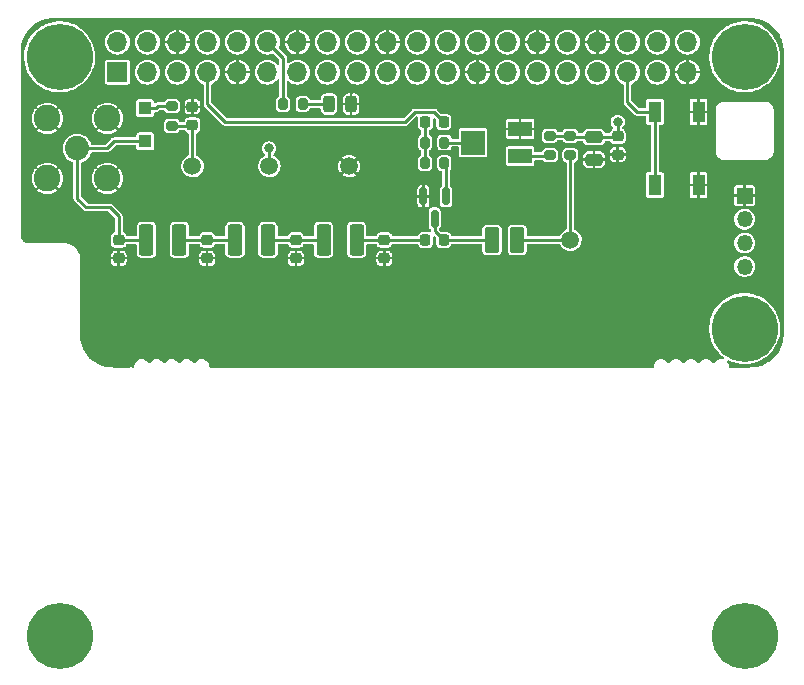
<source format=gbr>
%TF.GenerationSoftware,KiCad,Pcbnew,(6.0.1)*%
%TF.CreationDate,2022-10-10T15:56:49-07:00*%
%TF.ProjectId,WSPR40,57535052-3430-42e6-9b69-6361645f7063,rev?*%
%TF.SameCoordinates,Original*%
%TF.FileFunction,Copper,L1,Top*%
%TF.FilePolarity,Positive*%
%FSLAX46Y46*%
G04 Gerber Fmt 4.6, Leading zero omitted, Abs format (unit mm)*
G04 Created by KiCad (PCBNEW (6.0.1)) date 2022-10-10 15:56:49*
%MOMM*%
%LPD*%
G01*
G04 APERTURE LIST*
G04 Aperture macros list*
%AMRoundRect*
0 Rectangle with rounded corners*
0 $1 Rounding radius*
0 $2 $3 $4 $5 $6 $7 $8 $9 X,Y pos of 4 corners*
0 Add a 4 corners polygon primitive as box body*
4,1,4,$2,$3,$4,$5,$6,$7,$8,$9,$2,$3,0*
0 Add four circle primitives for the rounded corners*
1,1,$1+$1,$2,$3*
1,1,$1+$1,$4,$5*
1,1,$1+$1,$6,$7*
1,1,$1+$1,$8,$9*
0 Add four rect primitives between the rounded corners*
20,1,$1+$1,$2,$3,$4,$5,0*
20,1,$1+$1,$4,$5,$6,$7,0*
20,1,$1+$1,$6,$7,$8,$9,0*
20,1,$1+$1,$8,$9,$2,$3,0*%
G04 Aperture macros list end*
%TA.AperFunction,SMDPad,CuDef*%
%ADD10RoundRect,0.250000X0.375000X1.075000X-0.375000X1.075000X-0.375000X-1.075000X0.375000X-1.075000X0*%
%TD*%
%TA.AperFunction,SMDPad,CuDef*%
%ADD11RoundRect,0.250000X0.375000X0.850000X-0.375000X0.850000X-0.375000X-0.850000X0.375000X-0.850000X0*%
%TD*%
%TA.AperFunction,ComponentPad*%
%ADD12R,1.350000X1.350000*%
%TD*%
%TA.AperFunction,ComponentPad*%
%ADD13O,1.350000X1.350000*%
%TD*%
%TA.AperFunction,SMDPad,CuDef*%
%ADD14RoundRect,0.225000X0.250000X-0.225000X0.250000X0.225000X-0.250000X0.225000X-0.250000X-0.225000X0*%
%TD*%
%TA.AperFunction,SMDPad,CuDef*%
%ADD15RoundRect,0.225000X-0.250000X0.225000X-0.250000X-0.225000X0.250000X-0.225000X0.250000X0.225000X0*%
%TD*%
%TA.AperFunction,SMDPad,CuDef*%
%ADD16RoundRect,0.225000X0.225000X0.250000X-0.225000X0.250000X-0.225000X-0.250000X0.225000X-0.250000X0*%
%TD*%
%TA.AperFunction,ComponentPad*%
%ADD17C,5.600000*%
%TD*%
%TA.AperFunction,SMDPad,CuDef*%
%ADD18RoundRect,0.200000X0.275000X-0.200000X0.275000X0.200000X-0.275000X0.200000X-0.275000X-0.200000X0*%
%TD*%
%TA.AperFunction,SMDPad,CuDef*%
%ADD19RoundRect,0.200000X-0.200000X-0.275000X0.200000X-0.275000X0.200000X0.275000X-0.200000X0.275000X0*%
%TD*%
%TA.AperFunction,SMDPad,CuDef*%
%ADD20C,1.500000*%
%TD*%
%TA.AperFunction,ComponentPad*%
%ADD21C,2.250000*%
%TD*%
%TA.AperFunction,ComponentPad*%
%ADD22C,2.050000*%
%TD*%
%TA.AperFunction,SMDPad,CuDef*%
%ADD23RoundRect,0.200000X-0.275000X0.200000X-0.275000X-0.200000X0.275000X-0.200000X0.275000X0.200000X0*%
%TD*%
%TA.AperFunction,SMDPad,CuDef*%
%ADD24RoundRect,0.150000X-0.150000X0.587500X-0.150000X-0.587500X0.150000X-0.587500X0.150000X0.587500X0*%
%TD*%
%TA.AperFunction,SMDPad,CuDef*%
%ADD25R,1.100000X1.100000*%
%TD*%
%TA.AperFunction,SMDPad,CuDef*%
%ADD26R,2.000000X1.300000*%
%TD*%
%TA.AperFunction,SMDPad,CuDef*%
%ADD27R,2.000000X2.000000*%
%TD*%
%TA.AperFunction,SMDPad,CuDef*%
%ADD28RoundRect,0.243750X0.243750X0.456250X-0.243750X0.456250X-0.243750X-0.456250X0.243750X-0.456250X0*%
%TD*%
%TA.AperFunction,SMDPad,CuDef*%
%ADD29RoundRect,0.200000X0.200000X0.275000X-0.200000X0.275000X-0.200000X-0.275000X0.200000X-0.275000X0*%
%TD*%
%TA.AperFunction,SMDPad,CuDef*%
%ADD30RoundRect,0.250000X-0.475000X0.250000X-0.475000X-0.250000X0.475000X-0.250000X0.475000X0.250000X0*%
%TD*%
%TA.AperFunction,SMDPad,CuDef*%
%ADD31R,1.100000X1.800000*%
%TD*%
%TA.AperFunction,ComponentPad*%
%ADD32O,1.700000X1.700000*%
%TD*%
%TA.AperFunction,ComponentPad*%
%ADD33R,1.700000X1.700000*%
%TD*%
%TA.AperFunction,ViaPad*%
%ADD34C,0.800000*%
%TD*%
%TA.AperFunction,Conductor*%
%ADD35C,0.250000*%
%TD*%
G04 APERTURE END LIST*
D10*
%TO.P,L4,1*%
%TO.N,Net-(C6-Pad1)*%
X63650000Y-69000000D03*
%TO.P,L4,2*%
%TO.N,Net-(J3-Pad1)*%
X60850000Y-69000000D03*
%TD*%
%TO.P,L3,2*%
%TO.N,Net-(C6-Pad1)*%
X68350000Y-69000000D03*
%TO.P,L3,1*%
%TO.N,Net-(C5-Pad1)*%
X71150000Y-69000000D03*
%TD*%
%TO.P,L2,1*%
%TO.N,Net-(C3-Pad2)*%
X78650000Y-69000000D03*
%TO.P,L2,2*%
%TO.N,Net-(C5-Pad1)*%
X75850000Y-69000000D03*
%TD*%
D11*
%TO.P,L1,2*%
%TO.N,Net-(C3-Pad1)*%
X90100000Y-69000000D03*
%TO.P,L1,1*%
%TO.N,Net-(L1-Pad1)*%
X92250000Y-69000000D03*
%TD*%
D12*
%TO.P,J1,1,Pin_1*%
%TO.N,GND*%
X111500000Y-65250000D03*
D13*
%TO.P,J1,2,Pin_2*%
%TO.N,/TX*%
X111500000Y-67250000D03*
%TO.P,J1,3,Pin_3*%
%TO.N,/RX*%
X111500000Y-69250000D03*
%TO.P,J1,4,Pin_4*%
%TO.N,/3.3v*%
X111500000Y-71250000D03*
%TD*%
D14*
%TO.P,C9,1*%
%TO.N,Net-(C9-Pad1)*%
X64750000Y-59275000D03*
%TO.P,C9,2*%
%TO.N,GND*%
X64750000Y-57725000D03*
%TD*%
D15*
%TO.P,C6,2*%
%TO.N,GND*%
X66000000Y-70550000D03*
%TO.P,C6,1*%
%TO.N,Net-(C6-Pad1)*%
X66000000Y-69000000D03*
%TD*%
%TO.P,C5,2*%
%TO.N,GND*%
X73500000Y-70550000D03*
%TO.P,C5,1*%
%TO.N,Net-(C5-Pad1)*%
X73500000Y-69000000D03*
%TD*%
%TO.P,C4,2*%
%TO.N,GND*%
X81000000Y-70550000D03*
%TO.P,C4,1*%
%TO.N,Net-(C3-Pad2)*%
X81000000Y-69000000D03*
%TD*%
D16*
%TO.P,C3,2*%
%TO.N,Net-(C3-Pad2)*%
X84475000Y-69000000D03*
%TO.P,C3,1*%
%TO.N,Net-(C3-Pad1)*%
X86025000Y-69000000D03*
%TD*%
D17*
%TO.P,H3,1*%
%TO.N,N/C*%
X111500000Y-76500000D03*
%TD*%
D18*
%TO.P,R2,2*%
%TO.N,VCC*%
X95000000Y-60175000D03*
%TO.P,R2,1*%
%TO.N,Net-(R2-Pad1)*%
X95000000Y-61825000D03*
%TD*%
D15*
%TO.P,C1,2*%
%TO.N,GND*%
X100750000Y-61775000D03*
%TO.P,C1,1*%
%TO.N,VCC*%
X100750000Y-60225000D03*
%TD*%
%TO.P,C7,1*%
%TO.N,Net-(J3-Pad1)*%
X58500000Y-69000000D03*
%TO.P,C7,2*%
%TO.N,GND*%
X58500000Y-70550000D03*
%TD*%
D19*
%TO.P,R6,2*%
%TO.N,Net-(Q1-Pad1)*%
X86075000Y-62500000D03*
%TO.P,R6,1*%
%TO.N,Net-(C8-Pad2)*%
X84425000Y-62500000D03*
%TD*%
D20*
%TO.P,TP2,1,1*%
%TO.N,Net-(L1-Pad1)*%
X96750000Y-69000000D03*
%TD*%
D21*
%TO.P,J3,2,Pin_2*%
%TO.N,GND*%
X57540000Y-58710000D03*
X52460000Y-63790000D03*
X57540000Y-63790000D03*
X52460000Y-58710000D03*
D22*
%TO.P,J3,1,Pin_1*%
%TO.N,Net-(J3-Pad1)*%
X55000000Y-61250000D03*
%TD*%
D17*
%TO.P,H2,1*%
%TO.N,N/C*%
X111500000Y-53500000D03*
%TD*%
D20*
%TO.P,TP1,1,1*%
%TO.N,VCC*%
X71250000Y-62750000D03*
%TD*%
D23*
%TO.P,R1,2*%
%TO.N,Net-(L1-Pad1)*%
X96750000Y-61825000D03*
%TO.P,R1,1*%
%TO.N,VCC*%
X96750000Y-60175000D03*
%TD*%
D17*
%TO.P,H1,1*%
%TO.N,N/C*%
X53500000Y-53500000D03*
%TD*%
D24*
%TO.P,Q1,3,D*%
%TO.N,Net-(C3-Pad1)*%
X85250000Y-67187500D03*
%TO.P,Q1,2,S*%
%TO.N,GND*%
X84300000Y-65312500D03*
%TO.P,Q1,1,G*%
%TO.N,Net-(Q1-Pad1)*%
X86200000Y-65312500D03*
%TD*%
D17*
%TO.P,H5,1*%
%TO.N,N/C*%
X53500000Y-102500000D03*
%TD*%
D20*
%TO.P,TP4,1,1*%
%TO.N,GND*%
X78000000Y-62750000D03*
%TD*%
D17*
%TO.P,H4,1*%
%TO.N,N/C*%
X111500000Y-102500000D03*
%TD*%
D25*
%TO.P,D1,2,A*%
%TO.N,Net-(J3-Pad1)*%
X60750000Y-60650000D03*
%TO.P,D1,1,K*%
%TO.N,Net-(D1-Pad1)*%
X60750000Y-57850000D03*
%TD*%
D16*
%TO.P,C8,2*%
%TO.N,Net-(C8-Pad2)*%
X84475000Y-59000000D03*
%TO.P,C8,1*%
%TO.N,Net-(C8-Pad1)*%
X86025000Y-59000000D03*
%TD*%
D23*
%TO.P,R7,1*%
%TO.N,Net-(D1-Pad1)*%
X63000000Y-57675000D03*
%TO.P,R7,2*%
%TO.N,Net-(C9-Pad1)*%
X63000000Y-59325000D03*
%TD*%
D26*
%TO.P,R3,3,3*%
%TO.N,GND*%
X92500000Y-59600000D03*
D27*
%TO.P,R3,2,2*%
%TO.N,Net-(R3-Pad2)*%
X88500000Y-60750000D03*
D26*
%TO.P,R3,1,1*%
%TO.N,Net-(R2-Pad1)*%
X92500000Y-61900000D03*
%TD*%
D20*
%TO.P,TP3,1,1*%
%TO.N,Net-(C9-Pad1)*%
X64750000Y-62750000D03*
%TD*%
D28*
%TO.P,LED1,1,K*%
%TO.N,GND*%
X78187500Y-57500000D03*
%TO.P,LED1,2,A*%
%TO.N,Net-(LED1-Pad2)*%
X76312500Y-57500000D03*
%TD*%
D29*
%TO.P,R5,2*%
%TO.N,Net-(C8-Pad2)*%
X84425000Y-60750000D03*
%TO.P,R5,1*%
%TO.N,Net-(R3-Pad2)*%
X86075000Y-60750000D03*
%TD*%
%TO.P,R4,1*%
%TO.N,Net-(LED1-Pad2)*%
X74075000Y-57500000D03*
%TO.P,R4,2*%
%TO.N,Net-(J2-Pad12)*%
X72425000Y-57500000D03*
%TD*%
D30*
%TO.P,C2,2*%
%TO.N,GND*%
X98750000Y-62200000D03*
%TO.P,C2,1*%
%TO.N,VCC*%
X98750000Y-60300000D03*
%TD*%
D31*
%TO.P,SW1,2,B*%
%TO.N,GND*%
X107600000Y-64350000D03*
X107600000Y-58150000D03*
%TO.P,SW1,1,A*%
%TO.N,Net-(J2-Pad35)*%
X103900000Y-58150000D03*
X103900000Y-64350000D03*
%TD*%
D32*
%TO.P,J2,40,Pin_40*%
%TO.N,unconnected-(J2-Pad40)*%
X106660000Y-52250000D03*
%TO.P,J2,39,Pin_39*%
%TO.N,GND*%
X106660000Y-54790000D03*
%TO.P,J2,38,Pin_38*%
%TO.N,unconnected-(J2-Pad38)*%
X104120000Y-52250000D03*
%TO.P,J2,37,Pin_37*%
%TO.N,unconnected-(J2-Pad37)*%
X104120000Y-54790000D03*
%TO.P,J2,36,Pin_36*%
%TO.N,unconnected-(J2-Pad36)*%
X101580000Y-52250000D03*
%TO.P,J2,35,Pin_35*%
%TO.N,Net-(J2-Pad35)*%
X101580000Y-54790000D03*
%TO.P,J2,34,Pin_34*%
%TO.N,GND*%
X99040000Y-52250000D03*
%TO.P,J2,33,Pin_33*%
%TO.N,unconnected-(J2-Pad33)*%
X99040000Y-54790000D03*
%TO.P,J2,32,Pin_32*%
%TO.N,unconnected-(J2-Pad32)*%
X96500000Y-52250000D03*
%TO.P,J2,31,Pin_31*%
%TO.N,unconnected-(J2-Pad31)*%
X96500000Y-54790000D03*
%TO.P,J2,30,Pin_30*%
%TO.N,GND*%
X93960000Y-52250000D03*
%TO.P,J2,29,Pin_29*%
%TO.N,unconnected-(J2-Pad29)*%
X93960000Y-54790000D03*
%TO.P,J2,28,Pin_28*%
%TO.N,unconnected-(J2-Pad28)*%
X91420000Y-52250000D03*
%TO.P,J2,27,Pin_27*%
%TO.N,unconnected-(J2-Pad27)*%
X91420000Y-54790000D03*
%TO.P,J2,26,Pin_26*%
%TO.N,unconnected-(J2-Pad26)*%
X88880000Y-52250000D03*
%TO.P,J2,25,Pin_25*%
%TO.N,GND*%
X88880000Y-54790000D03*
%TO.P,J2,24,Pin_24*%
%TO.N,unconnected-(J2-Pad24)*%
X86340000Y-52250000D03*
%TO.P,J2,23,Pin_23*%
%TO.N,unconnected-(J2-Pad23)*%
X86340000Y-54790000D03*
%TO.P,J2,22,Pin_22*%
%TO.N,unconnected-(J2-Pad22)*%
X83800000Y-52250000D03*
%TO.P,J2,21,Pin_21*%
%TO.N,unconnected-(J2-Pad21)*%
X83800000Y-54790000D03*
%TO.P,J2,20,Pin_20*%
%TO.N,GND*%
X81260000Y-52250000D03*
%TO.P,J2,19,Pin_19*%
%TO.N,unconnected-(J2-Pad19)*%
X81260000Y-54790000D03*
%TO.P,J2,18,Pin_18*%
%TO.N,unconnected-(J2-Pad18)*%
X78720000Y-52250000D03*
%TO.P,J2,17,Pin_17*%
%TO.N,/3.3v*%
X78720000Y-54790000D03*
%TO.P,J2,16,Pin_16*%
%TO.N,unconnected-(J2-Pad16)*%
X76180000Y-52250000D03*
%TO.P,J2,15,Pin_15*%
%TO.N,unconnected-(J2-Pad15)*%
X76180000Y-54790000D03*
%TO.P,J2,14,Pin_14*%
%TO.N,GND*%
X73640000Y-52250000D03*
%TO.P,J2,13,Pin_13*%
%TO.N,unconnected-(J2-Pad13)*%
X73640000Y-54790000D03*
%TO.P,J2,12,Pin_12*%
%TO.N,Net-(J2-Pad12)*%
X71100000Y-52250000D03*
%TO.P,J2,11,Pin_11*%
%TO.N,unconnected-(J2-Pad11)*%
X71100000Y-54790000D03*
%TO.P,J2,10,Pin_10*%
%TO.N,/RX*%
X68560000Y-52250000D03*
%TO.P,J2,9,Pin_9*%
%TO.N,GND*%
X68560000Y-54790000D03*
%TO.P,J2,8,Pin_8*%
%TO.N,/TX*%
X66020000Y-52250000D03*
%TO.P,J2,7,Pin_7*%
%TO.N,Net-(C8-Pad1)*%
X66020000Y-54790000D03*
%TO.P,J2,6,Pin_6*%
%TO.N,GND*%
X63480000Y-52250000D03*
%TO.P,J2,5,Pin_5*%
%TO.N,unconnected-(J2-Pad5)*%
X63480000Y-54790000D03*
%TO.P,J2,4,Pin_4*%
%TO.N,VCC*%
X60940000Y-52250000D03*
%TO.P,J2,3,Pin_3*%
%TO.N,unconnected-(J2-Pad3)*%
X60940000Y-54790000D03*
%TO.P,J2,2,Pin_2*%
%TO.N,VCC*%
X58400000Y-52250000D03*
D33*
%TO.P,J2,1,Pin_1*%
%TO.N,unconnected-(J2-Pad1)*%
X58400000Y-54790000D03*
%TD*%
D34*
%TO.N,VCC*%
X100750000Y-59000000D03*
X71250000Y-61250000D03*
%TD*%
D35*
%TO.N,Net-(J2-Pad12)*%
X72425000Y-53575000D02*
X71100000Y-52250000D01*
X72425000Y-57500000D02*
X72425000Y-53575000D01*
%TO.N,Net-(J3-Pad1)*%
X55000000Y-65500000D02*
X55750000Y-66250000D01*
X58500000Y-67000000D02*
X58500000Y-69000000D01*
X57750000Y-66250000D02*
X58500000Y-67000000D01*
X55000000Y-61250000D02*
X55000000Y-65500000D01*
X55750000Y-66250000D02*
X57750000Y-66250000D01*
%TO.N,Net-(C3-Pad2)*%
X84475000Y-69000000D02*
X81000000Y-69000000D01*
%TO.N,Net-(L1-Pad1)*%
X96750000Y-69000000D02*
X92250000Y-69000000D01*
X96750000Y-61825000D02*
X96750000Y-69000000D01*
%TO.N,Net-(Q1-Pad1)*%
X86200000Y-65312500D02*
X86200000Y-62625000D01*
X86200000Y-62625000D02*
X86075000Y-62500000D01*
%TO.N,Net-(C9-Pad1)*%
X64750000Y-59275000D02*
X64750000Y-62750000D01*
X64700000Y-59325000D02*
X64750000Y-59275000D01*
X63000000Y-59325000D02*
X64700000Y-59325000D01*
%TO.N,Net-(J3-Pad1)*%
X60850000Y-69000000D02*
X58500000Y-69000000D01*
%TO.N,Net-(C6-Pad1)*%
X66000000Y-69000000D02*
X63650000Y-69000000D01*
X68350000Y-69000000D02*
X66000000Y-69000000D01*
%TO.N,Net-(C5-Pad1)*%
X73500000Y-69000000D02*
X71150000Y-69000000D01*
X75850000Y-69000000D02*
X73500000Y-69000000D01*
%TO.N,Net-(C3-Pad2)*%
X81000000Y-69000000D02*
X78650000Y-69000000D01*
%TO.N,Net-(C3-Pad1)*%
X85250000Y-68225000D02*
X86025000Y-69000000D01*
X85250000Y-67187500D02*
X85250000Y-68225000D01*
X90100000Y-69000000D02*
X86025000Y-69000000D01*
%TO.N,VCC*%
X100675000Y-60300000D02*
X100750000Y-60225000D01*
X96875000Y-60300000D02*
X96750000Y-60175000D01*
X95000000Y-60175000D02*
X96750000Y-60175000D01*
X100750000Y-60225000D02*
X100750000Y-59000000D01*
X71250000Y-62750000D02*
X71250000Y-61250000D01*
X98750000Y-60300001D02*
X100675000Y-60300000D01*
X98750000Y-60300001D02*
X96875000Y-60300000D01*
%TO.N,Net-(C8-Pad1)*%
X83549520Y-58200480D02*
X85225480Y-58200480D01*
X85225480Y-58200480D02*
X86025000Y-59000000D01*
X82750000Y-59000000D02*
X67500000Y-59000000D01*
X66020000Y-54790000D02*
X66020000Y-57520000D01*
X82750000Y-59000000D02*
X83549520Y-58200480D01*
X66020000Y-57520000D02*
X67500000Y-59000000D01*
%TO.N,Net-(C8-Pad2)*%
X84425000Y-59050000D02*
X84475000Y-59000000D01*
X84425000Y-60750000D02*
X84425000Y-59050000D01*
X84425000Y-62500000D02*
X84425000Y-60750000D01*
%TO.N,Net-(LED1-Pad2)*%
X74075000Y-57500000D02*
X76312499Y-57500000D01*
%TO.N,Net-(J3-Pad1)*%
X57500000Y-61250000D02*
X55000000Y-61250000D01*
X60750000Y-60650000D02*
X58100000Y-60650000D01*
X58100000Y-60650000D02*
X57500000Y-61250000D01*
%TO.N,Net-(D1-Pad1)*%
X61650000Y-57850000D02*
X61825000Y-57675000D01*
X61825000Y-57675000D02*
X63000000Y-57675000D01*
X60750000Y-57850000D02*
X61650000Y-57850000D01*
%TO.N,Net-(J2-Pad35)*%
X103900000Y-58150000D02*
X102400000Y-58150000D01*
X101580000Y-57330000D02*
X101580000Y-54790000D01*
X102400000Y-58150000D02*
X101580000Y-57330000D01*
X103900000Y-64350000D02*
X103900000Y-58150000D01*
%TO.N,Net-(R2-Pad1)*%
X92500000Y-61900000D02*
X94925000Y-61900000D01*
X94925000Y-61900000D02*
X95000000Y-61825000D01*
%TO.N,Net-(R3-Pad2)*%
X88500000Y-60750000D02*
X86075000Y-60750000D01*
%TD*%
%TA.AperFunction,Conductor*%
%TO.N,GND*%
G36*
X111988227Y-50202518D02*
G01*
X111988778Y-50202645D01*
X111988779Y-50202645D01*
X111999642Y-50205143D01*
X112010515Y-50202683D01*
X112020797Y-50202701D01*
X112031781Y-50201785D01*
X112307954Y-50217295D01*
X112318976Y-50218536D01*
X112529395Y-50254288D01*
X112617572Y-50269270D01*
X112628396Y-50271740D01*
X112727938Y-50300417D01*
X112919445Y-50355590D01*
X112929918Y-50359255D01*
X113209739Y-50475160D01*
X113219736Y-50479974D01*
X113343449Y-50548348D01*
X113484821Y-50626482D01*
X113494221Y-50632388D01*
X113664561Y-50753250D01*
X113741236Y-50807654D01*
X113749916Y-50814576D01*
X113975753Y-51016396D01*
X113983604Y-51024247D01*
X114008267Y-51051845D01*
X114152386Y-51213114D01*
X114185424Y-51250084D01*
X114192344Y-51258761D01*
X114291000Y-51397804D01*
X114367612Y-51505779D01*
X114373518Y-51515179D01*
X114459307Y-51670401D01*
X114520023Y-51780258D01*
X114524840Y-51790261D01*
X114640745Y-52070082D01*
X114644410Y-52080555D01*
X114688981Y-52235262D01*
X114728260Y-52371604D01*
X114730730Y-52382428D01*
X114780839Y-52677344D01*
X114781463Y-52681019D01*
X114782705Y-52692046D01*
X114791799Y-52853973D01*
X114798186Y-52967701D01*
X114797341Y-52977630D01*
X114797375Y-52977630D01*
X114797355Y-52988777D01*
X114794857Y-52999642D01*
X114797317Y-53010514D01*
X114797317Y-53010516D01*
X114797559Y-53011583D01*
X114800000Y-53033432D01*
X114800000Y-76966040D01*
X114797482Y-76988227D01*
X114794857Y-76999642D01*
X114797317Y-77010515D01*
X114797299Y-77020797D01*
X114798215Y-77031781D01*
X114794562Y-77096826D01*
X114782706Y-77307949D01*
X114781464Y-77318976D01*
X114745712Y-77529395D01*
X114730730Y-77617572D01*
X114728260Y-77628396D01*
X114644410Y-77919445D01*
X114640745Y-77929918D01*
X114524840Y-78209739D01*
X114520026Y-78219736D01*
X114473817Y-78303344D01*
X114373518Y-78484821D01*
X114367612Y-78494221D01*
X114192346Y-78741236D01*
X114185424Y-78749916D01*
X113983604Y-78975753D01*
X113975753Y-78983604D01*
X113749916Y-79185424D01*
X113741239Y-79192344D01*
X113702753Y-79219651D01*
X113494221Y-79367612D01*
X113484821Y-79373518D01*
X113219736Y-79520026D01*
X113209739Y-79524840D01*
X112929918Y-79640745D01*
X112919445Y-79644410D01*
X112729568Y-79699113D01*
X112628396Y-79728260D01*
X112617572Y-79730730D01*
X112529395Y-79745712D01*
X112318976Y-79781464D01*
X112307954Y-79782705D01*
X112032297Y-79798186D01*
X112022370Y-79797341D01*
X112022370Y-79797375D01*
X112011223Y-79797355D01*
X112000358Y-79794857D01*
X111989486Y-79797317D01*
X111989484Y-79797317D01*
X111988417Y-79797559D01*
X111966568Y-79800000D01*
X110534222Y-79800000D01*
X110511870Y-79797443D01*
X110500716Y-79794858D01*
X110500000Y-79794857D01*
X110494557Y-79796098D01*
X110489160Y-79796702D01*
X110483213Y-79797610D01*
X110454500Y-79799870D01*
X110315568Y-79810804D01*
X110315563Y-79810805D01*
X110311698Y-79811109D01*
X110307920Y-79812016D01*
X110305907Y-79812499D01*
X110305213Y-79812444D01*
X110304073Y-79812625D01*
X110304030Y-79812351D01*
X110244911Y-79807698D01*
X110198385Y-79767961D01*
X110183992Y-79722450D01*
X110183684Y-79717543D01*
X110177819Y-79624330D01*
X110152156Y-79545349D01*
X110129446Y-79475453D01*
X110129445Y-79475450D01*
X110127522Y-79469533D01*
X110124189Y-79464280D01*
X110124187Y-79464277D01*
X110042655Y-79335803D01*
X110027439Y-79276539D01*
X110049963Y-79219651D01*
X110101624Y-79186866D01*
X110162689Y-79190708D01*
X110174380Y-79196247D01*
X110191876Y-79205985D01*
X110194516Y-79207079D01*
X110194517Y-79207079D01*
X110486074Y-79327845D01*
X110511563Y-79338403D01*
X110844352Y-79433201D01*
X110955640Y-79451425D01*
X111183021Y-79488660D01*
X111183024Y-79488660D01*
X111185831Y-79489120D01*
X111531474Y-79505420D01*
X111534319Y-79505226D01*
X111534323Y-79505226D01*
X111873854Y-79482079D01*
X111876700Y-79481885D01*
X112136901Y-79433660D01*
X112214123Y-79419348D01*
X112214126Y-79419347D01*
X112216933Y-79418827D01*
X112547663Y-79317081D01*
X112550266Y-79315938D01*
X112550275Y-79315935D01*
X112861902Y-79179140D01*
X112861909Y-79179137D01*
X112864507Y-79177996D01*
X112866960Y-79176563D01*
X112866969Y-79176558D01*
X113160806Y-79004853D01*
X113160807Y-79004852D01*
X113163265Y-79003416D01*
X113439978Y-78795654D01*
X113580741Y-78662075D01*
X113688909Y-78559428D01*
X113688914Y-78559423D01*
X113690977Y-78557465D01*
X113692805Y-78555279D01*
X113911108Y-78294192D01*
X113911113Y-78294185D01*
X113912936Y-78292005D01*
X114102913Y-78002792D01*
X114258390Y-77693662D01*
X114355324Y-77428777D01*
X114376323Y-77371394D01*
X114376324Y-77371391D01*
X114377305Y-77368710D01*
X114458084Y-77032243D01*
X114459470Y-77020797D01*
X114499389Y-76690913D01*
X114499389Y-76690910D01*
X114499654Y-76688722D01*
X114505585Y-76500000D01*
X114500142Y-76405592D01*
X114485830Y-76157393D01*
X114485666Y-76154547D01*
X114485176Y-76151739D01*
X114426663Y-75816471D01*
X114426661Y-75816463D01*
X114426174Y-75813672D01*
X114327897Y-75481894D01*
X114192138Y-75163611D01*
X114142893Y-75077274D01*
X114022106Y-74865513D01*
X114020696Y-74863041D01*
X113815843Y-74584168D01*
X113813912Y-74582090D01*
X113813907Y-74582084D01*
X113582235Y-74332776D01*
X113580295Y-74330688D01*
X113578131Y-74328840D01*
X113578126Y-74328835D01*
X113479435Y-74244545D01*
X113317174Y-74105962D01*
X113029967Y-73912967D01*
X112722482Y-73754261D01*
X112719810Y-73753251D01*
X112719807Y-73753250D01*
X112599186Y-73707672D01*
X112398793Y-73631950D01*
X112396028Y-73631255D01*
X112396020Y-73631253D01*
X112171944Y-73574969D01*
X112063190Y-73547652D01*
X111862043Y-73521171D01*
X111722952Y-73502859D01*
X111722947Y-73502859D01*
X111720124Y-73502487D01*
X111717278Y-73502442D01*
X111717274Y-73502442D01*
X111534159Y-73499565D01*
X111374139Y-73497051D01*
X111371294Y-73497335D01*
X111032657Y-73531136D01*
X111032655Y-73531136D01*
X111029823Y-73531419D01*
X111027049Y-73532024D01*
X111027048Y-73532024D01*
X110955372Y-73547652D01*
X110691739Y-73605133D01*
X110364367Y-73717217D01*
X110052048Y-73866186D01*
X110049635Y-73867700D01*
X110049629Y-73867703D01*
X109974933Y-73914560D01*
X109758921Y-74050064D01*
X109488871Y-74266415D01*
X109245477Y-74512371D01*
X109190815Y-74582084D01*
X109033721Y-74782433D01*
X109033716Y-74782440D01*
X109031966Y-74784672D01*
X108851168Y-75079709D01*
X108705478Y-75393570D01*
X108596828Y-75722097D01*
X108526658Y-76060935D01*
X108495898Y-76405592D01*
X108504956Y-76751501D01*
X108505360Y-76754337D01*
X108541050Y-77005106D01*
X108553712Y-77094076D01*
X108554432Y-77096819D01*
X108554433Y-77096826D01*
X108626465Y-77371394D01*
X108641519Y-77428777D01*
X108642555Y-77431433D01*
X108743752Y-77690989D01*
X108767214Y-77751167D01*
X108768546Y-77753682D01*
X108768547Y-77753685D01*
X108861858Y-77929919D01*
X108929130Y-78056974D01*
X109125122Y-78342144D01*
X109352592Y-78602898D01*
X109354702Y-78604818D01*
X109354704Y-78604820D01*
X109564428Y-78795654D01*
X109608524Y-78835778D01*
X109610837Y-78837440D01*
X109610848Y-78837449D01*
X109749879Y-78937352D01*
X109786102Y-78986662D01*
X109786423Y-79047847D01*
X109750719Y-79097535D01*
X109692628Y-79116747D01*
X109667489Y-79113638D01*
X109627418Y-79103350D01*
X109621381Y-79101800D01*
X109499472Y-79101800D01*
X109408596Y-79113281D01*
X109384702Y-79116299D01*
X109384701Y-79116299D01*
X109378521Y-79117080D01*
X109227188Y-79176997D01*
X109222149Y-79180658D01*
X109200686Y-79196252D01*
X109095510Y-79272666D01*
X108991761Y-79398077D01*
X108989107Y-79403717D01*
X108986021Y-79408580D01*
X108938877Y-79447582D01*
X108877813Y-79451425D01*
X108826152Y-79418642D01*
X108818843Y-79408582D01*
X108773650Y-79337369D01*
X108773644Y-79337362D01*
X108770310Y-79332108D01*
X108765773Y-79327848D01*
X108765771Y-79327845D01*
X108656203Y-79224954D01*
X108656202Y-79224953D01*
X108651661Y-79220689D01*
X108646199Y-79217686D01*
X108514489Y-79145278D01*
X108514485Y-79145277D01*
X108509031Y-79142278D01*
X108503005Y-79140731D01*
X108503003Y-79140730D01*
X108357416Y-79103349D01*
X108357412Y-79103348D01*
X108351381Y-79101800D01*
X108229472Y-79101800D01*
X108138596Y-79113281D01*
X108114702Y-79116299D01*
X108114701Y-79116299D01*
X108108521Y-79117080D01*
X107957188Y-79176997D01*
X107952149Y-79180658D01*
X107930686Y-79196252D01*
X107825510Y-79272666D01*
X107721761Y-79398077D01*
X107719107Y-79403717D01*
X107716021Y-79408580D01*
X107668877Y-79447582D01*
X107607813Y-79451425D01*
X107556152Y-79418642D01*
X107548843Y-79408582D01*
X107503650Y-79337369D01*
X107503644Y-79337362D01*
X107500310Y-79332108D01*
X107495773Y-79327848D01*
X107495771Y-79327845D01*
X107386203Y-79224954D01*
X107386202Y-79224953D01*
X107381661Y-79220689D01*
X107376199Y-79217686D01*
X107244489Y-79145278D01*
X107244485Y-79145277D01*
X107239031Y-79142278D01*
X107233005Y-79140731D01*
X107233003Y-79140730D01*
X107087416Y-79103349D01*
X107087412Y-79103348D01*
X107081381Y-79101800D01*
X106959472Y-79101800D01*
X106868596Y-79113281D01*
X106844702Y-79116299D01*
X106844701Y-79116299D01*
X106838521Y-79117080D01*
X106687188Y-79176997D01*
X106682149Y-79180658D01*
X106660686Y-79196252D01*
X106555510Y-79272666D01*
X106451761Y-79398077D01*
X106449107Y-79403717D01*
X106446021Y-79408580D01*
X106398877Y-79447582D01*
X106337813Y-79451425D01*
X106286152Y-79418642D01*
X106278843Y-79408582D01*
X106233650Y-79337369D01*
X106233644Y-79337362D01*
X106230310Y-79332108D01*
X106225773Y-79327848D01*
X106225771Y-79327845D01*
X106116203Y-79224954D01*
X106116202Y-79224953D01*
X106111661Y-79220689D01*
X106106199Y-79217686D01*
X105974489Y-79145278D01*
X105974485Y-79145277D01*
X105969031Y-79142278D01*
X105963005Y-79140731D01*
X105963003Y-79140730D01*
X105817416Y-79103349D01*
X105817412Y-79103348D01*
X105811381Y-79101800D01*
X105689472Y-79101800D01*
X105598596Y-79113281D01*
X105574702Y-79116299D01*
X105574701Y-79116299D01*
X105568521Y-79117080D01*
X105417188Y-79176997D01*
X105412149Y-79180658D01*
X105390686Y-79196252D01*
X105285510Y-79272666D01*
X105181761Y-79398077D01*
X105179107Y-79403717D01*
X105176021Y-79408580D01*
X105128877Y-79447582D01*
X105067813Y-79451425D01*
X105016152Y-79418642D01*
X105008843Y-79408582D01*
X104963650Y-79337369D01*
X104963644Y-79337362D01*
X104960310Y-79332108D01*
X104955773Y-79327848D01*
X104955771Y-79327845D01*
X104846203Y-79224954D01*
X104846202Y-79224953D01*
X104841661Y-79220689D01*
X104836199Y-79217686D01*
X104704489Y-79145278D01*
X104704485Y-79145277D01*
X104699031Y-79142278D01*
X104693005Y-79140731D01*
X104693003Y-79140730D01*
X104547416Y-79103349D01*
X104547412Y-79103348D01*
X104541381Y-79101800D01*
X104419472Y-79101800D01*
X104328596Y-79113281D01*
X104304702Y-79116299D01*
X104304701Y-79116299D01*
X104298521Y-79117080D01*
X104147188Y-79176997D01*
X104142149Y-79180658D01*
X104120686Y-79196252D01*
X104015510Y-79272666D01*
X103911761Y-79398077D01*
X103909110Y-79403710D01*
X103909109Y-79403712D01*
X103895600Y-79432421D01*
X103842460Y-79545349D01*
X103811961Y-79705229D01*
X103812352Y-79711441D01*
X103811960Y-79717664D01*
X103810038Y-79717543D01*
X103796990Y-79768367D01*
X103749846Y-79807369D01*
X103696156Y-79811175D01*
X103695926Y-79812626D01*
X103692074Y-79812016D01*
X103688301Y-79811110D01*
X103684436Y-79810806D01*
X103684431Y-79810805D01*
X103517805Y-79797691D01*
X103511750Y-79796757D01*
X103511749Y-79796767D01*
X103506181Y-79796126D01*
X103500715Y-79794859D01*
X103499999Y-79794858D01*
X103494550Y-79796101D01*
X103488320Y-79797522D01*
X103466303Y-79800001D01*
X66534223Y-79800001D01*
X66511871Y-79797444D01*
X66500717Y-79794859D01*
X66500001Y-79794858D01*
X66494558Y-79796099D01*
X66489161Y-79796703D01*
X66483214Y-79797611D01*
X66465640Y-79798994D01*
X66315569Y-79810805D01*
X66315564Y-79810806D01*
X66311699Y-79811110D01*
X66307923Y-79812017D01*
X66307920Y-79812017D01*
X66305903Y-79812501D01*
X66305209Y-79812446D01*
X66304074Y-79812626D01*
X66304031Y-79812354D01*
X66244907Y-79807697D01*
X66198383Y-79767958D01*
X66183992Y-79722451D01*
X66183684Y-79717543D01*
X66177819Y-79624330D01*
X66152156Y-79545349D01*
X66129446Y-79475453D01*
X66129445Y-79475450D01*
X66127522Y-79469533D01*
X66124189Y-79464280D01*
X66124187Y-79464277D01*
X66064882Y-79370828D01*
X66040310Y-79332108D01*
X66035773Y-79327848D01*
X66035771Y-79327845D01*
X65926203Y-79224954D01*
X65926202Y-79224953D01*
X65921661Y-79220689D01*
X65916199Y-79217686D01*
X65784489Y-79145278D01*
X65784485Y-79145277D01*
X65779031Y-79142278D01*
X65773005Y-79140731D01*
X65773003Y-79140730D01*
X65627416Y-79103349D01*
X65627412Y-79103348D01*
X65621381Y-79101800D01*
X65499472Y-79101800D01*
X65408596Y-79113281D01*
X65384702Y-79116299D01*
X65384701Y-79116299D01*
X65378521Y-79117080D01*
X65227188Y-79176997D01*
X65222149Y-79180658D01*
X65200686Y-79196252D01*
X65095510Y-79272666D01*
X64991761Y-79398077D01*
X64989107Y-79403717D01*
X64986021Y-79408580D01*
X64938877Y-79447582D01*
X64877813Y-79451425D01*
X64826152Y-79418642D01*
X64818843Y-79408582D01*
X64773650Y-79337369D01*
X64773644Y-79337362D01*
X64770310Y-79332108D01*
X64765773Y-79327848D01*
X64765771Y-79327845D01*
X64656203Y-79224954D01*
X64656202Y-79224953D01*
X64651661Y-79220689D01*
X64646199Y-79217686D01*
X64514489Y-79145278D01*
X64514485Y-79145277D01*
X64509031Y-79142278D01*
X64503005Y-79140731D01*
X64503003Y-79140730D01*
X64357416Y-79103349D01*
X64357412Y-79103348D01*
X64351381Y-79101800D01*
X64229472Y-79101800D01*
X64138596Y-79113281D01*
X64114702Y-79116299D01*
X64114701Y-79116299D01*
X64108521Y-79117080D01*
X63957188Y-79176997D01*
X63952149Y-79180658D01*
X63930686Y-79196252D01*
X63825510Y-79272666D01*
X63721761Y-79398077D01*
X63719107Y-79403717D01*
X63716021Y-79408580D01*
X63668877Y-79447582D01*
X63607813Y-79451425D01*
X63556152Y-79418642D01*
X63548843Y-79408582D01*
X63503650Y-79337369D01*
X63503644Y-79337362D01*
X63500310Y-79332108D01*
X63495773Y-79327848D01*
X63495771Y-79327845D01*
X63386203Y-79224954D01*
X63386202Y-79224953D01*
X63381661Y-79220689D01*
X63376199Y-79217686D01*
X63244489Y-79145278D01*
X63244485Y-79145277D01*
X63239031Y-79142278D01*
X63233005Y-79140731D01*
X63233003Y-79140730D01*
X63087416Y-79103349D01*
X63087412Y-79103348D01*
X63081381Y-79101800D01*
X62959472Y-79101800D01*
X62868596Y-79113281D01*
X62844702Y-79116299D01*
X62844701Y-79116299D01*
X62838521Y-79117080D01*
X62687188Y-79176997D01*
X62682149Y-79180658D01*
X62660686Y-79196252D01*
X62555510Y-79272666D01*
X62451761Y-79398077D01*
X62449107Y-79403717D01*
X62446021Y-79408580D01*
X62398877Y-79447582D01*
X62337813Y-79451425D01*
X62286152Y-79418642D01*
X62278843Y-79408582D01*
X62233650Y-79337369D01*
X62233644Y-79337362D01*
X62230310Y-79332108D01*
X62225773Y-79327848D01*
X62225771Y-79327845D01*
X62116203Y-79224954D01*
X62116202Y-79224953D01*
X62111661Y-79220689D01*
X62106199Y-79217686D01*
X61974489Y-79145278D01*
X61974485Y-79145277D01*
X61969031Y-79142278D01*
X61963005Y-79140731D01*
X61963003Y-79140730D01*
X61817416Y-79103349D01*
X61817412Y-79103348D01*
X61811381Y-79101800D01*
X61689472Y-79101800D01*
X61598596Y-79113281D01*
X61574702Y-79116299D01*
X61574701Y-79116299D01*
X61568521Y-79117080D01*
X61417188Y-79176997D01*
X61412149Y-79180658D01*
X61390686Y-79196252D01*
X61285510Y-79272666D01*
X61181761Y-79398077D01*
X61179107Y-79403717D01*
X61176021Y-79408580D01*
X61128877Y-79447582D01*
X61067813Y-79451425D01*
X61016152Y-79418642D01*
X61008843Y-79408582D01*
X60963650Y-79337369D01*
X60963644Y-79337362D01*
X60960310Y-79332108D01*
X60955773Y-79327848D01*
X60955771Y-79327845D01*
X60846203Y-79224954D01*
X60846202Y-79224953D01*
X60841661Y-79220689D01*
X60836199Y-79217686D01*
X60704489Y-79145278D01*
X60704485Y-79145277D01*
X60699031Y-79142278D01*
X60693005Y-79140731D01*
X60693003Y-79140730D01*
X60547416Y-79103349D01*
X60547412Y-79103348D01*
X60541381Y-79101800D01*
X60419472Y-79101800D01*
X60328596Y-79113281D01*
X60304702Y-79116299D01*
X60304701Y-79116299D01*
X60298521Y-79117080D01*
X60147188Y-79176997D01*
X60142149Y-79180658D01*
X60120686Y-79196252D01*
X60015510Y-79272666D01*
X59911761Y-79398077D01*
X59909110Y-79403710D01*
X59909109Y-79403712D01*
X59895600Y-79432421D01*
X59842460Y-79545349D01*
X59811961Y-79705229D01*
X59812352Y-79711441D01*
X59811960Y-79717664D01*
X59810038Y-79717543D01*
X59796990Y-79768367D01*
X59749846Y-79807369D01*
X59696156Y-79811175D01*
X59695926Y-79812626D01*
X59692074Y-79812016D01*
X59688301Y-79811110D01*
X59684436Y-79810806D01*
X59684431Y-79810805D01*
X59517805Y-79797691D01*
X59511750Y-79796757D01*
X59511749Y-79796767D01*
X59506181Y-79796126D01*
X59500715Y-79794859D01*
X59499999Y-79794858D01*
X59494550Y-79796101D01*
X59488320Y-79797522D01*
X59466303Y-79800001D01*
X58033959Y-79800001D01*
X58011772Y-79797483D01*
X58011221Y-79797356D01*
X58011220Y-79797356D01*
X58000357Y-79794858D01*
X57989484Y-79797318D01*
X57979202Y-79797300D01*
X57968218Y-79798216D01*
X57692045Y-79782706D01*
X57681023Y-79781465D01*
X57470604Y-79745713D01*
X57382427Y-79730731D01*
X57371603Y-79728261D01*
X57270428Y-79699113D01*
X57080554Y-79644411D01*
X57070081Y-79640746D01*
X56790260Y-79524841D01*
X56780263Y-79520027D01*
X56515176Y-79373518D01*
X56505778Y-79367613D01*
X56366801Y-79269004D01*
X56258760Y-79192345D01*
X56250083Y-79185425D01*
X56205159Y-79145278D01*
X56084777Y-79037699D01*
X56024246Y-78983605D01*
X56016395Y-78975754D01*
X55814575Y-78749917D01*
X55807653Y-78741237D01*
X55807653Y-78741236D01*
X55632386Y-78494221D01*
X55626481Y-78484822D01*
X55479976Y-78219743D01*
X55475159Y-78209740D01*
X55359254Y-77929919D01*
X55355587Y-77919441D01*
X55271739Y-77628397D01*
X55269269Y-77617573D01*
X55226514Y-77365937D01*
X55218535Y-77318977D01*
X55217293Y-77307950D01*
X55201966Y-77035012D01*
X55201813Y-77032298D01*
X55202658Y-77022371D01*
X55202624Y-77022371D01*
X55202644Y-77011224D01*
X55205142Y-77000359D01*
X55202682Y-76989487D01*
X55202682Y-76989485D01*
X55202440Y-76988418D01*
X55199999Y-76966569D01*
X55200000Y-71250000D01*
X110619678Y-71250000D01*
X110638915Y-71433029D01*
X110640516Y-71437956D01*
X110640517Y-71437961D01*
X110679803Y-71558868D01*
X110695786Y-71608059D01*
X110698378Y-71612548D01*
X110698380Y-71612553D01*
X110764157Y-71726480D01*
X110787805Y-71767440D01*
X110791273Y-71771292D01*
X110791277Y-71771297D01*
X110907480Y-71900354D01*
X110907484Y-71900358D01*
X110910950Y-71904207D01*
X111059839Y-72012381D01*
X111064571Y-72014488D01*
X111064573Y-72014489D01*
X111223226Y-72085126D01*
X111223229Y-72085127D01*
X111227966Y-72087236D01*
X111407981Y-72125500D01*
X111592019Y-72125500D01*
X111772034Y-72087236D01*
X111776771Y-72085127D01*
X111776774Y-72085126D01*
X111935427Y-72014489D01*
X111935429Y-72014488D01*
X111940161Y-72012381D01*
X112089050Y-71904207D01*
X112092516Y-71900358D01*
X112092520Y-71900354D01*
X112208723Y-71771297D01*
X112208727Y-71771292D01*
X112212195Y-71767440D01*
X112235843Y-71726480D01*
X112301620Y-71612553D01*
X112301622Y-71612548D01*
X112304214Y-71608059D01*
X112320197Y-71558868D01*
X112359483Y-71437961D01*
X112359484Y-71437956D01*
X112361085Y-71433029D01*
X112380322Y-71250000D01*
X112361085Y-71066971D01*
X112359484Y-71062044D01*
X112359483Y-71062039D01*
X112306922Y-70900275D01*
X112304214Y-70891941D01*
X112301622Y-70887452D01*
X112301620Y-70887447D01*
X112214790Y-70737055D01*
X112212195Y-70732560D01*
X112208727Y-70728708D01*
X112208723Y-70728703D01*
X112092520Y-70599646D01*
X112092516Y-70599642D01*
X112089050Y-70595793D01*
X111940161Y-70487619D01*
X111935429Y-70485512D01*
X111935427Y-70485511D01*
X111776774Y-70414874D01*
X111776771Y-70414873D01*
X111772034Y-70412764D01*
X111592019Y-70374500D01*
X111407981Y-70374500D01*
X111227966Y-70412764D01*
X111223229Y-70414873D01*
X111223226Y-70414874D01*
X111064573Y-70485511D01*
X111064571Y-70485512D01*
X111059839Y-70487619D01*
X110910950Y-70595793D01*
X110907484Y-70599642D01*
X110907480Y-70599646D01*
X110791277Y-70728703D01*
X110791273Y-70728708D01*
X110787805Y-70732560D01*
X110785210Y-70737055D01*
X110698380Y-70887447D01*
X110698378Y-70887452D01*
X110695786Y-70891941D01*
X110693078Y-70900275D01*
X110640517Y-71062039D01*
X110640516Y-71062044D01*
X110638915Y-71066971D01*
X110619678Y-71250000D01*
X55200000Y-71250000D01*
X55200000Y-70804556D01*
X57825001Y-70804556D01*
X57825610Y-70812298D01*
X57839544Y-70900275D01*
X57844298Y-70914908D01*
X57898346Y-71020984D01*
X57907388Y-71033429D01*
X57991571Y-71117612D01*
X58004016Y-71126654D01*
X58110091Y-71180702D01*
X58124726Y-71185457D01*
X58212703Y-71199391D01*
X58220442Y-71200000D01*
X58384320Y-71200000D01*
X58397005Y-71195878D01*
X58400000Y-71191757D01*
X58400000Y-71184319D01*
X58600000Y-71184319D01*
X58604122Y-71197004D01*
X58608243Y-71199999D01*
X58779556Y-71199999D01*
X58787298Y-71199390D01*
X58875275Y-71185456D01*
X58889908Y-71180702D01*
X58995984Y-71126654D01*
X59008429Y-71117612D01*
X59092612Y-71033429D01*
X59101654Y-71020984D01*
X59155702Y-70914909D01*
X59160457Y-70900274D01*
X59174391Y-70812297D01*
X59175000Y-70804558D01*
X59175000Y-70804556D01*
X65325001Y-70804556D01*
X65325610Y-70812298D01*
X65339544Y-70900275D01*
X65344298Y-70914908D01*
X65398346Y-71020984D01*
X65407388Y-71033429D01*
X65491571Y-71117612D01*
X65504016Y-71126654D01*
X65610091Y-71180702D01*
X65624726Y-71185457D01*
X65712703Y-71199391D01*
X65720442Y-71200000D01*
X65884320Y-71200000D01*
X65897005Y-71195878D01*
X65900000Y-71191757D01*
X65900000Y-71184319D01*
X66100000Y-71184319D01*
X66104122Y-71197004D01*
X66108243Y-71199999D01*
X66279556Y-71199999D01*
X66287298Y-71199390D01*
X66375275Y-71185456D01*
X66389908Y-71180702D01*
X66495984Y-71126654D01*
X66508429Y-71117612D01*
X66592612Y-71033429D01*
X66601654Y-71020984D01*
X66655702Y-70914909D01*
X66660457Y-70900274D01*
X66674391Y-70812297D01*
X66675000Y-70804558D01*
X66675000Y-70804556D01*
X72825001Y-70804556D01*
X72825610Y-70812298D01*
X72839544Y-70900275D01*
X72844298Y-70914908D01*
X72898346Y-71020984D01*
X72907388Y-71033429D01*
X72991571Y-71117612D01*
X73004016Y-71126654D01*
X73110091Y-71180702D01*
X73124726Y-71185457D01*
X73212703Y-71199391D01*
X73220442Y-71200000D01*
X73384320Y-71200000D01*
X73397005Y-71195878D01*
X73400000Y-71191757D01*
X73400000Y-71184319D01*
X73600000Y-71184319D01*
X73604122Y-71197004D01*
X73608243Y-71199999D01*
X73779556Y-71199999D01*
X73787298Y-71199390D01*
X73875275Y-71185456D01*
X73889908Y-71180702D01*
X73995984Y-71126654D01*
X74008429Y-71117612D01*
X74092612Y-71033429D01*
X74101654Y-71020984D01*
X74155702Y-70914909D01*
X74160457Y-70900274D01*
X74174391Y-70812297D01*
X74175000Y-70804558D01*
X74175000Y-70804556D01*
X80325001Y-70804556D01*
X80325610Y-70812298D01*
X80339544Y-70900275D01*
X80344298Y-70914908D01*
X80398346Y-71020984D01*
X80407388Y-71033429D01*
X80491571Y-71117612D01*
X80504016Y-71126654D01*
X80610091Y-71180702D01*
X80624726Y-71185457D01*
X80712703Y-71199391D01*
X80720442Y-71200000D01*
X80884320Y-71200000D01*
X80897005Y-71195878D01*
X80900000Y-71191757D01*
X80900000Y-71184319D01*
X81100000Y-71184319D01*
X81104122Y-71197004D01*
X81108243Y-71199999D01*
X81279556Y-71199999D01*
X81287298Y-71199390D01*
X81375275Y-71185456D01*
X81389908Y-71180702D01*
X81495984Y-71126654D01*
X81508429Y-71117612D01*
X81592612Y-71033429D01*
X81601654Y-71020984D01*
X81655702Y-70914909D01*
X81660457Y-70900274D01*
X81674391Y-70812297D01*
X81675000Y-70804558D01*
X81675000Y-70665680D01*
X81670878Y-70652995D01*
X81666757Y-70650000D01*
X81115680Y-70650000D01*
X81102995Y-70654122D01*
X81100000Y-70658243D01*
X81100000Y-71184319D01*
X80900000Y-71184319D01*
X80900000Y-70665680D01*
X80895878Y-70652995D01*
X80891757Y-70650000D01*
X80340681Y-70650000D01*
X80327996Y-70654122D01*
X80325001Y-70658243D01*
X80325001Y-70804556D01*
X74175000Y-70804556D01*
X74175000Y-70665680D01*
X74170878Y-70652995D01*
X74166757Y-70650000D01*
X73615680Y-70650000D01*
X73602995Y-70654122D01*
X73600000Y-70658243D01*
X73600000Y-71184319D01*
X73400000Y-71184319D01*
X73400000Y-70665680D01*
X73395878Y-70652995D01*
X73391757Y-70650000D01*
X72840681Y-70650000D01*
X72827996Y-70654122D01*
X72825001Y-70658243D01*
X72825001Y-70804556D01*
X66675000Y-70804556D01*
X66675000Y-70665680D01*
X66670878Y-70652995D01*
X66666757Y-70650000D01*
X66115680Y-70650000D01*
X66102995Y-70654122D01*
X66100000Y-70658243D01*
X66100000Y-71184319D01*
X65900000Y-71184319D01*
X65900000Y-70665680D01*
X65895878Y-70652995D01*
X65891757Y-70650000D01*
X65340681Y-70650000D01*
X65327996Y-70654122D01*
X65325001Y-70658243D01*
X65325001Y-70804556D01*
X59175000Y-70804556D01*
X59175000Y-70665680D01*
X59170878Y-70652995D01*
X59166757Y-70650000D01*
X58615680Y-70650000D01*
X58602995Y-70654122D01*
X58600000Y-70658243D01*
X58600000Y-71184319D01*
X58400000Y-71184319D01*
X58400000Y-70665680D01*
X58395878Y-70652995D01*
X58391757Y-70650000D01*
X57840681Y-70650000D01*
X57827996Y-70654122D01*
X57825001Y-70658243D01*
X57825001Y-70804556D01*
X55200000Y-70804556D01*
X55200000Y-70534222D01*
X55202557Y-70511867D01*
X55203875Y-70506181D01*
X55205142Y-70500716D01*
X55205143Y-70500000D01*
X55203902Y-70494557D01*
X55203298Y-70489160D01*
X55202390Y-70483212D01*
X55198542Y-70434320D01*
X57825000Y-70434320D01*
X57829122Y-70447005D01*
X57833243Y-70450000D01*
X58384320Y-70450000D01*
X58397005Y-70445878D01*
X58400000Y-70441757D01*
X58400000Y-70434320D01*
X58600000Y-70434320D01*
X58604122Y-70447005D01*
X58608243Y-70450000D01*
X59159319Y-70450000D01*
X59172004Y-70445878D01*
X59174999Y-70441757D01*
X59174999Y-70295444D01*
X59174390Y-70287702D01*
X59160456Y-70199725D01*
X59155702Y-70185092D01*
X59101654Y-70079016D01*
X59092612Y-70066571D01*
X59008429Y-69982388D01*
X58995984Y-69973346D01*
X58889909Y-69919298D01*
X58875274Y-69914543D01*
X58787297Y-69900609D01*
X58779558Y-69900000D01*
X58615680Y-69900000D01*
X58602995Y-69904122D01*
X58600000Y-69908243D01*
X58600000Y-70434320D01*
X58400000Y-70434320D01*
X58400000Y-69915681D01*
X58395878Y-69902996D01*
X58391757Y-69900001D01*
X58220444Y-69900001D01*
X58212702Y-69900610D01*
X58124725Y-69914544D01*
X58110092Y-69919298D01*
X58004016Y-69973346D01*
X57991571Y-69982388D01*
X57907388Y-70066571D01*
X57898346Y-70079016D01*
X57844298Y-70185091D01*
X57839543Y-70199726D01*
X57825609Y-70287703D01*
X57825000Y-70295442D01*
X57825000Y-70434320D01*
X55198542Y-70434320D01*
X55189196Y-70315568D01*
X55189195Y-70315563D01*
X55188891Y-70311698D01*
X55144797Y-70128033D01*
X55095632Y-70009336D01*
X55074005Y-69957123D01*
X55074002Y-69957118D01*
X55072515Y-69953527D01*
X55064878Y-69941063D01*
X54999774Y-69834824D01*
X54973823Y-69792476D01*
X54851153Y-69648847D01*
X54707524Y-69526177D01*
X54617942Y-69471281D01*
X54549793Y-69429519D01*
X54549788Y-69429517D01*
X54546473Y-69427485D01*
X54542882Y-69425998D01*
X54542877Y-69425995D01*
X54449938Y-69387499D01*
X54371967Y-69355203D01*
X54188302Y-69311109D01*
X54184437Y-69310805D01*
X54184432Y-69310804D01*
X54017806Y-69297690D01*
X54011751Y-69296756D01*
X54011750Y-69296766D01*
X54006182Y-69296125D01*
X54000716Y-69294858D01*
X54000000Y-69294857D01*
X53994551Y-69296100D01*
X53988321Y-69297521D01*
X53966304Y-69300000D01*
X51033960Y-69300000D01*
X51011773Y-69297482D01*
X51000358Y-69294857D01*
X50989484Y-69297318D01*
X50978335Y-69297298D01*
X50978337Y-69296284D01*
X50968476Y-69296895D01*
X50912462Y-69291378D01*
X50853630Y-69285584D01*
X50834600Y-69281798D01*
X50729773Y-69250000D01*
X50703183Y-69241934D01*
X50685255Y-69234508D01*
X50564143Y-69169772D01*
X50548009Y-69158992D01*
X50522947Y-69138425D01*
X50441848Y-69071869D01*
X50428131Y-69058152D01*
X50341008Y-68951991D01*
X50330227Y-68935856D01*
X50265492Y-68814745D01*
X50258066Y-68796817D01*
X50218202Y-68665402D01*
X50214416Y-68646368D01*
X50203103Y-68531501D01*
X50202626Y-68521629D01*
X50202644Y-68511225D01*
X50205143Y-68500358D01*
X50202441Y-68488417D01*
X50200000Y-68466568D01*
X50200000Y-64798424D01*
X51598826Y-64798424D01*
X51599622Y-64803455D01*
X51601999Y-64805832D01*
X51608594Y-64811365D01*
X51791424Y-64939385D01*
X51798894Y-64943697D01*
X52001172Y-65038021D01*
X52009265Y-65040967D01*
X52224870Y-65098737D01*
X52233338Y-65100230D01*
X52455691Y-65119684D01*
X52464309Y-65119684D01*
X52686662Y-65100230D01*
X52695130Y-65098737D01*
X52910735Y-65040967D01*
X52918828Y-65038021D01*
X53121106Y-64943697D01*
X53128576Y-64939385D01*
X53311406Y-64811365D01*
X53315532Y-64807903D01*
X53321174Y-64796830D01*
X53320378Y-64791799D01*
X52471086Y-63942507D01*
X52459203Y-63936453D01*
X52454172Y-63937249D01*
X51604880Y-64786541D01*
X51598826Y-64798424D01*
X50200000Y-64798424D01*
X50200000Y-63794309D01*
X51130316Y-63794309D01*
X51149770Y-64016662D01*
X51151263Y-64025130D01*
X51209033Y-64240735D01*
X51211979Y-64248828D01*
X51306303Y-64451105D01*
X51310615Y-64458575D01*
X51438635Y-64641406D01*
X51442097Y-64645532D01*
X51453170Y-64651174D01*
X51458201Y-64650378D01*
X52307493Y-63801086D01*
X52312735Y-63790797D01*
X52606453Y-63790797D01*
X52607249Y-63795828D01*
X53456541Y-64645120D01*
X53468424Y-64651174D01*
X53473455Y-64650378D01*
X53475832Y-64648001D01*
X53481365Y-64641406D01*
X53609385Y-64458575D01*
X53613697Y-64451105D01*
X53708021Y-64248828D01*
X53710967Y-64240735D01*
X53768737Y-64025130D01*
X53770230Y-64016662D01*
X53789684Y-63794309D01*
X53789684Y-63785691D01*
X53770230Y-63563338D01*
X53768737Y-63554870D01*
X53710967Y-63339265D01*
X53708021Y-63331172D01*
X53613697Y-63128895D01*
X53609385Y-63121425D01*
X53481365Y-62938594D01*
X53477903Y-62934468D01*
X53466830Y-62928826D01*
X53461799Y-62929622D01*
X52612507Y-63778914D01*
X52606453Y-63790797D01*
X52312735Y-63790797D01*
X52313547Y-63789203D01*
X52312751Y-63784172D01*
X51463459Y-62934880D01*
X51451576Y-62928826D01*
X51446545Y-62929622D01*
X51444168Y-62931999D01*
X51438635Y-62938594D01*
X51310615Y-63121425D01*
X51306303Y-63128895D01*
X51211979Y-63331172D01*
X51209033Y-63339265D01*
X51151263Y-63554870D01*
X51149770Y-63563338D01*
X51130316Y-63785691D01*
X51130316Y-63794309D01*
X50200000Y-63794309D01*
X50200000Y-62783170D01*
X51598826Y-62783170D01*
X51599622Y-62788201D01*
X52448914Y-63637493D01*
X52460797Y-63643547D01*
X52465828Y-63642751D01*
X53315120Y-62793459D01*
X53321174Y-62781576D01*
X53320378Y-62776545D01*
X53318001Y-62774168D01*
X53311406Y-62768635D01*
X53128576Y-62640615D01*
X53121106Y-62636303D01*
X52918828Y-62541979D01*
X52910735Y-62539033D01*
X52695130Y-62481263D01*
X52686662Y-62479770D01*
X52464309Y-62460316D01*
X52455691Y-62460316D01*
X52233338Y-62479770D01*
X52224870Y-62481263D01*
X52009265Y-62539033D01*
X52001172Y-62541979D01*
X51798895Y-62636303D01*
X51791425Y-62640615D01*
X51608594Y-62768635D01*
X51604468Y-62772097D01*
X51598826Y-62783170D01*
X50200000Y-62783170D01*
X50200000Y-61250000D01*
X53769819Y-61250000D01*
X53788508Y-61463619D01*
X53789627Y-61467794D01*
X53789627Y-61467796D01*
X53818219Y-61574500D01*
X53844008Y-61670747D01*
X53934632Y-61865090D01*
X53937113Y-61868633D01*
X53937114Y-61868635D01*
X53958064Y-61898554D01*
X54057627Y-62040745D01*
X54209255Y-62192373D01*
X54283567Y-62244407D01*
X54374734Y-62308243D01*
X54384909Y-62315368D01*
X54579253Y-62405992D01*
X54591670Y-62409319D01*
X54601123Y-62411852D01*
X54652437Y-62445176D01*
X54674500Y-62507479D01*
X54674500Y-65481466D01*
X54674123Y-65490095D01*
X54670736Y-65528807D01*
X54672978Y-65537174D01*
X54680796Y-65566349D01*
X54682666Y-65574783D01*
X54689412Y-65613045D01*
X54693742Y-65620544D01*
X54695738Y-65626029D01*
X54698204Y-65631316D01*
X54700446Y-65639684D01*
X54721013Y-65669056D01*
X54722732Y-65671511D01*
X54727371Y-65678792D01*
X54746806Y-65712455D01*
X54776570Y-65737430D01*
X54782938Y-65743264D01*
X55506742Y-66467069D01*
X55512565Y-66473424D01*
X55537545Y-66503194D01*
X55571219Y-66522636D01*
X55578475Y-66527259D01*
X55610316Y-66549554D01*
X55618678Y-66551795D01*
X55623960Y-66554258D01*
X55629454Y-66556257D01*
X55636955Y-66560588D01*
X55675228Y-66567337D01*
X55683656Y-66569206D01*
X55712827Y-66577022D01*
X55712830Y-66577022D01*
X55721193Y-66579263D01*
X55759896Y-66575877D01*
X55768525Y-66575500D01*
X57574166Y-66575500D01*
X57632357Y-66594407D01*
X57644170Y-66604496D01*
X58145504Y-67105831D01*
X58173281Y-67160348D01*
X58174500Y-67175835D01*
X58174500Y-68275911D01*
X58155593Y-68334102D01*
X58115740Y-68363055D01*
X58116874Y-68365281D01*
X58003719Y-68422936D01*
X58003717Y-68422937D01*
X57996780Y-68426472D01*
X57901472Y-68521780D01*
X57897937Y-68528717D01*
X57897936Y-68528719D01*
X57849799Y-68623194D01*
X57840281Y-68641874D01*
X57839062Y-68649568D01*
X57839062Y-68649569D01*
X57826529Y-68728703D01*
X57824500Y-68741512D01*
X57824500Y-69258488D01*
X57825109Y-69262332D01*
X57825109Y-69262334D01*
X57836823Y-69336290D01*
X57840281Y-69358126D01*
X57843817Y-69365065D01*
X57843817Y-69365066D01*
X57876658Y-69429519D01*
X57901472Y-69478220D01*
X57996780Y-69573528D01*
X58003717Y-69577063D01*
X58003719Y-69577064D01*
X58109934Y-69631183D01*
X58116874Y-69634719D01*
X58124568Y-69635938D01*
X58124569Y-69635938D01*
X58212666Y-69649891D01*
X58212668Y-69649891D01*
X58216512Y-69650500D01*
X58783488Y-69650500D01*
X58787332Y-69649891D01*
X58787334Y-69649891D01*
X58875431Y-69635938D01*
X58875432Y-69635938D01*
X58883126Y-69634719D01*
X58890066Y-69631183D01*
X58996281Y-69577064D01*
X58996283Y-69577063D01*
X59003220Y-69573528D01*
X59098528Y-69478220D01*
X59148801Y-69379554D01*
X59192065Y-69336290D01*
X59237010Y-69325500D01*
X59925500Y-69325500D01*
X59983691Y-69344407D01*
X60019655Y-69393907D01*
X60024500Y-69424500D01*
X60024500Y-70128834D01*
X60027481Y-70160369D01*
X60072366Y-70288184D01*
X60076761Y-70294135D01*
X60076762Y-70294136D01*
X60148450Y-70391193D01*
X60152850Y-70397150D01*
X60158807Y-70401550D01*
X60213243Y-70441757D01*
X60261816Y-70477634D01*
X60389631Y-70522519D01*
X60395638Y-70523087D01*
X60395639Y-70523087D01*
X60418855Y-70525282D01*
X60418865Y-70525282D01*
X60421166Y-70525500D01*
X61278834Y-70525500D01*
X61281135Y-70525282D01*
X61281145Y-70525282D01*
X61304361Y-70523087D01*
X61304362Y-70523087D01*
X61310369Y-70522519D01*
X61438184Y-70477634D01*
X61486758Y-70441757D01*
X61541193Y-70401550D01*
X61547150Y-70397150D01*
X61551550Y-70391193D01*
X61623238Y-70294136D01*
X61623239Y-70294135D01*
X61627634Y-70288184D01*
X61672519Y-70160369D01*
X61675500Y-70128834D01*
X62824500Y-70128834D01*
X62827481Y-70160369D01*
X62872366Y-70288184D01*
X62876761Y-70294135D01*
X62876762Y-70294136D01*
X62948450Y-70391193D01*
X62952850Y-70397150D01*
X62958807Y-70401550D01*
X63013243Y-70441757D01*
X63061816Y-70477634D01*
X63189631Y-70522519D01*
X63195638Y-70523087D01*
X63195639Y-70523087D01*
X63218855Y-70525282D01*
X63218865Y-70525282D01*
X63221166Y-70525500D01*
X64078834Y-70525500D01*
X64081135Y-70525282D01*
X64081145Y-70525282D01*
X64104361Y-70523087D01*
X64104362Y-70523087D01*
X64110369Y-70522519D01*
X64238184Y-70477634D01*
X64286758Y-70441757D01*
X64296827Y-70434320D01*
X65325000Y-70434320D01*
X65329122Y-70447005D01*
X65333243Y-70450000D01*
X65884320Y-70450000D01*
X65897005Y-70445878D01*
X65900000Y-70441757D01*
X65900000Y-70434320D01*
X66100000Y-70434320D01*
X66104122Y-70447005D01*
X66108243Y-70450000D01*
X66659319Y-70450000D01*
X66672004Y-70445878D01*
X66674999Y-70441757D01*
X66674999Y-70295444D01*
X66674390Y-70287702D01*
X66660456Y-70199725D01*
X66655702Y-70185092D01*
X66601654Y-70079016D01*
X66592612Y-70066571D01*
X66508429Y-69982388D01*
X66495984Y-69973346D01*
X66389909Y-69919298D01*
X66375274Y-69914543D01*
X66287297Y-69900609D01*
X66279558Y-69900000D01*
X66115680Y-69900000D01*
X66102995Y-69904122D01*
X66100000Y-69908243D01*
X66100000Y-70434320D01*
X65900000Y-70434320D01*
X65900000Y-69915681D01*
X65895878Y-69902996D01*
X65891757Y-69900001D01*
X65720444Y-69900001D01*
X65712702Y-69900610D01*
X65624725Y-69914544D01*
X65610092Y-69919298D01*
X65504016Y-69973346D01*
X65491571Y-69982388D01*
X65407388Y-70066571D01*
X65398346Y-70079016D01*
X65344298Y-70185091D01*
X65339543Y-70199726D01*
X65325609Y-70287703D01*
X65325000Y-70295442D01*
X65325000Y-70434320D01*
X64296827Y-70434320D01*
X64341193Y-70401550D01*
X64347150Y-70397150D01*
X64351550Y-70391193D01*
X64423238Y-70294136D01*
X64423239Y-70294135D01*
X64427634Y-70288184D01*
X64472519Y-70160369D01*
X64475500Y-70128834D01*
X64475500Y-69424500D01*
X64494407Y-69366309D01*
X64543907Y-69330345D01*
X64574500Y-69325500D01*
X65262990Y-69325500D01*
X65321181Y-69344407D01*
X65351199Y-69379554D01*
X65401472Y-69478220D01*
X65496780Y-69573528D01*
X65503717Y-69577063D01*
X65503719Y-69577064D01*
X65609934Y-69631183D01*
X65616874Y-69634719D01*
X65624568Y-69635938D01*
X65624569Y-69635938D01*
X65712666Y-69649891D01*
X65712668Y-69649891D01*
X65716512Y-69650500D01*
X66283488Y-69650500D01*
X66287332Y-69649891D01*
X66287334Y-69649891D01*
X66375431Y-69635938D01*
X66375432Y-69635938D01*
X66383126Y-69634719D01*
X66390066Y-69631183D01*
X66496281Y-69577064D01*
X66496283Y-69577063D01*
X66503220Y-69573528D01*
X66598528Y-69478220D01*
X66648801Y-69379554D01*
X66692065Y-69336290D01*
X66737010Y-69325500D01*
X67425500Y-69325500D01*
X67483691Y-69344407D01*
X67519655Y-69393907D01*
X67524500Y-69424500D01*
X67524500Y-70128834D01*
X67527481Y-70160369D01*
X67572366Y-70288184D01*
X67576761Y-70294135D01*
X67576762Y-70294136D01*
X67648450Y-70391193D01*
X67652850Y-70397150D01*
X67658807Y-70401550D01*
X67713243Y-70441757D01*
X67761816Y-70477634D01*
X67889631Y-70522519D01*
X67895638Y-70523087D01*
X67895639Y-70523087D01*
X67918855Y-70525282D01*
X67918865Y-70525282D01*
X67921166Y-70525500D01*
X68778834Y-70525500D01*
X68781135Y-70525282D01*
X68781145Y-70525282D01*
X68804361Y-70523087D01*
X68804362Y-70523087D01*
X68810369Y-70522519D01*
X68938184Y-70477634D01*
X68986758Y-70441757D01*
X69041193Y-70401550D01*
X69047150Y-70397150D01*
X69051550Y-70391193D01*
X69123238Y-70294136D01*
X69123239Y-70294135D01*
X69127634Y-70288184D01*
X69172519Y-70160369D01*
X69175500Y-70128834D01*
X70324500Y-70128834D01*
X70327481Y-70160369D01*
X70372366Y-70288184D01*
X70376761Y-70294135D01*
X70376762Y-70294136D01*
X70448450Y-70391193D01*
X70452850Y-70397150D01*
X70458807Y-70401550D01*
X70513243Y-70441757D01*
X70561816Y-70477634D01*
X70689631Y-70522519D01*
X70695638Y-70523087D01*
X70695639Y-70523087D01*
X70718855Y-70525282D01*
X70718865Y-70525282D01*
X70721166Y-70525500D01*
X71578834Y-70525500D01*
X71581135Y-70525282D01*
X71581145Y-70525282D01*
X71604361Y-70523087D01*
X71604362Y-70523087D01*
X71610369Y-70522519D01*
X71738184Y-70477634D01*
X71786758Y-70441757D01*
X71796827Y-70434320D01*
X72825000Y-70434320D01*
X72829122Y-70447005D01*
X72833243Y-70450000D01*
X73384320Y-70450000D01*
X73397005Y-70445878D01*
X73400000Y-70441757D01*
X73400000Y-70434320D01*
X73600000Y-70434320D01*
X73604122Y-70447005D01*
X73608243Y-70450000D01*
X74159319Y-70450000D01*
X74172004Y-70445878D01*
X74174999Y-70441757D01*
X74174999Y-70295444D01*
X74174390Y-70287702D01*
X74160456Y-70199725D01*
X74155702Y-70185092D01*
X74101654Y-70079016D01*
X74092612Y-70066571D01*
X74008429Y-69982388D01*
X73995984Y-69973346D01*
X73889909Y-69919298D01*
X73875274Y-69914543D01*
X73787297Y-69900609D01*
X73779558Y-69900000D01*
X73615680Y-69900000D01*
X73602995Y-69904122D01*
X73600000Y-69908243D01*
X73600000Y-70434320D01*
X73400000Y-70434320D01*
X73400000Y-69915681D01*
X73395878Y-69902996D01*
X73391757Y-69900001D01*
X73220444Y-69900001D01*
X73212702Y-69900610D01*
X73124725Y-69914544D01*
X73110092Y-69919298D01*
X73004016Y-69973346D01*
X72991571Y-69982388D01*
X72907388Y-70066571D01*
X72898346Y-70079016D01*
X72844298Y-70185091D01*
X72839543Y-70199726D01*
X72825609Y-70287703D01*
X72825000Y-70295442D01*
X72825000Y-70434320D01*
X71796827Y-70434320D01*
X71841193Y-70401550D01*
X71847150Y-70397150D01*
X71851550Y-70391193D01*
X71923238Y-70294136D01*
X71923239Y-70294135D01*
X71927634Y-70288184D01*
X71972519Y-70160369D01*
X71975500Y-70128834D01*
X71975500Y-69424500D01*
X71994407Y-69366309D01*
X72043907Y-69330345D01*
X72074500Y-69325500D01*
X72762990Y-69325500D01*
X72821181Y-69344407D01*
X72851199Y-69379554D01*
X72901472Y-69478220D01*
X72996780Y-69573528D01*
X73003717Y-69577063D01*
X73003719Y-69577064D01*
X73109934Y-69631183D01*
X73116874Y-69634719D01*
X73124568Y-69635938D01*
X73124569Y-69635938D01*
X73212666Y-69649891D01*
X73212668Y-69649891D01*
X73216512Y-69650500D01*
X73783488Y-69650500D01*
X73787332Y-69649891D01*
X73787334Y-69649891D01*
X73875431Y-69635938D01*
X73875432Y-69635938D01*
X73883126Y-69634719D01*
X73890066Y-69631183D01*
X73996281Y-69577064D01*
X73996283Y-69577063D01*
X74003220Y-69573528D01*
X74098528Y-69478220D01*
X74148801Y-69379554D01*
X74192065Y-69336290D01*
X74237010Y-69325500D01*
X74925500Y-69325500D01*
X74983691Y-69344407D01*
X75019655Y-69393907D01*
X75024500Y-69424500D01*
X75024500Y-70128834D01*
X75027481Y-70160369D01*
X75072366Y-70288184D01*
X75076761Y-70294135D01*
X75076762Y-70294136D01*
X75148450Y-70391193D01*
X75152850Y-70397150D01*
X75158807Y-70401550D01*
X75213243Y-70441757D01*
X75261816Y-70477634D01*
X75389631Y-70522519D01*
X75395638Y-70523087D01*
X75395639Y-70523087D01*
X75418855Y-70525282D01*
X75418865Y-70525282D01*
X75421166Y-70525500D01*
X76278834Y-70525500D01*
X76281135Y-70525282D01*
X76281145Y-70525282D01*
X76304361Y-70523087D01*
X76304362Y-70523087D01*
X76310369Y-70522519D01*
X76438184Y-70477634D01*
X76486758Y-70441757D01*
X76541193Y-70401550D01*
X76547150Y-70397150D01*
X76551550Y-70391193D01*
X76623238Y-70294136D01*
X76623239Y-70294135D01*
X76627634Y-70288184D01*
X76672519Y-70160369D01*
X76675500Y-70128834D01*
X77824500Y-70128834D01*
X77827481Y-70160369D01*
X77872366Y-70288184D01*
X77876761Y-70294135D01*
X77876762Y-70294136D01*
X77948450Y-70391193D01*
X77952850Y-70397150D01*
X77958807Y-70401550D01*
X78013243Y-70441757D01*
X78061816Y-70477634D01*
X78189631Y-70522519D01*
X78195638Y-70523087D01*
X78195639Y-70523087D01*
X78218855Y-70525282D01*
X78218865Y-70525282D01*
X78221166Y-70525500D01*
X79078834Y-70525500D01*
X79081135Y-70525282D01*
X79081145Y-70525282D01*
X79104361Y-70523087D01*
X79104362Y-70523087D01*
X79110369Y-70522519D01*
X79238184Y-70477634D01*
X79286758Y-70441757D01*
X79296827Y-70434320D01*
X80325000Y-70434320D01*
X80329122Y-70447005D01*
X80333243Y-70450000D01*
X80884320Y-70450000D01*
X80897005Y-70445878D01*
X80900000Y-70441757D01*
X80900000Y-70434320D01*
X81100000Y-70434320D01*
X81104122Y-70447005D01*
X81108243Y-70450000D01*
X81659319Y-70450000D01*
X81672004Y-70445878D01*
X81674999Y-70441757D01*
X81674999Y-70295444D01*
X81674390Y-70287702D01*
X81660456Y-70199725D01*
X81655702Y-70185092D01*
X81601654Y-70079016D01*
X81592612Y-70066571D01*
X81508429Y-69982388D01*
X81495984Y-69973346D01*
X81389909Y-69919298D01*
X81375274Y-69914543D01*
X81287297Y-69900609D01*
X81279558Y-69900000D01*
X81115680Y-69900000D01*
X81102995Y-69904122D01*
X81100000Y-69908243D01*
X81100000Y-70434320D01*
X80900000Y-70434320D01*
X80900000Y-69915681D01*
X80895878Y-69902996D01*
X80891757Y-69900001D01*
X80720444Y-69900001D01*
X80712702Y-69900610D01*
X80624725Y-69914544D01*
X80610092Y-69919298D01*
X80504016Y-69973346D01*
X80491571Y-69982388D01*
X80407388Y-70066571D01*
X80398346Y-70079016D01*
X80344298Y-70185091D01*
X80339543Y-70199726D01*
X80325609Y-70287703D01*
X80325000Y-70295442D01*
X80325000Y-70434320D01*
X79296827Y-70434320D01*
X79341193Y-70401550D01*
X79347150Y-70397150D01*
X79351550Y-70391193D01*
X79423238Y-70294136D01*
X79423239Y-70294135D01*
X79427634Y-70288184D01*
X79472519Y-70160369D01*
X79475500Y-70128834D01*
X79475500Y-69424500D01*
X79494407Y-69366309D01*
X79543907Y-69330345D01*
X79574500Y-69325500D01*
X80262990Y-69325500D01*
X80321181Y-69344407D01*
X80351199Y-69379554D01*
X80401472Y-69478220D01*
X80496780Y-69573528D01*
X80503717Y-69577063D01*
X80503719Y-69577064D01*
X80609934Y-69631183D01*
X80616874Y-69634719D01*
X80624568Y-69635938D01*
X80624569Y-69635938D01*
X80712666Y-69649891D01*
X80712668Y-69649891D01*
X80716512Y-69650500D01*
X81283488Y-69650500D01*
X81287332Y-69649891D01*
X81287334Y-69649891D01*
X81375431Y-69635938D01*
X81375432Y-69635938D01*
X81383126Y-69634719D01*
X81390066Y-69631183D01*
X81496281Y-69577064D01*
X81496283Y-69577063D01*
X81503220Y-69573528D01*
X81598528Y-69478220D01*
X81648801Y-69379554D01*
X81692065Y-69336290D01*
X81737010Y-69325500D01*
X83750911Y-69325500D01*
X83809102Y-69344407D01*
X83838055Y-69384260D01*
X83840281Y-69383126D01*
X83901472Y-69503220D01*
X83996780Y-69598528D01*
X84003717Y-69602063D01*
X84003719Y-69602064D01*
X84109934Y-69656183D01*
X84116874Y-69659719D01*
X84124568Y-69660938D01*
X84124569Y-69660938D01*
X84212666Y-69674891D01*
X84212668Y-69674891D01*
X84216512Y-69675500D01*
X84733488Y-69675500D01*
X84737332Y-69674891D01*
X84737334Y-69674891D01*
X84825431Y-69660938D01*
X84825432Y-69660938D01*
X84833126Y-69659719D01*
X84840066Y-69656183D01*
X84946281Y-69602064D01*
X84946283Y-69602063D01*
X84953220Y-69598528D01*
X85048528Y-69503220D01*
X85109719Y-69383126D01*
X85112580Y-69365066D01*
X85124891Y-69287334D01*
X85124891Y-69287332D01*
X85125500Y-69283488D01*
X85125500Y-68799834D01*
X85144407Y-68741643D01*
X85193907Y-68705679D01*
X85255093Y-68705679D01*
X85294504Y-68729830D01*
X85345504Y-68780830D01*
X85373281Y-68835347D01*
X85374500Y-68850834D01*
X85374500Y-69283488D01*
X85375109Y-69287332D01*
X85375109Y-69287334D01*
X85387421Y-69365066D01*
X85390281Y-69383126D01*
X85451472Y-69503220D01*
X85546780Y-69598528D01*
X85553717Y-69602063D01*
X85553719Y-69602064D01*
X85659934Y-69656183D01*
X85666874Y-69659719D01*
X85674568Y-69660938D01*
X85674569Y-69660938D01*
X85762666Y-69674891D01*
X85762668Y-69674891D01*
X85766512Y-69675500D01*
X86283488Y-69675500D01*
X86287332Y-69674891D01*
X86287334Y-69674891D01*
X86375431Y-69660938D01*
X86375432Y-69660938D01*
X86383126Y-69659719D01*
X86390066Y-69656183D01*
X86496281Y-69602064D01*
X86496283Y-69602063D01*
X86503220Y-69598528D01*
X86598528Y-69503220D01*
X86659719Y-69383126D01*
X86661945Y-69384260D01*
X86690892Y-69344412D01*
X86749089Y-69325500D01*
X89175500Y-69325500D01*
X89233691Y-69344407D01*
X89269655Y-69393907D01*
X89274500Y-69424500D01*
X89274500Y-69903834D01*
X89274718Y-69906135D01*
X89274718Y-69906145D01*
X89275512Y-69914543D01*
X89277481Y-69935369D01*
X89322366Y-70063184D01*
X89326761Y-70069135D01*
X89326762Y-70069136D01*
X89369139Y-70126509D01*
X89402850Y-70172150D01*
X89408807Y-70176550D01*
X89420371Y-70185091D01*
X89511816Y-70252634D01*
X89639631Y-70297519D01*
X89645638Y-70298087D01*
X89645639Y-70298087D01*
X89668855Y-70300282D01*
X89668865Y-70300282D01*
X89671166Y-70300500D01*
X90528834Y-70300500D01*
X90531135Y-70300282D01*
X90531145Y-70300282D01*
X90554361Y-70298087D01*
X90554362Y-70298087D01*
X90560369Y-70297519D01*
X90688184Y-70252634D01*
X90779630Y-70185091D01*
X90791193Y-70176550D01*
X90797150Y-70172150D01*
X90830861Y-70126509D01*
X90873238Y-70069136D01*
X90873239Y-70069135D01*
X90877634Y-70063184D01*
X90922519Y-69935369D01*
X90924488Y-69914543D01*
X90925282Y-69906145D01*
X90925282Y-69906135D01*
X90925500Y-69903834D01*
X91424500Y-69903834D01*
X91424718Y-69906135D01*
X91424718Y-69906145D01*
X91425512Y-69914543D01*
X91427481Y-69935369D01*
X91472366Y-70063184D01*
X91476761Y-70069135D01*
X91476762Y-70069136D01*
X91519139Y-70126509D01*
X91552850Y-70172150D01*
X91558807Y-70176550D01*
X91570371Y-70185091D01*
X91661816Y-70252634D01*
X91789631Y-70297519D01*
X91795638Y-70298087D01*
X91795639Y-70298087D01*
X91818855Y-70300282D01*
X91818865Y-70300282D01*
X91821166Y-70300500D01*
X92678834Y-70300500D01*
X92681135Y-70300282D01*
X92681145Y-70300282D01*
X92704361Y-70298087D01*
X92704362Y-70298087D01*
X92710369Y-70297519D01*
X92838184Y-70252634D01*
X92929630Y-70185091D01*
X92941193Y-70176550D01*
X92947150Y-70172150D01*
X92980861Y-70126509D01*
X93023238Y-70069136D01*
X93023239Y-70069135D01*
X93027634Y-70063184D01*
X93072519Y-69935369D01*
X93074488Y-69914543D01*
X93075282Y-69906145D01*
X93075282Y-69906135D01*
X93075500Y-69903834D01*
X93075500Y-69424500D01*
X93094407Y-69366309D01*
X93143907Y-69330345D01*
X93174500Y-69325500D01*
X95788130Y-69325500D01*
X95846321Y-69344407D01*
X95876182Y-69379247D01*
X95936330Y-69496281D01*
X95947176Y-69517385D01*
X96062959Y-69663468D01*
X96066646Y-69666606D01*
X96066648Y-69666608D01*
X96201224Y-69781141D01*
X96201229Y-69781144D01*
X96204912Y-69784279D01*
X96209134Y-69786639D01*
X96209139Y-69786642D01*
X96239191Y-69803437D01*
X96367627Y-69875217D01*
X96372225Y-69876711D01*
X96540302Y-69931323D01*
X96540304Y-69931324D01*
X96544907Y-69932819D01*
X96729998Y-69954890D01*
X96734820Y-69954519D01*
X96734823Y-69954519D01*
X96911023Y-69940961D01*
X96911028Y-69940960D01*
X96915851Y-69940589D01*
X97095387Y-69890462D01*
X97099700Y-69888283D01*
X97099706Y-69888281D01*
X97257447Y-69808600D01*
X97257449Y-69808598D01*
X97261768Y-69806417D01*
X97408655Y-69691656D01*
X97530454Y-69550550D01*
X97582683Y-69458611D01*
X97620137Y-69392680D01*
X97620138Y-69392677D01*
X97622526Y-69388474D01*
X97625596Y-69379247D01*
X97668591Y-69250000D01*
X110619678Y-69250000D01*
X110638915Y-69433029D01*
X110640516Y-69437956D01*
X110640517Y-69437961D01*
X110677100Y-69550550D01*
X110695786Y-69608059D01*
X110698378Y-69612548D01*
X110698380Y-69612553D01*
X110750537Y-69702890D01*
X110787805Y-69767440D01*
X110791273Y-69771292D01*
X110791277Y-69771297D01*
X110907480Y-69900354D01*
X110907484Y-69900358D01*
X110910950Y-69904207D01*
X111059839Y-70012381D01*
X111064571Y-70014488D01*
X111064573Y-70014489D01*
X111223226Y-70085126D01*
X111223229Y-70085127D01*
X111227966Y-70087236D01*
X111407981Y-70125500D01*
X111592019Y-70125500D01*
X111772034Y-70087236D01*
X111776771Y-70085127D01*
X111776774Y-70085126D01*
X111935427Y-70014489D01*
X111935429Y-70014488D01*
X111940161Y-70012381D01*
X112089050Y-69904207D01*
X112092516Y-69900358D01*
X112092520Y-69900354D01*
X112208723Y-69771297D01*
X112208727Y-69771292D01*
X112212195Y-69767440D01*
X112249463Y-69702890D01*
X112301620Y-69612553D01*
X112301622Y-69612548D01*
X112304214Y-69608059D01*
X112322900Y-69550550D01*
X112359483Y-69437961D01*
X112359484Y-69437956D01*
X112361085Y-69433029D01*
X112380322Y-69250000D01*
X112361085Y-69066971D01*
X112359484Y-69062044D01*
X112359483Y-69062039D01*
X112305816Y-68896872D01*
X112304214Y-68891941D01*
X112301622Y-68887452D01*
X112301620Y-68887447D01*
X112214790Y-68737055D01*
X112212195Y-68732560D01*
X112208727Y-68728708D01*
X112208723Y-68728703D01*
X112092520Y-68599646D01*
X112092516Y-68599642D01*
X112089050Y-68595793D01*
X111940161Y-68487619D01*
X111935429Y-68485512D01*
X111935427Y-68485511D01*
X111776774Y-68414874D01*
X111776771Y-68414873D01*
X111772034Y-68412764D01*
X111592019Y-68374500D01*
X111407981Y-68374500D01*
X111227966Y-68412764D01*
X111223229Y-68414873D01*
X111223226Y-68414874D01*
X111064573Y-68485511D01*
X111064571Y-68485512D01*
X111059839Y-68487619D01*
X110910950Y-68595793D01*
X110907484Y-68599642D01*
X110907480Y-68599646D01*
X110791277Y-68728703D01*
X110791273Y-68728708D01*
X110787805Y-68732560D01*
X110785210Y-68737055D01*
X110698380Y-68887447D01*
X110698378Y-68887452D01*
X110695786Y-68891941D01*
X110694184Y-68896872D01*
X110640517Y-69062039D01*
X110640516Y-69062044D01*
X110638915Y-69066971D01*
X110619678Y-69250000D01*
X97668591Y-69250000D01*
X97679837Y-69216192D01*
X97679837Y-69216190D01*
X97681364Y-69211601D01*
X97704727Y-69026668D01*
X97705099Y-69000000D01*
X97686909Y-68814487D01*
X97633033Y-68636040D01*
X97545522Y-68471456D01*
X97427710Y-68327005D01*
X97423981Y-68323920D01*
X97287812Y-68211270D01*
X97287810Y-68211269D01*
X97284085Y-68208187D01*
X97199955Y-68162698D01*
X97127413Y-68123474D01*
X97085218Y-68079165D01*
X97075500Y-68036389D01*
X97075500Y-67250000D01*
X110619678Y-67250000D01*
X110638915Y-67433029D01*
X110640516Y-67437956D01*
X110640517Y-67437961D01*
X110669371Y-67526762D01*
X110695786Y-67608059D01*
X110698378Y-67612548D01*
X110698380Y-67612553D01*
X110749973Y-67701913D01*
X110787805Y-67767440D01*
X110791273Y-67771292D01*
X110791277Y-67771297D01*
X110907480Y-67900354D01*
X110907484Y-67900358D01*
X110910950Y-67904207D01*
X111059839Y-68012381D01*
X111064571Y-68014488D01*
X111064573Y-68014489D01*
X111223226Y-68085126D01*
X111223229Y-68085127D01*
X111227966Y-68087236D01*
X111268275Y-68095804D01*
X111398450Y-68123474D01*
X111407981Y-68125500D01*
X111592019Y-68125500D01*
X111601551Y-68123474D01*
X111731725Y-68095804D01*
X111772034Y-68087236D01*
X111776771Y-68085127D01*
X111776774Y-68085126D01*
X111935427Y-68014489D01*
X111935429Y-68014488D01*
X111940161Y-68012381D01*
X112089050Y-67904207D01*
X112092516Y-67900358D01*
X112092520Y-67900354D01*
X112208723Y-67771297D01*
X112208727Y-67771292D01*
X112212195Y-67767440D01*
X112250027Y-67701913D01*
X112301620Y-67612553D01*
X112301622Y-67612548D01*
X112304214Y-67608059D01*
X112330629Y-67526762D01*
X112359483Y-67437961D01*
X112359484Y-67437956D01*
X112361085Y-67433029D01*
X112380322Y-67250000D01*
X112361085Y-67066971D01*
X112359484Y-67062044D01*
X112359483Y-67062039D01*
X112305816Y-66896872D01*
X112304214Y-66891941D01*
X112301622Y-66887452D01*
X112301620Y-66887447D01*
X112214790Y-66737055D01*
X112212195Y-66732560D01*
X112208727Y-66728708D01*
X112208723Y-66728703D01*
X112092520Y-66599646D01*
X112092516Y-66599642D01*
X112089050Y-66595793D01*
X111940161Y-66487619D01*
X111935429Y-66485512D01*
X111935427Y-66485511D01*
X111776774Y-66414874D01*
X111776771Y-66414873D01*
X111772034Y-66412764D01*
X111654872Y-66387860D01*
X111597091Y-66375578D01*
X111597090Y-66375578D01*
X111592019Y-66374500D01*
X111407981Y-66374500D01*
X111402910Y-66375578D01*
X111402909Y-66375578D01*
X111345128Y-66387860D01*
X111227966Y-66412764D01*
X111223229Y-66414873D01*
X111223226Y-66414874D01*
X111064573Y-66485511D01*
X111064571Y-66485512D01*
X111059839Y-66487619D01*
X110910950Y-66595793D01*
X110907484Y-66599642D01*
X110907480Y-66599646D01*
X110791277Y-66728703D01*
X110791273Y-66728708D01*
X110787805Y-66732560D01*
X110785210Y-66737055D01*
X110698380Y-66887447D01*
X110698378Y-66887452D01*
X110695786Y-66891941D01*
X110694184Y-66896872D01*
X110640517Y-67062039D01*
X110640516Y-67062044D01*
X110638915Y-67066971D01*
X110619678Y-67250000D01*
X97075500Y-67250000D01*
X97075500Y-65939840D01*
X110625000Y-65939840D01*
X110625948Y-65949462D01*
X110634702Y-65993474D01*
X110642021Y-66011142D01*
X110675389Y-66061082D01*
X110688918Y-66074611D01*
X110738858Y-66107979D01*
X110756526Y-66115298D01*
X110800538Y-66124052D01*
X110810160Y-66125000D01*
X111384320Y-66125000D01*
X111397005Y-66120878D01*
X111400000Y-66116757D01*
X111400000Y-66109320D01*
X111600000Y-66109320D01*
X111604122Y-66122005D01*
X111608243Y-66125000D01*
X112189840Y-66125000D01*
X112199462Y-66124052D01*
X112243474Y-66115298D01*
X112261142Y-66107979D01*
X112311082Y-66074611D01*
X112324611Y-66061082D01*
X112357979Y-66011142D01*
X112365298Y-65993474D01*
X112374052Y-65949462D01*
X112375000Y-65939840D01*
X112375000Y-65365680D01*
X112370878Y-65352995D01*
X112366757Y-65350000D01*
X111615680Y-65350000D01*
X111602995Y-65354122D01*
X111600000Y-65358243D01*
X111600000Y-66109320D01*
X111400000Y-66109320D01*
X111400000Y-65365680D01*
X111395878Y-65352995D01*
X111391757Y-65350000D01*
X110640680Y-65350000D01*
X110627995Y-65354122D01*
X110625000Y-65358243D01*
X110625000Y-65939840D01*
X97075500Y-65939840D01*
X97075500Y-62505597D01*
X97076850Y-62501443D01*
X97825001Y-62501443D01*
X97825220Y-62506086D01*
X97827411Y-62529269D01*
X97829976Y-62540965D01*
X97870362Y-62655966D01*
X97877209Y-62668899D01*
X97948808Y-62765835D01*
X97959165Y-62776192D01*
X98056101Y-62847791D01*
X98069034Y-62854638D01*
X98184031Y-62895022D01*
X98195734Y-62897590D01*
X98218918Y-62899782D01*
X98223554Y-62900000D01*
X98634320Y-62900000D01*
X98647005Y-62895878D01*
X98650000Y-62891757D01*
X98650000Y-62884319D01*
X98850000Y-62884319D01*
X98854122Y-62897004D01*
X98858243Y-62899999D01*
X99276443Y-62899999D01*
X99281086Y-62899780D01*
X99304269Y-62897589D01*
X99315965Y-62895024D01*
X99430966Y-62854638D01*
X99443899Y-62847791D01*
X99540835Y-62776192D01*
X99551192Y-62765835D01*
X99622791Y-62668899D01*
X99629638Y-62655966D01*
X99670022Y-62540969D01*
X99672590Y-62529266D01*
X99674782Y-62506082D01*
X99675000Y-62501446D01*
X99675000Y-62315680D01*
X99670878Y-62302995D01*
X99666757Y-62300000D01*
X98865680Y-62300000D01*
X98852995Y-62304122D01*
X98850000Y-62308243D01*
X98850000Y-62884319D01*
X98650000Y-62884319D01*
X98650000Y-62315680D01*
X98645878Y-62302995D01*
X98641757Y-62300000D01*
X97840681Y-62300000D01*
X97827996Y-62304122D01*
X97825001Y-62308243D01*
X97825001Y-62501443D01*
X97076850Y-62501443D01*
X97094407Y-62447406D01*
X97143527Y-62411719D01*
X97150304Y-62410646D01*
X97230671Y-62369697D01*
X97256403Y-62356586D01*
X97256405Y-62356585D01*
X97263342Y-62353050D01*
X97353050Y-62263342D01*
X97361895Y-62245984D01*
X97407110Y-62157244D01*
X97407110Y-62157243D01*
X97410646Y-62150304D01*
X97412293Y-62139909D01*
X97421097Y-62084320D01*
X97825000Y-62084320D01*
X97829122Y-62097005D01*
X97833243Y-62100000D01*
X98634320Y-62100000D01*
X98647005Y-62095878D01*
X98650000Y-62091757D01*
X98650000Y-62084320D01*
X98850000Y-62084320D01*
X98854122Y-62097005D01*
X98858243Y-62100000D01*
X99659319Y-62100000D01*
X99672004Y-62095878D01*
X99674999Y-62091757D01*
X99674999Y-62029556D01*
X100075001Y-62029556D01*
X100075610Y-62037298D01*
X100089544Y-62125275D01*
X100094298Y-62139908D01*
X100148346Y-62245984D01*
X100157388Y-62258429D01*
X100241571Y-62342612D01*
X100254016Y-62351654D01*
X100360091Y-62405702D01*
X100374726Y-62410457D01*
X100462703Y-62424391D01*
X100470442Y-62425000D01*
X100634320Y-62425000D01*
X100647005Y-62420878D01*
X100650000Y-62416757D01*
X100650000Y-62409319D01*
X100850000Y-62409319D01*
X100854122Y-62422004D01*
X100858243Y-62424999D01*
X101029556Y-62424999D01*
X101037298Y-62424390D01*
X101125275Y-62410456D01*
X101139908Y-62405702D01*
X101245984Y-62351654D01*
X101258429Y-62342612D01*
X101342612Y-62258429D01*
X101351654Y-62245984D01*
X101405702Y-62139909D01*
X101410457Y-62125274D01*
X101424391Y-62037297D01*
X101425000Y-62029558D01*
X101425000Y-61890680D01*
X101420878Y-61877995D01*
X101416757Y-61875000D01*
X100865680Y-61875000D01*
X100852995Y-61879122D01*
X100850000Y-61883243D01*
X100850000Y-62409319D01*
X100650000Y-62409319D01*
X100650000Y-61890680D01*
X100645878Y-61877995D01*
X100641757Y-61875000D01*
X100090681Y-61875000D01*
X100077996Y-61879122D01*
X100075001Y-61883243D01*
X100075001Y-62029556D01*
X99674999Y-62029556D01*
X99674999Y-61898557D01*
X99674780Y-61893914D01*
X99672589Y-61870731D01*
X99670024Y-61859035D01*
X99629638Y-61744034D01*
X99622791Y-61731101D01*
X99569772Y-61659320D01*
X100075000Y-61659320D01*
X100079122Y-61672005D01*
X100083243Y-61675000D01*
X100634320Y-61675000D01*
X100647005Y-61670878D01*
X100650000Y-61666757D01*
X100650000Y-61659320D01*
X100850000Y-61659320D01*
X100854122Y-61672005D01*
X100858243Y-61675000D01*
X101409319Y-61675000D01*
X101422004Y-61670878D01*
X101424999Y-61666757D01*
X101424999Y-61520444D01*
X101424390Y-61512702D01*
X101410456Y-61424725D01*
X101405702Y-61410092D01*
X101351654Y-61304016D01*
X101342612Y-61291571D01*
X101258429Y-61207388D01*
X101245984Y-61198346D01*
X101139909Y-61144298D01*
X101125274Y-61139543D01*
X101037297Y-61125609D01*
X101029558Y-61125000D01*
X100865680Y-61125000D01*
X100852995Y-61129122D01*
X100850000Y-61133243D01*
X100850000Y-61659320D01*
X100650000Y-61659320D01*
X100650000Y-61140681D01*
X100645878Y-61127996D01*
X100641757Y-61125001D01*
X100470444Y-61125001D01*
X100462702Y-61125610D01*
X100374725Y-61139544D01*
X100360092Y-61144298D01*
X100254016Y-61198346D01*
X100241571Y-61207388D01*
X100157388Y-61291571D01*
X100148346Y-61304016D01*
X100094298Y-61410091D01*
X100089543Y-61424726D01*
X100075609Y-61512703D01*
X100075000Y-61520442D01*
X100075000Y-61659320D01*
X99569772Y-61659320D01*
X99551192Y-61634165D01*
X99540835Y-61623808D01*
X99443899Y-61552209D01*
X99430966Y-61545362D01*
X99315969Y-61504978D01*
X99304266Y-61502410D01*
X99281082Y-61500218D01*
X99276446Y-61500000D01*
X98865680Y-61500000D01*
X98852995Y-61504122D01*
X98850000Y-61508243D01*
X98850000Y-62084320D01*
X98650000Y-62084320D01*
X98650000Y-61515681D01*
X98645878Y-61502996D01*
X98641757Y-61500001D01*
X98223557Y-61500001D01*
X98218914Y-61500220D01*
X98195731Y-61502411D01*
X98184035Y-61504976D01*
X98069034Y-61545362D01*
X98056101Y-61552209D01*
X97959165Y-61623808D01*
X97948808Y-61634165D01*
X97877209Y-61731101D01*
X97870362Y-61744034D01*
X97829978Y-61859031D01*
X97827410Y-61870734D01*
X97825218Y-61893918D01*
X97825000Y-61898554D01*
X97825000Y-62084320D01*
X97421097Y-62084320D01*
X97423157Y-62071312D01*
X97425500Y-62056519D01*
X97425499Y-61593482D01*
X97423248Y-61579264D01*
X97417755Y-61544585D01*
X97410646Y-61499696D01*
X97381848Y-61443177D01*
X97356586Y-61393597D01*
X97356585Y-61393595D01*
X97353050Y-61386658D01*
X97263342Y-61296950D01*
X97256405Y-61293415D01*
X97256403Y-61293414D01*
X97157244Y-61242890D01*
X97157243Y-61242890D01*
X97150304Y-61239354D01*
X97142610Y-61238135D01*
X97142609Y-61238135D01*
X97060365Y-61225109D01*
X97060363Y-61225109D01*
X97056519Y-61224500D01*
X96750040Y-61224500D01*
X96443482Y-61224501D01*
X96439639Y-61225110D01*
X96439634Y-61225110D01*
X96402783Y-61230947D01*
X96349696Y-61239354D01*
X96316236Y-61256403D01*
X96243597Y-61293414D01*
X96243595Y-61293415D01*
X96236658Y-61296950D01*
X96146950Y-61386658D01*
X96143415Y-61393595D01*
X96143414Y-61393597D01*
X96100686Y-61477455D01*
X96089354Y-61499696D01*
X96088135Y-61507390D01*
X96088135Y-61507391D01*
X96078641Y-61567334D01*
X96074500Y-61593481D01*
X96074501Y-62056518D01*
X96075109Y-62060356D01*
X96075110Y-62060366D01*
X96078904Y-62084320D01*
X96089354Y-62150304D01*
X96114675Y-62199999D01*
X96138106Y-62245984D01*
X96146950Y-62263342D01*
X96236658Y-62353050D01*
X96243595Y-62356585D01*
X96243597Y-62356586D01*
X96269329Y-62369697D01*
X96349696Y-62410646D01*
X96356473Y-62411719D01*
X96405591Y-62447404D01*
X96424500Y-62505597D01*
X96424500Y-68037613D01*
X96405593Y-68095804D01*
X96371366Y-68125347D01*
X96227023Y-68200807D01*
X96223247Y-68203843D01*
X96223244Y-68203845D01*
X96109244Y-68295504D01*
X96081752Y-68317608D01*
X96078644Y-68321312D01*
X95965044Y-68456695D01*
X95965041Y-68456699D01*
X95961935Y-68460401D01*
X95959603Y-68464643D01*
X95872438Y-68623194D01*
X95827836Y-68665078D01*
X95785684Y-68674500D01*
X93174500Y-68674500D01*
X93116309Y-68655593D01*
X93080345Y-68606093D01*
X93075500Y-68575500D01*
X93075500Y-68096166D01*
X93074457Y-68085126D01*
X93073087Y-68070639D01*
X93073087Y-68070638D01*
X93072519Y-68064631D01*
X93027634Y-67936816D01*
X93005799Y-67907253D01*
X92951550Y-67833807D01*
X92947150Y-67827850D01*
X92915721Y-67804636D01*
X92844136Y-67751762D01*
X92844135Y-67751761D01*
X92838184Y-67747366D01*
X92710369Y-67702481D01*
X92704362Y-67701913D01*
X92704361Y-67701913D01*
X92681145Y-67699718D01*
X92681135Y-67699718D01*
X92678834Y-67699500D01*
X91821166Y-67699500D01*
X91818865Y-67699718D01*
X91818855Y-67699718D01*
X91795639Y-67701913D01*
X91795638Y-67701913D01*
X91789631Y-67702481D01*
X91661816Y-67747366D01*
X91655865Y-67751761D01*
X91655864Y-67751762D01*
X91584279Y-67804636D01*
X91552850Y-67827850D01*
X91548450Y-67833807D01*
X91494202Y-67907253D01*
X91472366Y-67936816D01*
X91427481Y-68064631D01*
X91426913Y-68070638D01*
X91426913Y-68070639D01*
X91425544Y-68085126D01*
X91424500Y-68096166D01*
X91424500Y-69903834D01*
X90925500Y-69903834D01*
X90925500Y-68096166D01*
X90924457Y-68085126D01*
X90923087Y-68070639D01*
X90923087Y-68070638D01*
X90922519Y-68064631D01*
X90877634Y-67936816D01*
X90855799Y-67907253D01*
X90801550Y-67833807D01*
X90797150Y-67827850D01*
X90765721Y-67804636D01*
X90694136Y-67751762D01*
X90694135Y-67751761D01*
X90688184Y-67747366D01*
X90560369Y-67702481D01*
X90554362Y-67701913D01*
X90554361Y-67701913D01*
X90531145Y-67699718D01*
X90531135Y-67699718D01*
X90528834Y-67699500D01*
X89671166Y-67699500D01*
X89668865Y-67699718D01*
X89668855Y-67699718D01*
X89645639Y-67701913D01*
X89645638Y-67701913D01*
X89639631Y-67702481D01*
X89511816Y-67747366D01*
X89505865Y-67751761D01*
X89505864Y-67751762D01*
X89434279Y-67804636D01*
X89402850Y-67827850D01*
X89398450Y-67833807D01*
X89344202Y-67907253D01*
X89322366Y-67936816D01*
X89277481Y-68064631D01*
X89276913Y-68070638D01*
X89276913Y-68070639D01*
X89275544Y-68085126D01*
X89274500Y-68096166D01*
X89274500Y-68575500D01*
X89255593Y-68633691D01*
X89206093Y-68669655D01*
X89175500Y-68674500D01*
X86749089Y-68674500D01*
X86690898Y-68655593D01*
X86661945Y-68615740D01*
X86659719Y-68616874D01*
X86602064Y-68503719D01*
X86602063Y-68503717D01*
X86598528Y-68496780D01*
X86503220Y-68401472D01*
X86496283Y-68397937D01*
X86496281Y-68397936D01*
X86390066Y-68343817D01*
X86390065Y-68343817D01*
X86383126Y-68340281D01*
X86375432Y-68339062D01*
X86375431Y-68339062D01*
X86287334Y-68325109D01*
X86287332Y-68325109D01*
X86283488Y-68324500D01*
X85850834Y-68324500D01*
X85792643Y-68305593D01*
X85780830Y-68295504D01*
X85648024Y-68162698D01*
X85620247Y-68108181D01*
X85629818Y-68047749D01*
X85647964Y-68022751D01*
X85683513Y-67987140D01*
X85689293Y-67981350D01*
X85740536Y-67876518D01*
X85741645Y-67868916D01*
X85741646Y-67868913D01*
X85749983Y-67811763D01*
X85749983Y-67811761D01*
X85750500Y-67808218D01*
X85750500Y-66566782D01*
X85749589Y-66560588D01*
X85741479Y-66505501D01*
X85741478Y-66505499D01*
X85740358Y-66497888D01*
X85688932Y-66393145D01*
X85606350Y-66310707D01*
X85501518Y-66259464D01*
X85493916Y-66258355D01*
X85493913Y-66258354D01*
X85436763Y-66250017D01*
X85436761Y-66250017D01*
X85433218Y-66249500D01*
X85066782Y-66249500D01*
X85063199Y-66250028D01*
X85063192Y-66250028D01*
X85005501Y-66258521D01*
X85005499Y-66258522D01*
X84997888Y-66259642D01*
X84893145Y-66311068D01*
X84810707Y-66393650D01*
X84759464Y-66498482D01*
X84758355Y-66506084D01*
X84758354Y-66506087D01*
X84750184Y-66562092D01*
X84749500Y-66566782D01*
X84749500Y-67808218D01*
X84750028Y-67811801D01*
X84750028Y-67811808D01*
X84758426Y-67868855D01*
X84759642Y-67877112D01*
X84811068Y-67981855D01*
X84816859Y-67987636D01*
X84893650Y-68064293D01*
X84891459Y-68066487D01*
X84919381Y-68104215D01*
X84924500Y-68135636D01*
X84924500Y-68206466D01*
X84924123Y-68215096D01*
X84921329Y-68247027D01*
X84897421Y-68303348D01*
X84844975Y-68334860D01*
X84807220Y-68336178D01*
X84763532Y-68329258D01*
X84737334Y-68325109D01*
X84737332Y-68325109D01*
X84733488Y-68324500D01*
X84216512Y-68324500D01*
X84212668Y-68325109D01*
X84212666Y-68325109D01*
X84124569Y-68339062D01*
X84124568Y-68339062D01*
X84116874Y-68340281D01*
X84109935Y-68343817D01*
X84109934Y-68343817D01*
X84003719Y-68397936D01*
X84003717Y-68397937D01*
X83996780Y-68401472D01*
X83901472Y-68496780D01*
X83897937Y-68503717D01*
X83897936Y-68503719D01*
X83861362Y-68575500D01*
X83840281Y-68616874D01*
X83838055Y-68615740D01*
X83809108Y-68655588D01*
X83750911Y-68674500D01*
X81737010Y-68674500D01*
X81678819Y-68655593D01*
X81648800Y-68620445D01*
X81641488Y-68606093D01*
X81625900Y-68575500D01*
X81602064Y-68528719D01*
X81602063Y-68528717D01*
X81598528Y-68521780D01*
X81503220Y-68426472D01*
X81496283Y-68422937D01*
X81496281Y-68422936D01*
X81390066Y-68368817D01*
X81390065Y-68368817D01*
X81383126Y-68365281D01*
X81375432Y-68364062D01*
X81375431Y-68364062D01*
X81287334Y-68350109D01*
X81287332Y-68350109D01*
X81283488Y-68349500D01*
X80716512Y-68349500D01*
X80712668Y-68350109D01*
X80712666Y-68350109D01*
X80624569Y-68364062D01*
X80624568Y-68364062D01*
X80616874Y-68365281D01*
X80609935Y-68368817D01*
X80609934Y-68368817D01*
X80503719Y-68422936D01*
X80503717Y-68422937D01*
X80496780Y-68426472D01*
X80401472Y-68521780D01*
X80397937Y-68528717D01*
X80397936Y-68528719D01*
X80374100Y-68575500D01*
X80358513Y-68606093D01*
X80351200Y-68620445D01*
X80307935Y-68663710D01*
X80262990Y-68674500D01*
X79574500Y-68674500D01*
X79516309Y-68655593D01*
X79480345Y-68606093D01*
X79475500Y-68575500D01*
X79475500Y-67871166D01*
X79472519Y-67839631D01*
X79427634Y-67711816D01*
X79420320Y-67701913D01*
X79351550Y-67608807D01*
X79347150Y-67602850D01*
X79238184Y-67522366D01*
X79110369Y-67477481D01*
X79104362Y-67476913D01*
X79104361Y-67476913D01*
X79081145Y-67474718D01*
X79081135Y-67474718D01*
X79078834Y-67474500D01*
X78221166Y-67474500D01*
X78218865Y-67474718D01*
X78218855Y-67474718D01*
X78195639Y-67476913D01*
X78195638Y-67476913D01*
X78189631Y-67477481D01*
X78061816Y-67522366D01*
X77952850Y-67602850D01*
X77948450Y-67608807D01*
X77879681Y-67701913D01*
X77872366Y-67711816D01*
X77827481Y-67839631D01*
X77824500Y-67871166D01*
X77824500Y-70128834D01*
X76675500Y-70128834D01*
X76675500Y-67871166D01*
X76672519Y-67839631D01*
X76627634Y-67711816D01*
X76620320Y-67701913D01*
X76551550Y-67608807D01*
X76547150Y-67602850D01*
X76438184Y-67522366D01*
X76310369Y-67477481D01*
X76304362Y-67476913D01*
X76304361Y-67476913D01*
X76281145Y-67474718D01*
X76281135Y-67474718D01*
X76278834Y-67474500D01*
X75421166Y-67474500D01*
X75418865Y-67474718D01*
X75418855Y-67474718D01*
X75395639Y-67476913D01*
X75395638Y-67476913D01*
X75389631Y-67477481D01*
X75261816Y-67522366D01*
X75152850Y-67602850D01*
X75148450Y-67608807D01*
X75079681Y-67701913D01*
X75072366Y-67711816D01*
X75027481Y-67839631D01*
X75024500Y-67871166D01*
X75024500Y-68575500D01*
X75005593Y-68633691D01*
X74956093Y-68669655D01*
X74925500Y-68674500D01*
X74237010Y-68674500D01*
X74178819Y-68655593D01*
X74148800Y-68620445D01*
X74141488Y-68606093D01*
X74125900Y-68575500D01*
X74102064Y-68528719D01*
X74102063Y-68528717D01*
X74098528Y-68521780D01*
X74003220Y-68426472D01*
X73996283Y-68422937D01*
X73996281Y-68422936D01*
X73890066Y-68368817D01*
X73890065Y-68368817D01*
X73883126Y-68365281D01*
X73875432Y-68364062D01*
X73875431Y-68364062D01*
X73787334Y-68350109D01*
X73787332Y-68350109D01*
X73783488Y-68349500D01*
X73216512Y-68349500D01*
X73212668Y-68350109D01*
X73212666Y-68350109D01*
X73124569Y-68364062D01*
X73124568Y-68364062D01*
X73116874Y-68365281D01*
X73109935Y-68368817D01*
X73109934Y-68368817D01*
X73003719Y-68422936D01*
X73003717Y-68422937D01*
X72996780Y-68426472D01*
X72901472Y-68521780D01*
X72897937Y-68528717D01*
X72897936Y-68528719D01*
X72874100Y-68575500D01*
X72858513Y-68606093D01*
X72851200Y-68620445D01*
X72807935Y-68663710D01*
X72762990Y-68674500D01*
X72074500Y-68674500D01*
X72016309Y-68655593D01*
X71980345Y-68606093D01*
X71975500Y-68575500D01*
X71975500Y-67871166D01*
X71972519Y-67839631D01*
X71927634Y-67711816D01*
X71920320Y-67701913D01*
X71851550Y-67608807D01*
X71847150Y-67602850D01*
X71738184Y-67522366D01*
X71610369Y-67477481D01*
X71604362Y-67476913D01*
X71604361Y-67476913D01*
X71581145Y-67474718D01*
X71581135Y-67474718D01*
X71578834Y-67474500D01*
X70721166Y-67474500D01*
X70718865Y-67474718D01*
X70718855Y-67474718D01*
X70695639Y-67476913D01*
X70695638Y-67476913D01*
X70689631Y-67477481D01*
X70561816Y-67522366D01*
X70452850Y-67602850D01*
X70448450Y-67608807D01*
X70379681Y-67701913D01*
X70372366Y-67711816D01*
X70327481Y-67839631D01*
X70324500Y-67871166D01*
X70324500Y-70128834D01*
X69175500Y-70128834D01*
X69175500Y-67871166D01*
X69172519Y-67839631D01*
X69127634Y-67711816D01*
X69120320Y-67701913D01*
X69051550Y-67608807D01*
X69047150Y-67602850D01*
X68938184Y-67522366D01*
X68810369Y-67477481D01*
X68804362Y-67476913D01*
X68804361Y-67476913D01*
X68781145Y-67474718D01*
X68781135Y-67474718D01*
X68778834Y-67474500D01*
X67921166Y-67474500D01*
X67918865Y-67474718D01*
X67918855Y-67474718D01*
X67895639Y-67476913D01*
X67895638Y-67476913D01*
X67889631Y-67477481D01*
X67761816Y-67522366D01*
X67652850Y-67602850D01*
X67648450Y-67608807D01*
X67579681Y-67701913D01*
X67572366Y-67711816D01*
X67527481Y-67839631D01*
X67524500Y-67871166D01*
X67524500Y-68575500D01*
X67505593Y-68633691D01*
X67456093Y-68669655D01*
X67425500Y-68674500D01*
X66737010Y-68674500D01*
X66678819Y-68655593D01*
X66648800Y-68620445D01*
X66641488Y-68606093D01*
X66625900Y-68575500D01*
X66602064Y-68528719D01*
X66602063Y-68528717D01*
X66598528Y-68521780D01*
X66503220Y-68426472D01*
X66496283Y-68422937D01*
X66496281Y-68422936D01*
X66390066Y-68368817D01*
X66390065Y-68368817D01*
X66383126Y-68365281D01*
X66375432Y-68364062D01*
X66375431Y-68364062D01*
X66287334Y-68350109D01*
X66287332Y-68350109D01*
X66283488Y-68349500D01*
X65716512Y-68349500D01*
X65712668Y-68350109D01*
X65712666Y-68350109D01*
X65624569Y-68364062D01*
X65624568Y-68364062D01*
X65616874Y-68365281D01*
X65609935Y-68368817D01*
X65609934Y-68368817D01*
X65503719Y-68422936D01*
X65503717Y-68422937D01*
X65496780Y-68426472D01*
X65401472Y-68521780D01*
X65397937Y-68528717D01*
X65397936Y-68528719D01*
X65374100Y-68575500D01*
X65358513Y-68606093D01*
X65351200Y-68620445D01*
X65307935Y-68663710D01*
X65262990Y-68674500D01*
X64574500Y-68674500D01*
X64516309Y-68655593D01*
X64480345Y-68606093D01*
X64475500Y-68575500D01*
X64475500Y-67871166D01*
X64472519Y-67839631D01*
X64427634Y-67711816D01*
X64420320Y-67701913D01*
X64351550Y-67608807D01*
X64347150Y-67602850D01*
X64238184Y-67522366D01*
X64110369Y-67477481D01*
X64104362Y-67476913D01*
X64104361Y-67476913D01*
X64081145Y-67474718D01*
X64081135Y-67474718D01*
X64078834Y-67474500D01*
X63221166Y-67474500D01*
X63218865Y-67474718D01*
X63218855Y-67474718D01*
X63195639Y-67476913D01*
X63195638Y-67476913D01*
X63189631Y-67477481D01*
X63061816Y-67522366D01*
X62952850Y-67602850D01*
X62948450Y-67608807D01*
X62879681Y-67701913D01*
X62872366Y-67711816D01*
X62827481Y-67839631D01*
X62824500Y-67871166D01*
X62824500Y-70128834D01*
X61675500Y-70128834D01*
X61675500Y-67871166D01*
X61672519Y-67839631D01*
X61627634Y-67711816D01*
X61620320Y-67701913D01*
X61551550Y-67608807D01*
X61547150Y-67602850D01*
X61438184Y-67522366D01*
X61310369Y-67477481D01*
X61304362Y-67476913D01*
X61304361Y-67476913D01*
X61281145Y-67474718D01*
X61281135Y-67474718D01*
X61278834Y-67474500D01*
X60421166Y-67474500D01*
X60418865Y-67474718D01*
X60418855Y-67474718D01*
X60395639Y-67476913D01*
X60395638Y-67476913D01*
X60389631Y-67477481D01*
X60261816Y-67522366D01*
X60152850Y-67602850D01*
X60148450Y-67608807D01*
X60079681Y-67701913D01*
X60072366Y-67711816D01*
X60027481Y-67839631D01*
X60024500Y-67871166D01*
X60024500Y-68575500D01*
X60005593Y-68633691D01*
X59956093Y-68669655D01*
X59925500Y-68674500D01*
X59237010Y-68674500D01*
X59178819Y-68655593D01*
X59148800Y-68620445D01*
X59141488Y-68606093D01*
X59125900Y-68575500D01*
X59102064Y-68528719D01*
X59102063Y-68528717D01*
X59098528Y-68521780D01*
X59003220Y-68426472D01*
X58996283Y-68422937D01*
X58996281Y-68422936D01*
X58883126Y-68365281D01*
X58884260Y-68363055D01*
X58844412Y-68334108D01*
X58825500Y-68275911D01*
X58825500Y-67018526D01*
X58825877Y-67009898D01*
X58828508Y-66979820D01*
X58829263Y-66971193D01*
X58827022Y-66962830D01*
X58827022Y-66962827D01*
X58819206Y-66933656D01*
X58817337Y-66925228D01*
X58812092Y-66895485D01*
X58810588Y-66886955D01*
X58806257Y-66879454D01*
X58804258Y-66873960D01*
X58801795Y-66868678D01*
X58799554Y-66860316D01*
X58777259Y-66828475D01*
X58772636Y-66821219D01*
X58753194Y-66787545D01*
X58723435Y-66762574D01*
X58717067Y-66756740D01*
X57993269Y-66032943D01*
X57987434Y-66026575D01*
X57974484Y-66011142D01*
X57962455Y-65996806D01*
X57928792Y-65977371D01*
X57921511Y-65972732D01*
X57919056Y-65971013D01*
X57889684Y-65950446D01*
X57881316Y-65948204D01*
X57876029Y-65945738D01*
X57870544Y-65943742D01*
X57863045Y-65939412D01*
X57854519Y-65937909D01*
X57854517Y-65937908D01*
X57824784Y-65932666D01*
X57816349Y-65930796D01*
X57811725Y-65929557D01*
X83800001Y-65929557D01*
X83800528Y-65936754D01*
X83809006Y-65994355D01*
X83813517Y-66008873D01*
X83857873Y-66099216D01*
X83867270Y-66112342D01*
X83938152Y-66183101D01*
X83951294Y-66192474D01*
X84041722Y-66236676D01*
X84056231Y-66241161D01*
X84113278Y-66249483D01*
X84120405Y-66250000D01*
X84184320Y-66250000D01*
X84197005Y-66245878D01*
X84200000Y-66241757D01*
X84200000Y-66234319D01*
X84400000Y-66234319D01*
X84404122Y-66247004D01*
X84408243Y-66249999D01*
X84479557Y-66249999D01*
X84486754Y-66249472D01*
X84544355Y-66240994D01*
X84558873Y-66236483D01*
X84649216Y-66192127D01*
X84662342Y-66182730D01*
X84733101Y-66111848D01*
X84742474Y-66098706D01*
X84786676Y-66008278D01*
X84791161Y-65993769D01*
X84799483Y-65936722D01*
X84800000Y-65929595D01*
X84800000Y-65428180D01*
X84795878Y-65415495D01*
X84791757Y-65412500D01*
X84415680Y-65412500D01*
X84402995Y-65416622D01*
X84400000Y-65420743D01*
X84400000Y-66234319D01*
X84200000Y-66234319D01*
X84200000Y-65428180D01*
X84195878Y-65415495D01*
X84191757Y-65412500D01*
X83815681Y-65412500D01*
X83802996Y-65416622D01*
X83800001Y-65420743D01*
X83800001Y-65929557D01*
X57811725Y-65929557D01*
X57787174Y-65922978D01*
X57778807Y-65920736D01*
X57770178Y-65921491D01*
X57740095Y-65924123D01*
X57731466Y-65924500D01*
X55925835Y-65924500D01*
X55867644Y-65905593D01*
X55855831Y-65895504D01*
X55354496Y-65394170D01*
X55326719Y-65339653D01*
X55325500Y-65324166D01*
X55325500Y-65196820D01*
X83800000Y-65196820D01*
X83804122Y-65209505D01*
X83808243Y-65212500D01*
X84184320Y-65212500D01*
X84197005Y-65208378D01*
X84200000Y-65204257D01*
X84200000Y-65196820D01*
X84400000Y-65196820D01*
X84404122Y-65209505D01*
X84408243Y-65212500D01*
X84784319Y-65212500D01*
X84797004Y-65208378D01*
X84799999Y-65204257D01*
X84799999Y-64695443D01*
X84799472Y-64688246D01*
X84790994Y-64630645D01*
X84786483Y-64616127D01*
X84742127Y-64525784D01*
X84732730Y-64512658D01*
X84661848Y-64441899D01*
X84648706Y-64432526D01*
X84558278Y-64388324D01*
X84543769Y-64383839D01*
X84486722Y-64375517D01*
X84479595Y-64375000D01*
X84415680Y-64375000D01*
X84402995Y-64379122D01*
X84400000Y-64383243D01*
X84400000Y-65196820D01*
X84200000Y-65196820D01*
X84200000Y-64390681D01*
X84195878Y-64377996D01*
X84191757Y-64375001D01*
X84120443Y-64375001D01*
X84113246Y-64375528D01*
X84055645Y-64384006D01*
X84041127Y-64388517D01*
X83950784Y-64432873D01*
X83937658Y-64442270D01*
X83866899Y-64513152D01*
X83857526Y-64526294D01*
X83813324Y-64616722D01*
X83808839Y-64631231D01*
X83800517Y-64688278D01*
X83800000Y-64695405D01*
X83800000Y-65196820D01*
X55325500Y-65196820D01*
X55325500Y-64798424D01*
X56678826Y-64798424D01*
X56679622Y-64803455D01*
X56681999Y-64805832D01*
X56688594Y-64811365D01*
X56871424Y-64939385D01*
X56878894Y-64943697D01*
X57081172Y-65038021D01*
X57089265Y-65040967D01*
X57304870Y-65098737D01*
X57313338Y-65100230D01*
X57535691Y-65119684D01*
X57544309Y-65119684D01*
X57766662Y-65100230D01*
X57775130Y-65098737D01*
X57990735Y-65040967D01*
X57998828Y-65038021D01*
X58201106Y-64943697D01*
X58208576Y-64939385D01*
X58391406Y-64811365D01*
X58395532Y-64807903D01*
X58401174Y-64796830D01*
X58400378Y-64791799D01*
X57551086Y-63942507D01*
X57539203Y-63936453D01*
X57534172Y-63937249D01*
X56684880Y-64786541D01*
X56678826Y-64798424D01*
X55325500Y-64798424D01*
X55325500Y-63794309D01*
X56210316Y-63794309D01*
X56229770Y-64016662D01*
X56231263Y-64025130D01*
X56289033Y-64240735D01*
X56291979Y-64248828D01*
X56386303Y-64451105D01*
X56390615Y-64458575D01*
X56518635Y-64641406D01*
X56522097Y-64645532D01*
X56533170Y-64651174D01*
X56538201Y-64650378D01*
X57387493Y-63801086D01*
X57392735Y-63790797D01*
X57686453Y-63790797D01*
X57687249Y-63795828D01*
X58536541Y-64645120D01*
X58548424Y-64651174D01*
X58553455Y-64650378D01*
X58555832Y-64648001D01*
X58561365Y-64641406D01*
X58689385Y-64458575D01*
X58693697Y-64451105D01*
X58788021Y-64248828D01*
X58790967Y-64240735D01*
X58848737Y-64025130D01*
X58850230Y-64016662D01*
X58869684Y-63794309D01*
X58869684Y-63785691D01*
X58850230Y-63563338D01*
X58848737Y-63554870D01*
X58790967Y-63339265D01*
X58788021Y-63331172D01*
X58693697Y-63128895D01*
X58689385Y-63121425D01*
X58561365Y-62938594D01*
X58557903Y-62934468D01*
X58546830Y-62928826D01*
X58541799Y-62929622D01*
X57692507Y-63778914D01*
X57686453Y-63790797D01*
X57392735Y-63790797D01*
X57393547Y-63789203D01*
X57392751Y-63784172D01*
X56543459Y-62934880D01*
X56531576Y-62928826D01*
X56526545Y-62929622D01*
X56524168Y-62931999D01*
X56518635Y-62938594D01*
X56390615Y-63121425D01*
X56386303Y-63128895D01*
X56291979Y-63331172D01*
X56289033Y-63339265D01*
X56231263Y-63554870D01*
X56229770Y-63563338D01*
X56210316Y-63785691D01*
X56210316Y-63794309D01*
X55325500Y-63794309D01*
X55325500Y-62783170D01*
X56678826Y-62783170D01*
X56679622Y-62788201D01*
X57528914Y-63637493D01*
X57540797Y-63643547D01*
X57545828Y-63642751D01*
X58395120Y-62793459D01*
X58401174Y-62781576D01*
X58400378Y-62776545D01*
X58398001Y-62774168D01*
X58391406Y-62768635D01*
X58208576Y-62640615D01*
X58201106Y-62636303D01*
X57998828Y-62541979D01*
X57990735Y-62539033D01*
X57775130Y-62481263D01*
X57766662Y-62479770D01*
X57544309Y-62460316D01*
X57535691Y-62460316D01*
X57313338Y-62479770D01*
X57304870Y-62481263D01*
X57089265Y-62539033D01*
X57081172Y-62541979D01*
X56878895Y-62636303D01*
X56871425Y-62640615D01*
X56688594Y-62768635D01*
X56684468Y-62772097D01*
X56678826Y-62783170D01*
X55325500Y-62783170D01*
X55325500Y-62507479D01*
X55344407Y-62449288D01*
X55398877Y-62411852D01*
X55408330Y-62409319D01*
X55420747Y-62405992D01*
X55615091Y-62315368D01*
X55625267Y-62308243D01*
X55716433Y-62244407D01*
X55790745Y-62192373D01*
X55942373Y-62040745D01*
X56041936Y-61898554D01*
X56062886Y-61868635D01*
X56062887Y-61868633D01*
X56065368Y-61865090D01*
X56155992Y-61670747D01*
X56161852Y-61648877D01*
X56195176Y-61597563D01*
X56257479Y-61575500D01*
X57481466Y-61575500D01*
X57490095Y-61575877D01*
X57528807Y-61579264D01*
X57546586Y-61574500D01*
X57566349Y-61569204D01*
X57574784Y-61567334D01*
X57604517Y-61562092D01*
X57604519Y-61562091D01*
X57613045Y-61560588D01*
X57620544Y-61556258D01*
X57626029Y-61554262D01*
X57631316Y-61551796D01*
X57639684Y-61549554D01*
X57671511Y-61527268D01*
X57678795Y-61522627D01*
X57682580Y-61520442D01*
X57712455Y-61503194D01*
X57737431Y-61473429D01*
X57743265Y-61467061D01*
X58205830Y-61004496D01*
X58260347Y-60976719D01*
X58275834Y-60975500D01*
X59900500Y-60975500D01*
X59958691Y-60994407D01*
X59994655Y-61043907D01*
X59999500Y-61074500D01*
X59999500Y-61219748D01*
X60003158Y-61238136D01*
X60006375Y-61254309D01*
X60011133Y-61278231D01*
X60055448Y-61344552D01*
X60121769Y-61388867D01*
X60131332Y-61390769D01*
X60131334Y-61390770D01*
X60145548Y-61393597D01*
X60180252Y-61400500D01*
X61319748Y-61400500D01*
X61354452Y-61393597D01*
X61368666Y-61390770D01*
X61368668Y-61390769D01*
X61378231Y-61388867D01*
X61444552Y-61344552D01*
X61488867Y-61278231D01*
X61493626Y-61254309D01*
X61496842Y-61238136D01*
X61500500Y-61219748D01*
X61500500Y-60080252D01*
X61488867Y-60021769D01*
X61444552Y-59955448D01*
X61378231Y-59911133D01*
X61368668Y-59909231D01*
X61368666Y-59909230D01*
X61345995Y-59904721D01*
X61319748Y-59899500D01*
X60180252Y-59899500D01*
X60154005Y-59904721D01*
X60131334Y-59909230D01*
X60131332Y-59909231D01*
X60121769Y-59911133D01*
X60055448Y-59955448D01*
X60011133Y-60021769D01*
X59999500Y-60080252D01*
X59999500Y-60225500D01*
X59980593Y-60283691D01*
X59931093Y-60319655D01*
X59900500Y-60324500D01*
X58118526Y-60324500D01*
X58109898Y-60324123D01*
X58106576Y-60323832D01*
X58071193Y-60320737D01*
X58062830Y-60322978D01*
X58062827Y-60322978D01*
X58033656Y-60330794D01*
X58025229Y-60332663D01*
X57986955Y-60339412D01*
X57979452Y-60343743D01*
X57973961Y-60345742D01*
X57968681Y-60348204D01*
X57960316Y-60350446D01*
X57932004Y-60370271D01*
X57928489Y-60372732D01*
X57921208Y-60377371D01*
X57887545Y-60396806D01*
X57881978Y-60403441D01*
X57862569Y-60426571D01*
X57856735Y-60432939D01*
X57394170Y-60895504D01*
X57339653Y-60923281D01*
X57324166Y-60924500D01*
X56257479Y-60924500D01*
X56199288Y-60905593D01*
X56161852Y-60851123D01*
X56157110Y-60833426D01*
X56155992Y-60829253D01*
X56065368Y-60634910D01*
X55942373Y-60459255D01*
X55790745Y-60307627D01*
X55615091Y-60184632D01*
X55420747Y-60094008D01*
X55335739Y-60071230D01*
X55217796Y-60039627D01*
X55217794Y-60039627D01*
X55213619Y-60038508D01*
X55000000Y-60019819D01*
X54786381Y-60038508D01*
X54782206Y-60039627D01*
X54782204Y-60039627D01*
X54664261Y-60071230D01*
X54579253Y-60094008D01*
X54384910Y-60184632D01*
X54209255Y-60307627D01*
X54057627Y-60459255D01*
X53934632Y-60634910D01*
X53844008Y-60829253D01*
X53842890Y-60833426D01*
X53797052Y-61004496D01*
X53788508Y-61036381D01*
X53769819Y-61250000D01*
X50200000Y-61250000D01*
X50200000Y-59718424D01*
X51598826Y-59718424D01*
X51599622Y-59723455D01*
X51601999Y-59725832D01*
X51608594Y-59731365D01*
X51791424Y-59859385D01*
X51798894Y-59863697D01*
X52001172Y-59958021D01*
X52009265Y-59960967D01*
X52224870Y-60018737D01*
X52233338Y-60020230D01*
X52455691Y-60039684D01*
X52464309Y-60039684D01*
X52686662Y-60020230D01*
X52695130Y-60018737D01*
X52910735Y-59960967D01*
X52918828Y-59958021D01*
X53121106Y-59863697D01*
X53128576Y-59859385D01*
X53311406Y-59731365D01*
X53315532Y-59727903D01*
X53320362Y-59718424D01*
X56678826Y-59718424D01*
X56679622Y-59723455D01*
X56681999Y-59725832D01*
X56688594Y-59731365D01*
X56871424Y-59859385D01*
X56878894Y-59863697D01*
X57081172Y-59958021D01*
X57089265Y-59960967D01*
X57304870Y-60018737D01*
X57313338Y-60020230D01*
X57535691Y-60039684D01*
X57544309Y-60039684D01*
X57766662Y-60020230D01*
X57775130Y-60018737D01*
X57990735Y-59960967D01*
X57998828Y-59958021D01*
X58201106Y-59863697D01*
X58208576Y-59859385D01*
X58391406Y-59731365D01*
X58395532Y-59727903D01*
X58401174Y-59716830D01*
X58400378Y-59711799D01*
X57551086Y-58862507D01*
X57539203Y-58856453D01*
X57534172Y-58857249D01*
X56684880Y-59706541D01*
X56678826Y-59718424D01*
X53320362Y-59718424D01*
X53321174Y-59716830D01*
X53320378Y-59711799D01*
X52471086Y-58862507D01*
X52459203Y-58856453D01*
X52454172Y-58857249D01*
X51604880Y-59706541D01*
X51598826Y-59718424D01*
X50200000Y-59718424D01*
X50200000Y-58714309D01*
X51130316Y-58714309D01*
X51149770Y-58936662D01*
X51151263Y-58945130D01*
X51209033Y-59160735D01*
X51211979Y-59168828D01*
X51306303Y-59371105D01*
X51310615Y-59378575D01*
X51438635Y-59561406D01*
X51442097Y-59565532D01*
X51453170Y-59571174D01*
X51458201Y-59570378D01*
X52307493Y-58721086D01*
X52312735Y-58710797D01*
X52606453Y-58710797D01*
X52607249Y-58715828D01*
X53456541Y-59565120D01*
X53468424Y-59571174D01*
X53473455Y-59570378D01*
X53475832Y-59568001D01*
X53481365Y-59561406D01*
X53609385Y-59378575D01*
X53613697Y-59371105D01*
X53708021Y-59168828D01*
X53710967Y-59160735D01*
X53768737Y-58945130D01*
X53770230Y-58936662D01*
X53789684Y-58714309D01*
X56210316Y-58714309D01*
X56229770Y-58936662D01*
X56231263Y-58945130D01*
X56289033Y-59160735D01*
X56291979Y-59168828D01*
X56386303Y-59371105D01*
X56390615Y-59378575D01*
X56518635Y-59561406D01*
X56522097Y-59565532D01*
X56533170Y-59571174D01*
X56538201Y-59570378D01*
X57387493Y-58721086D01*
X57392735Y-58710797D01*
X57686453Y-58710797D01*
X57687249Y-58715828D01*
X58536541Y-59565120D01*
X58548424Y-59571174D01*
X58553455Y-59570378D01*
X58555832Y-59568001D01*
X58561365Y-59561406D01*
X58689385Y-59378575D01*
X58693697Y-59371105D01*
X58788021Y-59168828D01*
X58790967Y-59160735D01*
X58808987Y-59093481D01*
X62324500Y-59093481D01*
X62324501Y-59556518D01*
X62325110Y-59560361D01*
X62325110Y-59560366D01*
X62329508Y-59588135D01*
X62339354Y-59650304D01*
X62366202Y-59702995D01*
X62393413Y-59756400D01*
X62396950Y-59763342D01*
X62486658Y-59853050D01*
X62493595Y-59856585D01*
X62493597Y-59856586D01*
X62528891Y-59874569D01*
X62599696Y-59910646D01*
X62607390Y-59911865D01*
X62607391Y-59911865D01*
X62689635Y-59924891D01*
X62689637Y-59924891D01*
X62693481Y-59925500D01*
X62999960Y-59925500D01*
X63306518Y-59925499D01*
X63310361Y-59924890D01*
X63310366Y-59924890D01*
X63348527Y-59918846D01*
X63400304Y-59910646D01*
X63486211Y-59866874D01*
X63506403Y-59856586D01*
X63506405Y-59856585D01*
X63513342Y-59853050D01*
X63603050Y-59763342D01*
X63606586Y-59756403D01*
X63606588Y-59756400D01*
X63633005Y-59704554D01*
X63676270Y-59661290D01*
X63721214Y-59650500D01*
X64038466Y-59650500D01*
X64096657Y-59669407D01*
X64126676Y-59704555D01*
X64146569Y-59743597D01*
X64151472Y-59753220D01*
X64246780Y-59848528D01*
X64253717Y-59852063D01*
X64253719Y-59852064D01*
X64366874Y-59909719D01*
X64365740Y-59911945D01*
X64405588Y-59940892D01*
X64424500Y-59999089D01*
X64424500Y-61787613D01*
X64405593Y-61845804D01*
X64371366Y-61875347D01*
X64227023Y-61950807D01*
X64223247Y-61953843D01*
X64223244Y-61953845D01*
X64119567Y-62037204D01*
X64081752Y-62067608D01*
X64078644Y-62071312D01*
X63965044Y-62206695D01*
X63965041Y-62206699D01*
X63961935Y-62210401D01*
X63872135Y-62373746D01*
X63870672Y-62378359D01*
X63870670Y-62378363D01*
X63844673Y-62460316D01*
X63815772Y-62551424D01*
X63815232Y-62556236D01*
X63815232Y-62556237D01*
X63799718Y-62694552D01*
X63794994Y-62736665D01*
X63796603Y-62755828D01*
X63810180Y-62917504D01*
X63810592Y-62922414D01*
X63811925Y-62927062D01*
X63811925Y-62927063D01*
X63860583Y-63096753D01*
X63861971Y-63101595D01*
X63947176Y-63267385D01*
X64062959Y-63413468D01*
X64066646Y-63416606D01*
X64066648Y-63416608D01*
X64201224Y-63531141D01*
X64201229Y-63531144D01*
X64204912Y-63534279D01*
X64209134Y-63536639D01*
X64209139Y-63536642D01*
X64248429Y-63558600D01*
X64367627Y-63625217D01*
X64372225Y-63626711D01*
X64540302Y-63681323D01*
X64540304Y-63681324D01*
X64544907Y-63682819D01*
X64729998Y-63704890D01*
X64734820Y-63704519D01*
X64734823Y-63704519D01*
X64911023Y-63690961D01*
X64911028Y-63690960D01*
X64915851Y-63690589D01*
X65095387Y-63640462D01*
X65099700Y-63638283D01*
X65099706Y-63638281D01*
X65257447Y-63558600D01*
X65257449Y-63558598D01*
X65261768Y-63556417D01*
X65408655Y-63441656D01*
X65530454Y-63300550D01*
X65601839Y-63174890D01*
X65620137Y-63142680D01*
X65620138Y-63142677D01*
X65622526Y-63138474D01*
X65624121Y-63133681D01*
X65679837Y-62966192D01*
X65679837Y-62966190D01*
X65681364Y-62961601D01*
X65688830Y-62902507D01*
X65700956Y-62806518D01*
X65704727Y-62776668D01*
X65705099Y-62750000D01*
X65703791Y-62736665D01*
X70294994Y-62736665D01*
X70296603Y-62755828D01*
X70310180Y-62917504D01*
X70310592Y-62922414D01*
X70311925Y-62927062D01*
X70311925Y-62927063D01*
X70360583Y-63096753D01*
X70361971Y-63101595D01*
X70447176Y-63267385D01*
X70562959Y-63413468D01*
X70566646Y-63416606D01*
X70566648Y-63416608D01*
X70701224Y-63531141D01*
X70701229Y-63531144D01*
X70704912Y-63534279D01*
X70709134Y-63536639D01*
X70709139Y-63536642D01*
X70748429Y-63558600D01*
X70867627Y-63625217D01*
X70872225Y-63626711D01*
X71040302Y-63681323D01*
X71040304Y-63681324D01*
X71044907Y-63682819D01*
X71229998Y-63704890D01*
X71234820Y-63704519D01*
X71234823Y-63704519D01*
X71411023Y-63690961D01*
X71411028Y-63690960D01*
X71415851Y-63690589D01*
X71595387Y-63640462D01*
X71599700Y-63638283D01*
X71599706Y-63638281D01*
X71757447Y-63558600D01*
X71757449Y-63558598D01*
X71761768Y-63556417D01*
X71847072Y-63489770D01*
X77407480Y-63489770D01*
X77407970Y-63492869D01*
X77409906Y-63495321D01*
X77451511Y-63530728D01*
X77459428Y-63536230D01*
X77613604Y-63622396D01*
X77622426Y-63626251D01*
X77790409Y-63680832D01*
X77799823Y-63682901D01*
X77975207Y-63703815D01*
X77984833Y-63704017D01*
X78160936Y-63690466D01*
X78170427Y-63688793D01*
X78340545Y-63641295D01*
X78349524Y-63637813D01*
X78507178Y-63558176D01*
X78515316Y-63553011D01*
X78585076Y-63498508D01*
X78592536Y-63487450D01*
X78592465Y-63485422D01*
X78589769Y-63481190D01*
X78011086Y-62902507D01*
X77999203Y-62896453D01*
X77994172Y-62897249D01*
X77413534Y-63477887D01*
X77407480Y-63489770D01*
X71847072Y-63489770D01*
X71908655Y-63441656D01*
X72030454Y-63300550D01*
X72101839Y-63174890D01*
X72120137Y-63142680D01*
X72120138Y-63142677D01*
X72122526Y-63138474D01*
X72124121Y-63133681D01*
X72179837Y-62966192D01*
X72179837Y-62966190D01*
X72181364Y-62961601D01*
X72188830Y-62902507D01*
X72200956Y-62806518D01*
X72204727Y-62776668D01*
X72205099Y-62750000D01*
X72204265Y-62741492D01*
X77045901Y-62741492D01*
X77060681Y-62917504D01*
X77062419Y-62926972D01*
X77111102Y-63096753D01*
X77114653Y-63105721D01*
X77195383Y-63262803D01*
X77200606Y-63270908D01*
X77251470Y-63335082D01*
X77262579Y-63342463D01*
X77264791Y-63342370D01*
X77268750Y-63339829D01*
X77847493Y-62761086D01*
X77852735Y-62750797D01*
X78146453Y-62750797D01*
X78147249Y-62755828D01*
X78728021Y-63336600D01*
X78739904Y-63342654D01*
X78743186Y-63342135D01*
X78745392Y-63340404D01*
X78776880Y-63303926D01*
X78782436Y-63296051D01*
X78869679Y-63142476D01*
X78873595Y-63133681D01*
X78929348Y-62966081D01*
X78931482Y-62956687D01*
X78953877Y-62779407D01*
X78954264Y-62773880D01*
X78954558Y-62752759D01*
X78954328Y-62747262D01*
X78936889Y-62569394D01*
X78935020Y-62559956D01*
X78883967Y-62390863D01*
X78880297Y-62381959D01*
X78797376Y-62226007D01*
X78792043Y-62217981D01*
X78748676Y-62164808D01*
X78737463Y-62157582D01*
X78734883Y-62157726D01*
X78731470Y-62159951D01*
X78152507Y-62738914D01*
X78146453Y-62750797D01*
X77852735Y-62750797D01*
X77853547Y-62749203D01*
X77852751Y-62744172D01*
X77272215Y-62163636D01*
X77260332Y-62157582D01*
X77257414Y-62158044D01*
X77254723Y-62160185D01*
X77215458Y-62206978D01*
X77210017Y-62214926D01*
X77124931Y-62369697D01*
X77121131Y-62378561D01*
X77067727Y-62546913D01*
X77065723Y-62556341D01*
X77046035Y-62731864D01*
X77045901Y-62741492D01*
X72204265Y-62741492D01*
X72186909Y-62564487D01*
X72133033Y-62386040D01*
X72045522Y-62221456D01*
X71927710Y-62077005D01*
X71923981Y-62073920D01*
X71849827Y-62012574D01*
X77407575Y-62012574D01*
X77407693Y-62014970D01*
X77410077Y-62018656D01*
X77988914Y-62597493D01*
X78000797Y-62603547D01*
X78005828Y-62602751D01*
X78586295Y-62022284D01*
X78592349Y-62010401D01*
X78591916Y-62007666D01*
X78589568Y-62004735D01*
X78537531Y-61961686D01*
X78529548Y-61956302D01*
X78374175Y-61872292D01*
X78365304Y-61868563D01*
X78196569Y-61816330D01*
X78187137Y-61814394D01*
X78011480Y-61795932D01*
X78001842Y-61795865D01*
X77825946Y-61811873D01*
X77816480Y-61813679D01*
X77647049Y-61863545D01*
X77638108Y-61867158D01*
X77481589Y-61948984D01*
X77473528Y-61954258D01*
X77414879Y-62001413D01*
X77407575Y-62012574D01*
X71849827Y-62012574D01*
X71787812Y-61961270D01*
X71787810Y-61961269D01*
X71784085Y-61958187D01*
X71642383Y-61881569D01*
X71600189Y-61837260D01*
X71592096Y-61776613D01*
X71621198Y-61722791D01*
X71629202Y-61715942D01*
X71678282Y-61678282D01*
X71774536Y-61552841D01*
X71835044Y-61406762D01*
X71855682Y-61250000D01*
X71835044Y-61093238D01*
X71774536Y-60947159D01*
X71678282Y-60821718D01*
X71552841Y-60725464D01*
X71406762Y-60664956D01*
X71250000Y-60644318D01*
X71093238Y-60664956D01*
X70947159Y-60725464D01*
X70821718Y-60821718D01*
X70725464Y-60947159D01*
X70664956Y-61093238D01*
X70644318Y-61250000D01*
X70664956Y-61406762D01*
X70725464Y-61552841D01*
X70821718Y-61678282D01*
X70826871Y-61682236D01*
X70871538Y-61716510D01*
X70906194Y-61766934D01*
X70904593Y-61828099D01*
X70867345Y-61876640D01*
X70857141Y-61882783D01*
X70727023Y-61950807D01*
X70723247Y-61953843D01*
X70723244Y-61953845D01*
X70619567Y-62037204D01*
X70581752Y-62067608D01*
X70578644Y-62071312D01*
X70465044Y-62206695D01*
X70465041Y-62206699D01*
X70461935Y-62210401D01*
X70372135Y-62373746D01*
X70370672Y-62378359D01*
X70370670Y-62378363D01*
X70344673Y-62460316D01*
X70315772Y-62551424D01*
X70315232Y-62556236D01*
X70315232Y-62556237D01*
X70299718Y-62694552D01*
X70294994Y-62736665D01*
X65703791Y-62736665D01*
X65686909Y-62564487D01*
X65633033Y-62386040D01*
X65545522Y-62221456D01*
X65427710Y-62077005D01*
X65423981Y-62073920D01*
X65287812Y-61961270D01*
X65287810Y-61961269D01*
X65284085Y-61958187D01*
X65181013Y-61902456D01*
X65127413Y-61873474D01*
X65085218Y-61829165D01*
X65075500Y-61786389D01*
X65075500Y-59999089D01*
X65094407Y-59940898D01*
X65134260Y-59911945D01*
X65133126Y-59909719D01*
X65246281Y-59852064D01*
X65246283Y-59852063D01*
X65253220Y-59848528D01*
X65348528Y-59753220D01*
X65353432Y-59743597D01*
X65406183Y-59640066D01*
X65406183Y-59640065D01*
X65409719Y-59633126D01*
X65411272Y-59623324D01*
X65424891Y-59537334D01*
X65424891Y-59537332D01*
X65425500Y-59533488D01*
X65425500Y-59016512D01*
X65424891Y-59012666D01*
X65410938Y-58924569D01*
X65410938Y-58924568D01*
X65409719Y-58916874D01*
X65368179Y-58835347D01*
X65352064Y-58803719D01*
X65352063Y-58803717D01*
X65348528Y-58796780D01*
X65253220Y-58701472D01*
X65246283Y-58697937D01*
X65246281Y-58697936D01*
X65140066Y-58643817D01*
X65140065Y-58643817D01*
X65133126Y-58640281D01*
X65125432Y-58639062D01*
X65125431Y-58639062D01*
X65037334Y-58625109D01*
X65037332Y-58625109D01*
X65033488Y-58624500D01*
X64466512Y-58624500D01*
X64462668Y-58625109D01*
X64462666Y-58625109D01*
X64374569Y-58639062D01*
X64374568Y-58639062D01*
X64366874Y-58640281D01*
X64359935Y-58643817D01*
X64359934Y-58643817D01*
X64253719Y-58697936D01*
X64253717Y-58697937D01*
X64246780Y-58701472D01*
X64151472Y-58796780D01*
X64147937Y-58803717D01*
X64147936Y-58803719D01*
X64131821Y-58835347D01*
X64090281Y-58916874D01*
X64089062Y-58924569D01*
X64086943Y-58931092D01*
X64050979Y-58980592D01*
X63992788Y-58999500D01*
X63721214Y-58999500D01*
X63663023Y-58980593D01*
X63633005Y-58945446D01*
X63606588Y-58893600D01*
X63606585Y-58893596D01*
X63603050Y-58886658D01*
X63513342Y-58796950D01*
X63506405Y-58793415D01*
X63506403Y-58793414D01*
X63407244Y-58742890D01*
X63407243Y-58742890D01*
X63400304Y-58739354D01*
X63392610Y-58738135D01*
X63392609Y-58738135D01*
X63310365Y-58725109D01*
X63310363Y-58725109D01*
X63306519Y-58724500D01*
X63000040Y-58724500D01*
X62693482Y-58724501D01*
X62689639Y-58725110D01*
X62689634Y-58725110D01*
X62659833Y-58729830D01*
X62599696Y-58739354D01*
X62559761Y-58759702D01*
X62493597Y-58793414D01*
X62493595Y-58793415D01*
X62486658Y-58796950D01*
X62396950Y-58886658D01*
X62393415Y-58893595D01*
X62393414Y-58893597D01*
X62342890Y-58992756D01*
X62339354Y-58999696D01*
X62338135Y-59007390D01*
X62338135Y-59007391D01*
X62336074Y-59020405D01*
X62324500Y-59093481D01*
X58808987Y-59093481D01*
X58848737Y-58945130D01*
X58850230Y-58936662D01*
X58869684Y-58714309D01*
X58869684Y-58705691D01*
X58850230Y-58483338D01*
X58848737Y-58474870D01*
X58833967Y-58419748D01*
X59999500Y-58419748D01*
X60000996Y-58427268D01*
X60007923Y-58462092D01*
X60011133Y-58478231D01*
X60055448Y-58544552D01*
X60121769Y-58588867D01*
X60131332Y-58590769D01*
X60131334Y-58590770D01*
X60154005Y-58595279D01*
X60180252Y-58600500D01*
X61319748Y-58600500D01*
X61345995Y-58595279D01*
X61368666Y-58590770D01*
X61368668Y-58590769D01*
X61378231Y-58588867D01*
X61444552Y-58544552D01*
X61488867Y-58478231D01*
X61492078Y-58462092D01*
X61499004Y-58427268D01*
X61500500Y-58419748D01*
X61500500Y-58274500D01*
X61519407Y-58216309D01*
X61568907Y-58180345D01*
X61599500Y-58175500D01*
X61631466Y-58175500D01*
X61640095Y-58175877D01*
X61678807Y-58179264D01*
X61716350Y-58169204D01*
X61724784Y-58167334D01*
X61754517Y-58162092D01*
X61754519Y-58162091D01*
X61763045Y-58160588D01*
X61770544Y-58156258D01*
X61776029Y-58154262D01*
X61781316Y-58151796D01*
X61789684Y-58149554D01*
X61821511Y-58127268D01*
X61828795Y-58122627D01*
X61862455Y-58103194D01*
X61887430Y-58073430D01*
X61893264Y-58067062D01*
X61930830Y-58029496D01*
X61985347Y-58001719D01*
X62000834Y-58000500D01*
X62278786Y-58000500D01*
X62336977Y-58019407D01*
X62366995Y-58054554D01*
X62393412Y-58106400D01*
X62393414Y-58106403D01*
X62396950Y-58113342D01*
X62486658Y-58203050D01*
X62493595Y-58206585D01*
X62493597Y-58206586D01*
X62578802Y-58250000D01*
X62599696Y-58260646D01*
X62607390Y-58261865D01*
X62607391Y-58261865D01*
X62689635Y-58274891D01*
X62689637Y-58274891D01*
X62693481Y-58275500D01*
X62999960Y-58275500D01*
X63306518Y-58275499D01*
X63310361Y-58274890D01*
X63310366Y-58274890D01*
X63356287Y-58267617D01*
X63400304Y-58260646D01*
X63487320Y-58216309D01*
X63506403Y-58206586D01*
X63506405Y-58206585D01*
X63513342Y-58203050D01*
X63603050Y-58113342D01*
X63606588Y-58106400D01*
X63657110Y-58007244D01*
X63657110Y-58007243D01*
X63660646Y-58000304D01*
X63662779Y-57986840D01*
X63663933Y-57979556D01*
X64075001Y-57979556D01*
X64075610Y-57987298D01*
X64089544Y-58075275D01*
X64094298Y-58089908D01*
X64148346Y-58195984D01*
X64157388Y-58208429D01*
X64241571Y-58292612D01*
X64254016Y-58301654D01*
X64360091Y-58355702D01*
X64374726Y-58360457D01*
X64462703Y-58374391D01*
X64470442Y-58375000D01*
X64634320Y-58375000D01*
X64647005Y-58370878D01*
X64650000Y-58366757D01*
X64650000Y-58359319D01*
X64850000Y-58359319D01*
X64854122Y-58372004D01*
X64858243Y-58374999D01*
X65029556Y-58374999D01*
X65037298Y-58374390D01*
X65125275Y-58360456D01*
X65139908Y-58355702D01*
X65245984Y-58301654D01*
X65258429Y-58292612D01*
X65342612Y-58208429D01*
X65351654Y-58195984D01*
X65405702Y-58089909D01*
X65410457Y-58075274D01*
X65424391Y-57987297D01*
X65425000Y-57979558D01*
X65425000Y-57840680D01*
X65420878Y-57827995D01*
X65416757Y-57825000D01*
X64865680Y-57825000D01*
X64852995Y-57829122D01*
X64850000Y-57833243D01*
X64850000Y-58359319D01*
X64650000Y-58359319D01*
X64650000Y-57840680D01*
X64645878Y-57827995D01*
X64641757Y-57825000D01*
X64090681Y-57825000D01*
X64077996Y-57829122D01*
X64075001Y-57833243D01*
X64075001Y-57979556D01*
X63663933Y-57979556D01*
X63674891Y-57910365D01*
X63674891Y-57910363D01*
X63675500Y-57906519D01*
X63675499Y-57609320D01*
X64075000Y-57609320D01*
X64079122Y-57622005D01*
X64083243Y-57625000D01*
X64634320Y-57625000D01*
X64647005Y-57620878D01*
X64650000Y-57616757D01*
X64650000Y-57609320D01*
X64850000Y-57609320D01*
X64854122Y-57622005D01*
X64858243Y-57625000D01*
X65409319Y-57625000D01*
X65422004Y-57620878D01*
X65424999Y-57616757D01*
X65424999Y-57470444D01*
X65424390Y-57462702D01*
X65410456Y-57374725D01*
X65405702Y-57360092D01*
X65351654Y-57254016D01*
X65342612Y-57241571D01*
X65258429Y-57157388D01*
X65245984Y-57148346D01*
X65139909Y-57094298D01*
X65125274Y-57089543D01*
X65037297Y-57075609D01*
X65029558Y-57075000D01*
X64865680Y-57075000D01*
X64852995Y-57079122D01*
X64850000Y-57083243D01*
X64850000Y-57609320D01*
X64650000Y-57609320D01*
X64650000Y-57090681D01*
X64645878Y-57077996D01*
X64641757Y-57075001D01*
X64470444Y-57075001D01*
X64462702Y-57075610D01*
X64374725Y-57089544D01*
X64360092Y-57094298D01*
X64254016Y-57148346D01*
X64241571Y-57157388D01*
X64157388Y-57241571D01*
X64148346Y-57254016D01*
X64094298Y-57360091D01*
X64089543Y-57374726D01*
X64075609Y-57462703D01*
X64075000Y-57470442D01*
X64075000Y-57609320D01*
X63675499Y-57609320D01*
X63675499Y-57443482D01*
X63674080Y-57434517D01*
X63667307Y-57391757D01*
X63660646Y-57349696D01*
X63622835Y-57275488D01*
X63606586Y-57243597D01*
X63606585Y-57243595D01*
X63603050Y-57236658D01*
X63513342Y-57146950D01*
X63506405Y-57143415D01*
X63506403Y-57143414D01*
X63407244Y-57092890D01*
X63407243Y-57092890D01*
X63400304Y-57089354D01*
X63392610Y-57088135D01*
X63392609Y-57088135D01*
X63310365Y-57075109D01*
X63310363Y-57075109D01*
X63306519Y-57074500D01*
X63000040Y-57074500D01*
X62693482Y-57074501D01*
X62689639Y-57075110D01*
X62689634Y-57075110D01*
X62652783Y-57080947D01*
X62599696Y-57089354D01*
X62556953Y-57111133D01*
X62493597Y-57143414D01*
X62493595Y-57143415D01*
X62486658Y-57146950D01*
X62396950Y-57236658D01*
X62393415Y-57243596D01*
X62393412Y-57243600D01*
X62366995Y-57295446D01*
X62323730Y-57338710D01*
X62278786Y-57349500D01*
X61843523Y-57349500D01*
X61834894Y-57349123D01*
X61830562Y-57348744D01*
X61796193Y-57345737D01*
X61787830Y-57347978D01*
X61787827Y-57347978D01*
X61758656Y-57355794D01*
X61750229Y-57357663D01*
X61711955Y-57364412D01*
X61704454Y-57368743D01*
X61698960Y-57370742D01*
X61693678Y-57373205D01*
X61685316Y-57375446D01*
X61678223Y-57380413D01*
X61678222Y-57380413D01*
X61656284Y-57395774D01*
X61597772Y-57413663D01*
X61539920Y-57393743D01*
X61504826Y-57343623D01*
X61500500Y-57314678D01*
X61500500Y-57280252D01*
X61495279Y-57254005D01*
X61490770Y-57231334D01*
X61490769Y-57231332D01*
X61488867Y-57221769D01*
X61444552Y-57155448D01*
X61378231Y-57111133D01*
X61368668Y-57109231D01*
X61368666Y-57109230D01*
X61345995Y-57104721D01*
X61319748Y-57099500D01*
X60180252Y-57099500D01*
X60154005Y-57104721D01*
X60131334Y-57109230D01*
X60131332Y-57109231D01*
X60121769Y-57111133D01*
X60055448Y-57155448D01*
X60011133Y-57221769D01*
X60009231Y-57231332D01*
X60009230Y-57231334D01*
X60004721Y-57254005D01*
X59999500Y-57280252D01*
X59999500Y-58419748D01*
X58833967Y-58419748D01*
X58790967Y-58259265D01*
X58788021Y-58251172D01*
X58693697Y-58048895D01*
X58689385Y-58041425D01*
X58561365Y-57858594D01*
X58557903Y-57854468D01*
X58546830Y-57848826D01*
X58541799Y-57849622D01*
X57692507Y-58698914D01*
X57686453Y-58710797D01*
X57392735Y-58710797D01*
X57393547Y-58709203D01*
X57392751Y-58704172D01*
X56543459Y-57854880D01*
X56531576Y-57848826D01*
X56526545Y-57849622D01*
X56524168Y-57851999D01*
X56518635Y-57858594D01*
X56390615Y-58041425D01*
X56386303Y-58048895D01*
X56291979Y-58251172D01*
X56289033Y-58259265D01*
X56231263Y-58474870D01*
X56229770Y-58483338D01*
X56210316Y-58705691D01*
X56210316Y-58714309D01*
X53789684Y-58714309D01*
X53789684Y-58705691D01*
X53770230Y-58483338D01*
X53768737Y-58474870D01*
X53710967Y-58259265D01*
X53708021Y-58251172D01*
X53613697Y-58048895D01*
X53609385Y-58041425D01*
X53481365Y-57858594D01*
X53477903Y-57854468D01*
X53466830Y-57848826D01*
X53461799Y-57849622D01*
X52612507Y-58698914D01*
X52606453Y-58710797D01*
X52312735Y-58710797D01*
X52313547Y-58709203D01*
X52312751Y-58704172D01*
X51463459Y-57854880D01*
X51451576Y-57848826D01*
X51446545Y-57849622D01*
X51444168Y-57851999D01*
X51438635Y-57858594D01*
X51310615Y-58041425D01*
X51306303Y-58048895D01*
X51211979Y-58251172D01*
X51209033Y-58259265D01*
X51151263Y-58474870D01*
X51149770Y-58483338D01*
X51130316Y-58705691D01*
X51130316Y-58714309D01*
X50200000Y-58714309D01*
X50200000Y-57703170D01*
X51598826Y-57703170D01*
X51599622Y-57708201D01*
X52448914Y-58557493D01*
X52460797Y-58563547D01*
X52465828Y-58562751D01*
X53315120Y-57713459D01*
X53320362Y-57703170D01*
X56678826Y-57703170D01*
X56679622Y-57708201D01*
X57528914Y-58557493D01*
X57540797Y-58563547D01*
X57545828Y-58562751D01*
X58395120Y-57713459D01*
X58401174Y-57701576D01*
X58400378Y-57696545D01*
X58398001Y-57694168D01*
X58391406Y-57688635D01*
X58208576Y-57560615D01*
X58201106Y-57556303D01*
X57998828Y-57461979D01*
X57990735Y-57459033D01*
X57775130Y-57401263D01*
X57766662Y-57399770D01*
X57544309Y-57380316D01*
X57535691Y-57380316D01*
X57313338Y-57399770D01*
X57304870Y-57401263D01*
X57089265Y-57459033D01*
X57081172Y-57461979D01*
X56878895Y-57556303D01*
X56871425Y-57560615D01*
X56688594Y-57688635D01*
X56684468Y-57692097D01*
X56678826Y-57703170D01*
X53320362Y-57703170D01*
X53321174Y-57701576D01*
X53320378Y-57696545D01*
X53318001Y-57694168D01*
X53311406Y-57688635D01*
X53128576Y-57560615D01*
X53121106Y-57556303D01*
X52918828Y-57461979D01*
X52910735Y-57459033D01*
X52695130Y-57401263D01*
X52686662Y-57399770D01*
X52464309Y-57380316D01*
X52455691Y-57380316D01*
X52233338Y-57399770D01*
X52224870Y-57401263D01*
X52009265Y-57459033D01*
X52001172Y-57461979D01*
X51798895Y-57556303D01*
X51791425Y-57560615D01*
X51608594Y-57688635D01*
X51604468Y-57692097D01*
X51598826Y-57703170D01*
X50200000Y-57703170D01*
X50200000Y-53405592D01*
X50495898Y-53405592D01*
X50503105Y-53680830D01*
X50504667Y-53740448D01*
X50504956Y-53751501D01*
X50527540Y-53910184D01*
X50551041Y-54075306D01*
X50553712Y-54094076D01*
X50554432Y-54096819D01*
X50554433Y-54096826D01*
X50631970Y-54392380D01*
X50641519Y-54428777D01*
X50694988Y-54565917D01*
X50743752Y-54690989D01*
X50767214Y-54751167D01*
X50768546Y-54753682D01*
X50768547Y-54753685D01*
X50911599Y-55023863D01*
X50929130Y-55056974D01*
X51125122Y-55342144D01*
X51352592Y-55602898D01*
X51354702Y-55604818D01*
X51354704Y-55604820D01*
X51606245Y-55833704D01*
X51608524Y-55835778D01*
X51643311Y-55860775D01*
X51887208Y-56036033D01*
X51887212Y-56036036D01*
X51889527Y-56037699D01*
X52191876Y-56205985D01*
X52194516Y-56207079D01*
X52194517Y-56207079D01*
X52460087Y-56317081D01*
X52511563Y-56338403D01*
X52844352Y-56433201D01*
X53024190Y-56462650D01*
X53183021Y-56488660D01*
X53183024Y-56488660D01*
X53185831Y-56489120D01*
X53531474Y-56505420D01*
X53534319Y-56505226D01*
X53534323Y-56505226D01*
X53873854Y-56482079D01*
X53876700Y-56481885D01*
X54136901Y-56433660D01*
X54214123Y-56419348D01*
X54214126Y-56419347D01*
X54216933Y-56418827D01*
X54547663Y-56317081D01*
X54550266Y-56315938D01*
X54550275Y-56315935D01*
X54861902Y-56179140D01*
X54861909Y-56179137D01*
X54864507Y-56177996D01*
X54866960Y-56176563D01*
X54866969Y-56176558D01*
X55160806Y-56004853D01*
X55160807Y-56004852D01*
X55163265Y-56003416D01*
X55394344Y-55829917D01*
X55437698Y-55797366D01*
X55437699Y-55797365D01*
X55439978Y-55795654D01*
X55583193Y-55659748D01*
X57349500Y-55659748D01*
X57361133Y-55718231D01*
X57405448Y-55784552D01*
X57471769Y-55828867D01*
X57481332Y-55830769D01*
X57481334Y-55830770D01*
X57504005Y-55835279D01*
X57530252Y-55840500D01*
X59269748Y-55840500D01*
X59295995Y-55835279D01*
X59318666Y-55830770D01*
X59318668Y-55830769D01*
X59328231Y-55828867D01*
X59394552Y-55784552D01*
X59438867Y-55718231D01*
X59450500Y-55659748D01*
X59450500Y-54775262D01*
X59884520Y-54775262D01*
X59884925Y-54780082D01*
X59901347Y-54975644D01*
X59901759Y-54980553D01*
X59958544Y-55178586D01*
X60052712Y-55361818D01*
X60180677Y-55523270D01*
X60184357Y-55526402D01*
X60184359Y-55526404D01*
X60233875Y-55568545D01*
X60337564Y-55656791D01*
X60341787Y-55659151D01*
X60341791Y-55659154D01*
X60385248Y-55683441D01*
X60517398Y-55757297D01*
X60521996Y-55758791D01*
X60708724Y-55819463D01*
X60708726Y-55819464D01*
X60713329Y-55820959D01*
X60917894Y-55845351D01*
X60922716Y-55844980D01*
X60922719Y-55844980D01*
X60993259Y-55839552D01*
X61123300Y-55829546D01*
X61321725Y-55774145D01*
X61326038Y-55771966D01*
X61326044Y-55771964D01*
X61501289Y-55683441D01*
X61501291Y-55683440D01*
X61505610Y-55681258D01*
X61533902Y-55659154D01*
X61664135Y-55557406D01*
X61664139Y-55557402D01*
X61667951Y-55554424D01*
X61671433Y-55550391D01*
X61765557Y-55441345D01*
X61802564Y-55398472D01*
X61821385Y-55365341D01*
X61901934Y-55223550D01*
X61901935Y-55223547D01*
X61904323Y-55219344D01*
X61905920Y-55214546D01*
X61967824Y-55028454D01*
X61967824Y-55028452D01*
X61969351Y-55023863D01*
X61969973Y-55018944D01*
X61994823Y-54822228D01*
X61995171Y-54819474D01*
X61995583Y-54790000D01*
X61994138Y-54775262D01*
X62424520Y-54775262D01*
X62424925Y-54780082D01*
X62441347Y-54975644D01*
X62441759Y-54980553D01*
X62498544Y-55178586D01*
X62592712Y-55361818D01*
X62720677Y-55523270D01*
X62724357Y-55526402D01*
X62724359Y-55526404D01*
X62773875Y-55568545D01*
X62877564Y-55656791D01*
X62881787Y-55659151D01*
X62881791Y-55659154D01*
X62925248Y-55683441D01*
X63057398Y-55757297D01*
X63061996Y-55758791D01*
X63248724Y-55819463D01*
X63248726Y-55819464D01*
X63253329Y-55820959D01*
X63457894Y-55845351D01*
X63462716Y-55844980D01*
X63462719Y-55844980D01*
X63533259Y-55839552D01*
X63663300Y-55829546D01*
X63861725Y-55774145D01*
X63866038Y-55771966D01*
X63866044Y-55771964D01*
X64041289Y-55683441D01*
X64041291Y-55683440D01*
X64045610Y-55681258D01*
X64073902Y-55659154D01*
X64204135Y-55557406D01*
X64204139Y-55557402D01*
X64207951Y-55554424D01*
X64211433Y-55550391D01*
X64305557Y-55441345D01*
X64342564Y-55398472D01*
X64361385Y-55365341D01*
X64441934Y-55223550D01*
X64441935Y-55223547D01*
X64444323Y-55219344D01*
X64445920Y-55214546D01*
X64507824Y-55028454D01*
X64507824Y-55028452D01*
X64509351Y-55023863D01*
X64509973Y-55018944D01*
X64534823Y-54822228D01*
X64535171Y-54819474D01*
X64535583Y-54790000D01*
X64534138Y-54775262D01*
X64964520Y-54775262D01*
X64964925Y-54780082D01*
X64981347Y-54975644D01*
X64981759Y-54980553D01*
X65038544Y-55178586D01*
X65132712Y-55361818D01*
X65260677Y-55523270D01*
X65264357Y-55526402D01*
X65264359Y-55526404D01*
X65313875Y-55568545D01*
X65417564Y-55656791D01*
X65421787Y-55659151D01*
X65421791Y-55659154D01*
X65465248Y-55683441D01*
X65597398Y-55757297D01*
X65626092Y-55766620D01*
X65675592Y-55802584D01*
X65694500Y-55860775D01*
X65694500Y-57501466D01*
X65694123Y-57510095D01*
X65690736Y-57548807D01*
X65692978Y-57557174D01*
X65700796Y-57586349D01*
X65702666Y-57594784D01*
X65707267Y-57620878D01*
X65709412Y-57633045D01*
X65713742Y-57640544D01*
X65715738Y-57646029D01*
X65718204Y-57651316D01*
X65720446Y-57659684D01*
X65740718Y-57688635D01*
X65742732Y-57691511D01*
X65747371Y-57698792D01*
X65766806Y-57732455D01*
X65796409Y-57757295D01*
X65796571Y-57757431D01*
X65802939Y-57763265D01*
X67256731Y-59217057D01*
X67262565Y-59223424D01*
X67287545Y-59253194D01*
X67321205Y-59272627D01*
X67328489Y-59277268D01*
X67360316Y-59299554D01*
X67368684Y-59301796D01*
X67373971Y-59304262D01*
X67379456Y-59306258D01*
X67386955Y-59310588D01*
X67395481Y-59312091D01*
X67395483Y-59312092D01*
X67425216Y-59317334D01*
X67433650Y-59319204D01*
X67471193Y-59329264D01*
X67479822Y-59328509D01*
X67509905Y-59325877D01*
X67518534Y-59325500D01*
X82731466Y-59325500D01*
X82740095Y-59325877D01*
X82778807Y-59329264D01*
X82816350Y-59319204D01*
X82824784Y-59317334D01*
X82854517Y-59312092D01*
X82854519Y-59312091D01*
X82863045Y-59310588D01*
X82870544Y-59306258D01*
X82876029Y-59304262D01*
X82881316Y-59301796D01*
X82889684Y-59299554D01*
X82921511Y-59277268D01*
X82928795Y-59272627D01*
X82962455Y-59253194D01*
X82987431Y-59223429D01*
X82993265Y-59217061D01*
X83655350Y-58554976D01*
X83709867Y-58527199D01*
X83725354Y-58525980D01*
X83738763Y-58525980D01*
X83796954Y-58544887D01*
X83832918Y-58594387D01*
X83836544Y-58640467D01*
X83825405Y-58710797D01*
X83824500Y-58716512D01*
X83824500Y-59283488D01*
X83825109Y-59287332D01*
X83825109Y-59287334D01*
X83831631Y-59328509D01*
X83840281Y-59383126D01*
X83843817Y-59390065D01*
X83843817Y-59390066D01*
X83875620Y-59452482D01*
X83901472Y-59503220D01*
X83996780Y-59598528D01*
X84003717Y-59602063D01*
X84003719Y-59602064D01*
X84045445Y-59623324D01*
X84088710Y-59666589D01*
X84099500Y-59711534D01*
X84099500Y-60028786D01*
X84080593Y-60086977D01*
X84045446Y-60116995D01*
X83993600Y-60143412D01*
X83993596Y-60143415D01*
X83986658Y-60146950D01*
X83896950Y-60236658D01*
X83893415Y-60243595D01*
X83893414Y-60243597D01*
X83848985Y-60330794D01*
X83839354Y-60349696D01*
X83838135Y-60357390D01*
X83838135Y-60357391D01*
X83826170Y-60432939D01*
X83824500Y-60443481D01*
X83824501Y-61056518D01*
X83825110Y-61060361D01*
X83825110Y-61060366D01*
X83830502Y-61094409D01*
X83839354Y-61150304D01*
X83850291Y-61171769D01*
X83886874Y-61243566D01*
X83896950Y-61263342D01*
X83986658Y-61353050D01*
X83993596Y-61356585D01*
X83993600Y-61356588D01*
X84045446Y-61383005D01*
X84088710Y-61426270D01*
X84099500Y-61471214D01*
X84099500Y-61778786D01*
X84080593Y-61836977D01*
X84045446Y-61866995D01*
X83993600Y-61893412D01*
X83993596Y-61893415D01*
X83986658Y-61896950D01*
X83896950Y-61986658D01*
X83893415Y-61993595D01*
X83893414Y-61993597D01*
X83850916Y-62077005D01*
X83839354Y-62099696D01*
X83838135Y-62107390D01*
X83838135Y-62107391D01*
X83829227Y-62163636D01*
X83824500Y-62193481D01*
X83824501Y-62806518D01*
X83839354Y-62900304D01*
X83858864Y-62938594D01*
X83870587Y-62961601D01*
X83896950Y-63013342D01*
X83986658Y-63103050D01*
X83993595Y-63106585D01*
X83993597Y-63106586D01*
X84064436Y-63142680D01*
X84099696Y-63160646D01*
X84107390Y-63161865D01*
X84107391Y-63161865D01*
X84189635Y-63174891D01*
X84189637Y-63174891D01*
X84193481Y-63175500D01*
X84424970Y-63175500D01*
X84656518Y-63175499D01*
X84660361Y-63174890D01*
X84660366Y-63174890D01*
X84697217Y-63169053D01*
X84750304Y-63160646D01*
X84812619Y-63128895D01*
X84856403Y-63106586D01*
X84856405Y-63106585D01*
X84863342Y-63103050D01*
X84953050Y-63013342D01*
X84977075Y-62966192D01*
X85007110Y-62907244D01*
X85007110Y-62907243D01*
X85010646Y-62900304D01*
X85025500Y-62806519D01*
X85025499Y-62193482D01*
X85025499Y-62193481D01*
X85474500Y-62193481D01*
X85474501Y-62806518D01*
X85489354Y-62900304D01*
X85508864Y-62938594D01*
X85520587Y-62961601D01*
X85546950Y-63013342D01*
X85636658Y-63103050D01*
X85643595Y-63106585D01*
X85643597Y-63106586D01*
X85714436Y-63142680D01*
X85749696Y-63160646D01*
X85757390Y-63161865D01*
X85757391Y-63161865D01*
X85790987Y-63167186D01*
X85845504Y-63194964D01*
X85873281Y-63249480D01*
X85874500Y-63264967D01*
X85874500Y-64364394D01*
X85855593Y-64422585D01*
X85842581Y-64435505D01*
X85843145Y-64436068D01*
X85760707Y-64518650D01*
X85709464Y-64623482D01*
X85708355Y-64631084D01*
X85708354Y-64631087D01*
X85706849Y-64641406D01*
X85699500Y-64691782D01*
X85699500Y-65933218D01*
X85700028Y-65936801D01*
X85700028Y-65936808D01*
X85708370Y-65993474D01*
X85709642Y-66002112D01*
X85761068Y-66106855D01*
X85843650Y-66189293D01*
X85948482Y-66240536D01*
X85956084Y-66241645D01*
X85956087Y-66241646D01*
X86013237Y-66249983D01*
X86013239Y-66249983D01*
X86016782Y-66250500D01*
X86383218Y-66250500D01*
X86386801Y-66249972D01*
X86386808Y-66249972D01*
X86444499Y-66241479D01*
X86444501Y-66241478D01*
X86452112Y-66240358D01*
X86459612Y-66236676D01*
X86498274Y-66217694D01*
X86556855Y-66188932D01*
X86639293Y-66106350D01*
X86690536Y-66001518D01*
X86691645Y-65993916D01*
X86691646Y-65993913D01*
X86699983Y-65936763D01*
X86699984Y-65936754D01*
X86700500Y-65933218D01*
X86700500Y-64691782D01*
X86693692Y-64645532D01*
X86691479Y-64630501D01*
X86691478Y-64630499D01*
X86690358Y-64622888D01*
X86638932Y-64518145D01*
X86556350Y-64435707D01*
X86558541Y-64433513D01*
X86530619Y-64395785D01*
X86525500Y-64364364D01*
X86525500Y-63131900D01*
X86544407Y-63073709D01*
X86554496Y-63061896D01*
X86603050Y-63013342D01*
X86627075Y-62966192D01*
X86657110Y-62907244D01*
X86657110Y-62907243D01*
X86660646Y-62900304D01*
X86675500Y-62806519D01*
X86675500Y-62569748D01*
X91299500Y-62569748D01*
X91311133Y-62628231D01*
X91355448Y-62694552D01*
X91421769Y-62738867D01*
X91431332Y-62740769D01*
X91431334Y-62740770D01*
X91448439Y-62744172D01*
X91480252Y-62750500D01*
X93519748Y-62750500D01*
X93551561Y-62744172D01*
X93568666Y-62740770D01*
X93568668Y-62740769D01*
X93578231Y-62738867D01*
X93644552Y-62694552D01*
X93688867Y-62628231D01*
X93700500Y-62569748D01*
X93700500Y-62324500D01*
X93719407Y-62266309D01*
X93768907Y-62230345D01*
X93799500Y-62225500D01*
X94320519Y-62225500D01*
X94378710Y-62244407D01*
X94396228Y-62261925D01*
X94396950Y-62263342D01*
X94486658Y-62353050D01*
X94493595Y-62356585D01*
X94493597Y-62356586D01*
X94586974Y-62404164D01*
X94599696Y-62410646D01*
X94607390Y-62411865D01*
X94607391Y-62411865D01*
X94689635Y-62424891D01*
X94689637Y-62424891D01*
X94693481Y-62425500D01*
X94999960Y-62425500D01*
X95306518Y-62425499D01*
X95310361Y-62424890D01*
X95310366Y-62424890D01*
X95347217Y-62419053D01*
X95400304Y-62410646D01*
X95480671Y-62369697D01*
X95506403Y-62356586D01*
X95506405Y-62356585D01*
X95513342Y-62353050D01*
X95603050Y-62263342D01*
X95611895Y-62245984D01*
X95657110Y-62157244D01*
X95657110Y-62157243D01*
X95660646Y-62150304D01*
X95662293Y-62139909D01*
X95673157Y-62071312D01*
X95675500Y-62056519D01*
X95675499Y-61593482D01*
X95673248Y-61579264D01*
X95667755Y-61544585D01*
X95660646Y-61499696D01*
X95631848Y-61443177D01*
X95606586Y-61393597D01*
X95606585Y-61393595D01*
X95603050Y-61386658D01*
X95513342Y-61296950D01*
X95506405Y-61293415D01*
X95506403Y-61293414D01*
X95407244Y-61242890D01*
X95407243Y-61242890D01*
X95400304Y-61239354D01*
X95392610Y-61238135D01*
X95392609Y-61238135D01*
X95310365Y-61225109D01*
X95310363Y-61225109D01*
X95306519Y-61224500D01*
X95000040Y-61224500D01*
X94693482Y-61224501D01*
X94689639Y-61225110D01*
X94689634Y-61225110D01*
X94652783Y-61230947D01*
X94599696Y-61239354D01*
X94566236Y-61256403D01*
X94493597Y-61293414D01*
X94493595Y-61293415D01*
X94486658Y-61296950D01*
X94396950Y-61386658D01*
X94393415Y-61393595D01*
X94393414Y-61393597D01*
X94366138Y-61447130D01*
X94339354Y-61499696D01*
X94338281Y-61506473D01*
X94302596Y-61555591D01*
X94244403Y-61574500D01*
X93799500Y-61574500D01*
X93741309Y-61555593D01*
X93705345Y-61506093D01*
X93700500Y-61475500D01*
X93700500Y-61230252D01*
X93695279Y-61204005D01*
X93690770Y-61181334D01*
X93690769Y-61181332D01*
X93688867Y-61171769D01*
X93644552Y-61105448D01*
X93578231Y-61061133D01*
X93568668Y-61059231D01*
X93568666Y-61059230D01*
X93535463Y-61052626D01*
X93519748Y-61049500D01*
X91480252Y-61049500D01*
X91464537Y-61052626D01*
X91431334Y-61059230D01*
X91431332Y-61059231D01*
X91421769Y-61061133D01*
X91355448Y-61105448D01*
X91311133Y-61171769D01*
X91309231Y-61181332D01*
X91309230Y-61181334D01*
X91304721Y-61204005D01*
X91299500Y-61230252D01*
X91299500Y-62569748D01*
X86675500Y-62569748D01*
X86675499Y-62193482D01*
X86674704Y-62188457D01*
X86668588Y-62149843D01*
X86660646Y-62099696D01*
X86630609Y-62040745D01*
X86606586Y-61993597D01*
X86606585Y-61993595D01*
X86603050Y-61986658D01*
X86513342Y-61896950D01*
X86506405Y-61893415D01*
X86506403Y-61893414D01*
X86407244Y-61842890D01*
X86407243Y-61842890D01*
X86400304Y-61839354D01*
X86392610Y-61838135D01*
X86392609Y-61838135D01*
X86310365Y-61825109D01*
X86310363Y-61825109D01*
X86306519Y-61824500D01*
X86075030Y-61824500D01*
X85843482Y-61824501D01*
X85839639Y-61825110D01*
X85839634Y-61825110D01*
X85802783Y-61830947D01*
X85749696Y-61839354D01*
X85695448Y-61866995D01*
X85643597Y-61893414D01*
X85643595Y-61893415D01*
X85636658Y-61896950D01*
X85546950Y-61986658D01*
X85543415Y-61993595D01*
X85543414Y-61993597D01*
X85500916Y-62077005D01*
X85489354Y-62099696D01*
X85488135Y-62107390D01*
X85488135Y-62107391D01*
X85479227Y-62163636D01*
X85474500Y-62193481D01*
X85025499Y-62193481D01*
X85024704Y-62188457D01*
X85018588Y-62149843D01*
X85010646Y-62099696D01*
X84980609Y-62040745D01*
X84956586Y-61993597D01*
X84956585Y-61993595D01*
X84953050Y-61986658D01*
X84863342Y-61896950D01*
X84856404Y-61893415D01*
X84856400Y-61893412D01*
X84804554Y-61866995D01*
X84761290Y-61823730D01*
X84750500Y-61778786D01*
X84750500Y-61471214D01*
X84769407Y-61413023D01*
X84804554Y-61383005D01*
X84856400Y-61356588D01*
X84856404Y-61356585D01*
X84863342Y-61353050D01*
X84953050Y-61263342D01*
X84963127Y-61243566D01*
X85007110Y-61157244D01*
X85007110Y-61157243D01*
X85010646Y-61150304D01*
X85012351Y-61139543D01*
X85024891Y-61060365D01*
X85024891Y-61060363D01*
X85025500Y-61056519D01*
X85025499Y-60443482D01*
X85025499Y-60443481D01*
X85474500Y-60443481D01*
X85474501Y-61056518D01*
X85475110Y-61060361D01*
X85475110Y-61060366D01*
X85480502Y-61094409D01*
X85489354Y-61150304D01*
X85500291Y-61171769D01*
X85536874Y-61243566D01*
X85546950Y-61263342D01*
X85636658Y-61353050D01*
X85643595Y-61356585D01*
X85643597Y-61356586D01*
X85727923Y-61399552D01*
X85749696Y-61410646D01*
X85757390Y-61411865D01*
X85757391Y-61411865D01*
X85839635Y-61424891D01*
X85839637Y-61424891D01*
X85843481Y-61425500D01*
X86074970Y-61425500D01*
X86306518Y-61425499D01*
X86310361Y-61424890D01*
X86310366Y-61424890D01*
X86347217Y-61419053D01*
X86400304Y-61410646D01*
X86458189Y-61381152D01*
X86506403Y-61356586D01*
X86506405Y-61356585D01*
X86513342Y-61353050D01*
X86603050Y-61263342D01*
X86613127Y-61243566D01*
X86649709Y-61171769D01*
X86660646Y-61150304D01*
X86661719Y-61143527D01*
X86697404Y-61094409D01*
X86755597Y-61075500D01*
X87200500Y-61075500D01*
X87258691Y-61094407D01*
X87294655Y-61143907D01*
X87299500Y-61174500D01*
X87299500Y-61769748D01*
X87300448Y-61774512D01*
X87308766Y-61816330D01*
X87311133Y-61828231D01*
X87355448Y-61894552D01*
X87421769Y-61938867D01*
X87431332Y-61940769D01*
X87431334Y-61940770D01*
X87454005Y-61945279D01*
X87480252Y-61950500D01*
X89519748Y-61950500D01*
X89545995Y-61945279D01*
X89568666Y-61940770D01*
X89568668Y-61940769D01*
X89578231Y-61938867D01*
X89644552Y-61894552D01*
X89688867Y-61828231D01*
X89691235Y-61816330D01*
X89699552Y-61774512D01*
X89700500Y-61769748D01*
X89700500Y-60264840D01*
X91300000Y-60264840D01*
X91300948Y-60274462D01*
X91309702Y-60318474D01*
X91317021Y-60336142D01*
X91350389Y-60386082D01*
X91363918Y-60399611D01*
X91413858Y-60432979D01*
X91431526Y-60440298D01*
X91475538Y-60449052D01*
X91485160Y-60450000D01*
X92384320Y-60450000D01*
X92397005Y-60445878D01*
X92400000Y-60441757D01*
X92400000Y-60434320D01*
X92600000Y-60434320D01*
X92604122Y-60447005D01*
X92608243Y-60450000D01*
X93514840Y-60450000D01*
X93524462Y-60449052D01*
X93568474Y-60440298D01*
X93586142Y-60432979D01*
X93636082Y-60399611D01*
X93649611Y-60386082D01*
X93682979Y-60336142D01*
X93690298Y-60318474D01*
X93699052Y-60274462D01*
X93700000Y-60264840D01*
X93700000Y-59943481D01*
X94324500Y-59943481D01*
X94324501Y-60406518D01*
X94325110Y-60410361D01*
X94325110Y-60410366D01*
X94327349Y-60424500D01*
X94339354Y-60500304D01*
X94342890Y-60507243D01*
X94393413Y-60606400D01*
X94396950Y-60613342D01*
X94486658Y-60703050D01*
X94493595Y-60706585D01*
X94493597Y-60706586D01*
X94590980Y-60756205D01*
X94599696Y-60760646D01*
X94607390Y-60761865D01*
X94607391Y-60761865D01*
X94689635Y-60774891D01*
X94689637Y-60774891D01*
X94693481Y-60775500D01*
X94999960Y-60775500D01*
X95306518Y-60775499D01*
X95310361Y-60774890D01*
X95310366Y-60774890D01*
X95347217Y-60769053D01*
X95400304Y-60760646D01*
X95469352Y-60725464D01*
X95506403Y-60706586D01*
X95506405Y-60706585D01*
X95513342Y-60703050D01*
X95603050Y-60613342D01*
X95606586Y-60606403D01*
X95606588Y-60606400D01*
X95633005Y-60554554D01*
X95676270Y-60511290D01*
X95721214Y-60500500D01*
X96028786Y-60500500D01*
X96086977Y-60519407D01*
X96116995Y-60554554D01*
X96143412Y-60606400D01*
X96143414Y-60606403D01*
X96146950Y-60613342D01*
X96236658Y-60703050D01*
X96243595Y-60706585D01*
X96243597Y-60706586D01*
X96340980Y-60756205D01*
X96349696Y-60760646D01*
X96357390Y-60761865D01*
X96357391Y-60761865D01*
X96439635Y-60774891D01*
X96439637Y-60774891D01*
X96443481Y-60775500D01*
X96749960Y-60775500D01*
X97056518Y-60775499D01*
X97060361Y-60774890D01*
X97060366Y-60774890D01*
X97097217Y-60769053D01*
X97150304Y-60760646D01*
X97219352Y-60725464D01*
X97256403Y-60706586D01*
X97256405Y-60706585D01*
X97263342Y-60703050D01*
X97311896Y-60654496D01*
X97366413Y-60626719D01*
X97381899Y-60625500D01*
X97516050Y-60625500D01*
X97753854Y-60625501D01*
X97812045Y-60644408D01*
X97847262Y-60691698D01*
X97849315Y-60697544D01*
X97872366Y-60763184D01*
X97876761Y-60769135D01*
X97876762Y-60769136D01*
X97943668Y-60859719D01*
X97952850Y-60872150D01*
X97958807Y-60876550D01*
X97984469Y-60895504D01*
X98061816Y-60952634D01*
X98189631Y-60997519D01*
X98195638Y-60998087D01*
X98195639Y-60998087D01*
X98218855Y-61000282D01*
X98218865Y-61000282D01*
X98221166Y-61000500D01*
X99278834Y-61000500D01*
X99281135Y-61000282D01*
X99281145Y-61000282D01*
X99304361Y-60998087D01*
X99304362Y-60998087D01*
X99310369Y-60997519D01*
X99438184Y-60952634D01*
X99515532Y-60895504D01*
X99541193Y-60876550D01*
X99547150Y-60872150D01*
X99556332Y-60859719D01*
X99623238Y-60769136D01*
X99623239Y-60769135D01*
X99627634Y-60763184D01*
X99650685Y-60697544D01*
X99652738Y-60691698D01*
X99689859Y-60643059D01*
X99746146Y-60625501D01*
X99912429Y-60625500D01*
X100051204Y-60625500D01*
X100109394Y-60644407D01*
X100139414Y-60679555D01*
X100151472Y-60703220D01*
X100246780Y-60798528D01*
X100253717Y-60802063D01*
X100253719Y-60802064D01*
X100302406Y-60826871D01*
X100366874Y-60859719D01*
X100374568Y-60860938D01*
X100374569Y-60860938D01*
X100462666Y-60874891D01*
X100462668Y-60874891D01*
X100466512Y-60875500D01*
X101033488Y-60875500D01*
X101037332Y-60874891D01*
X101037334Y-60874891D01*
X101125431Y-60860938D01*
X101125432Y-60860938D01*
X101133126Y-60859719D01*
X101197594Y-60826871D01*
X101246281Y-60802064D01*
X101246283Y-60802063D01*
X101253220Y-60798528D01*
X101348528Y-60703220D01*
X101368025Y-60664956D01*
X101406183Y-60590066D01*
X101406183Y-60590065D01*
X101409719Y-60583126D01*
X101414245Y-60554554D01*
X101424891Y-60487334D01*
X101424891Y-60487332D01*
X101425500Y-60483488D01*
X101425500Y-59966512D01*
X101423771Y-59955594D01*
X101410938Y-59874569D01*
X101410938Y-59874568D01*
X101409719Y-59866874D01*
X101402173Y-59852064D01*
X101352064Y-59753719D01*
X101352063Y-59753717D01*
X101348528Y-59746780D01*
X101253220Y-59651472D01*
X101246283Y-59647937D01*
X101246281Y-59647936D01*
X101173193Y-59610696D01*
X101129928Y-59567431D01*
X101120357Y-59506999D01*
X101148135Y-59452482D01*
X101157865Y-59443949D01*
X101178282Y-59428282D01*
X101274536Y-59302841D01*
X101335044Y-59156762D01*
X101353508Y-59016512D01*
X101354835Y-59006434D01*
X101355682Y-59000000D01*
X101335044Y-58843238D01*
X101274536Y-58697159D01*
X101178282Y-58571718D01*
X101052841Y-58475464D01*
X100906762Y-58414956D01*
X100767030Y-58396560D01*
X100756434Y-58395165D01*
X100750000Y-58394318D01*
X100743566Y-58395165D01*
X100732970Y-58396560D01*
X100593238Y-58414956D01*
X100447159Y-58475464D01*
X100321718Y-58571718D01*
X100225464Y-58697159D01*
X100164956Y-58843238D01*
X100144318Y-59000000D01*
X100145165Y-59006434D01*
X100146492Y-59016512D01*
X100164956Y-59156762D01*
X100225464Y-59302841D01*
X100321718Y-59428282D01*
X100342131Y-59443945D01*
X100376785Y-59494369D01*
X100375183Y-59555533D01*
X100337936Y-59604075D01*
X100326807Y-59610696D01*
X100253719Y-59647936D01*
X100253717Y-59647937D01*
X100246780Y-59651472D01*
X100151472Y-59746780D01*
X100147937Y-59753717D01*
X100147936Y-59753719D01*
X100097827Y-59852064D01*
X100090281Y-59866874D01*
X100089062Y-59874568D01*
X100089062Y-59874569D01*
X100086462Y-59890987D01*
X100058685Y-59945503D01*
X100004169Y-59973281D01*
X99988681Y-59974500D01*
X99857372Y-59974501D01*
X99746145Y-59974501D01*
X99687956Y-59955594D01*
X99652738Y-59908303D01*
X99646657Y-59890985D01*
X99627634Y-59836816D01*
X99597078Y-59795446D01*
X99551550Y-59733807D01*
X99547150Y-59727850D01*
X99525060Y-59711534D01*
X99444136Y-59651762D01*
X99444135Y-59651761D01*
X99438184Y-59647366D01*
X99310369Y-59602481D01*
X99304362Y-59601913D01*
X99304361Y-59601913D01*
X99281145Y-59599718D01*
X99281135Y-59599718D01*
X99278834Y-59599500D01*
X98221166Y-59599500D01*
X98218865Y-59599718D01*
X98218855Y-59599718D01*
X98195639Y-59601913D01*
X98195638Y-59601913D01*
X98189631Y-59602481D01*
X98061816Y-59647366D01*
X98055865Y-59651761D01*
X98055864Y-59651762D01*
X97974940Y-59711534D01*
X97952850Y-59727850D01*
X97948450Y-59733807D01*
X97902923Y-59795446D01*
X97872366Y-59836816D01*
X97853344Y-59890985D01*
X97847262Y-59908303D01*
X97810142Y-59956942D01*
X97753855Y-59974501D01*
X97646765Y-59974501D01*
X97514966Y-59974500D01*
X97456775Y-59955592D01*
X97420811Y-59906092D01*
X97417185Y-59890985D01*
X97411865Y-59857391D01*
X97411864Y-59857389D01*
X97410646Y-59849696D01*
X97366646Y-59763342D01*
X97356586Y-59743597D01*
X97356585Y-59743595D01*
X97353050Y-59736658D01*
X97263342Y-59646950D01*
X97256405Y-59643415D01*
X97256403Y-59643414D01*
X97157244Y-59592890D01*
X97157243Y-59592890D01*
X97150304Y-59589354D01*
X97142610Y-59588135D01*
X97142609Y-59588135D01*
X97060365Y-59575109D01*
X97060363Y-59575109D01*
X97056519Y-59574500D01*
X96750040Y-59574500D01*
X96443482Y-59574501D01*
X96439639Y-59575110D01*
X96439634Y-59575110D01*
X96402783Y-59580947D01*
X96349696Y-59589354D01*
X96323933Y-59602481D01*
X96243597Y-59643414D01*
X96243595Y-59643415D01*
X96236658Y-59646950D01*
X96146950Y-59736658D01*
X96143415Y-59743596D01*
X96143412Y-59743600D01*
X96116995Y-59795446D01*
X96073730Y-59838710D01*
X96028786Y-59849500D01*
X95721214Y-59849500D01*
X95663023Y-59830593D01*
X95633005Y-59795446D01*
X95606588Y-59743600D01*
X95606585Y-59743596D01*
X95603050Y-59736658D01*
X95513342Y-59646950D01*
X95506405Y-59643415D01*
X95506403Y-59643414D01*
X95407244Y-59592890D01*
X95407243Y-59592890D01*
X95400304Y-59589354D01*
X95392610Y-59588135D01*
X95392609Y-59588135D01*
X95310365Y-59575109D01*
X95310363Y-59575109D01*
X95306519Y-59574500D01*
X95000040Y-59574500D01*
X94693482Y-59574501D01*
X94689639Y-59575110D01*
X94689634Y-59575110D01*
X94652783Y-59580947D01*
X94599696Y-59589354D01*
X94573933Y-59602481D01*
X94493597Y-59643414D01*
X94493595Y-59643415D01*
X94486658Y-59646950D01*
X94396950Y-59736658D01*
X94393415Y-59743595D01*
X94393414Y-59743597D01*
X94348949Y-59830864D01*
X94339354Y-59849696D01*
X94338135Y-59857390D01*
X94338135Y-59857391D01*
X94327444Y-59924891D01*
X94324500Y-59943481D01*
X93700000Y-59943481D01*
X93700000Y-59715680D01*
X93695878Y-59702995D01*
X93691757Y-59700000D01*
X92615680Y-59700000D01*
X92602995Y-59704122D01*
X92600000Y-59708243D01*
X92600000Y-60434320D01*
X92400000Y-60434320D01*
X92400000Y-59715680D01*
X92395878Y-59702995D01*
X92391757Y-59700000D01*
X91315680Y-59700000D01*
X91302995Y-59704122D01*
X91300000Y-59708243D01*
X91300000Y-60264840D01*
X89700500Y-60264840D01*
X89700500Y-59730252D01*
X89695078Y-59702995D01*
X89690770Y-59681334D01*
X89690769Y-59681332D01*
X89688867Y-59671769D01*
X89644552Y-59605448D01*
X89578231Y-59561133D01*
X89568668Y-59559231D01*
X89568666Y-59559230D01*
X89545995Y-59554721D01*
X89519748Y-59549500D01*
X87480252Y-59549500D01*
X87454005Y-59554721D01*
X87431334Y-59559230D01*
X87431332Y-59559231D01*
X87421769Y-59561133D01*
X87355448Y-59605448D01*
X87311133Y-59671769D01*
X87309231Y-59681332D01*
X87309230Y-59681334D01*
X87304922Y-59702995D01*
X87299500Y-59730252D01*
X87299500Y-60325500D01*
X87280593Y-60383691D01*
X87231093Y-60419655D01*
X87200500Y-60424500D01*
X86755597Y-60424500D01*
X86697406Y-60405593D01*
X86661719Y-60356473D01*
X86660646Y-60349696D01*
X86603050Y-60236658D01*
X86513342Y-60146950D01*
X86506405Y-60143415D01*
X86506403Y-60143414D01*
X86407244Y-60092890D01*
X86407243Y-60092890D01*
X86400304Y-60089354D01*
X86392610Y-60088135D01*
X86392609Y-60088135D01*
X86310365Y-60075109D01*
X86310363Y-60075109D01*
X86306519Y-60074500D01*
X86075030Y-60074500D01*
X85843482Y-60074501D01*
X85839639Y-60075110D01*
X85839634Y-60075110D01*
X85802783Y-60080947D01*
X85749696Y-60089354D01*
X85695448Y-60116995D01*
X85643597Y-60143414D01*
X85643595Y-60143415D01*
X85636658Y-60146950D01*
X85546950Y-60236658D01*
X85543415Y-60243595D01*
X85543414Y-60243597D01*
X85498985Y-60330794D01*
X85489354Y-60349696D01*
X85488135Y-60357390D01*
X85488135Y-60357391D01*
X85476170Y-60432939D01*
X85474500Y-60443481D01*
X85025499Y-60443481D01*
X85023830Y-60432939D01*
X85014294Y-60372732D01*
X85010646Y-60349696D01*
X84953050Y-60236658D01*
X84863342Y-60146950D01*
X84856404Y-60143415D01*
X84856400Y-60143412D01*
X84804554Y-60116995D01*
X84761290Y-60073730D01*
X84750500Y-60028786D01*
X84750500Y-59757212D01*
X84769407Y-59699021D01*
X84818908Y-59663057D01*
X84825430Y-59660938D01*
X84833126Y-59659719D01*
X84840068Y-59656182D01*
X84946281Y-59602064D01*
X84946283Y-59602063D01*
X84953220Y-59598528D01*
X85048528Y-59503220D01*
X85074381Y-59452482D01*
X85106183Y-59390066D01*
X85106183Y-59390065D01*
X85109719Y-59383126D01*
X85118370Y-59328509D01*
X85124891Y-59287334D01*
X85124891Y-59287332D01*
X85125500Y-59283488D01*
X85125500Y-58799834D01*
X85144407Y-58741643D01*
X85193907Y-58705679D01*
X85255093Y-58705679D01*
X85294504Y-58729830D01*
X85345504Y-58780830D01*
X85373281Y-58835347D01*
X85374500Y-58850834D01*
X85374500Y-59283488D01*
X85375109Y-59287332D01*
X85375109Y-59287334D01*
X85381631Y-59328509D01*
X85390281Y-59383126D01*
X85393817Y-59390065D01*
X85393817Y-59390066D01*
X85425620Y-59452482D01*
X85451472Y-59503220D01*
X85546780Y-59598528D01*
X85553717Y-59602063D01*
X85553719Y-59602064D01*
X85659932Y-59656182D01*
X85666874Y-59659719D01*
X85674568Y-59660938D01*
X85674569Y-59660938D01*
X85762666Y-59674891D01*
X85762668Y-59674891D01*
X85766512Y-59675500D01*
X86283488Y-59675500D01*
X86287332Y-59674891D01*
X86287334Y-59674891D01*
X86375431Y-59660938D01*
X86375432Y-59660938D01*
X86383126Y-59659719D01*
X86390068Y-59656182D01*
X86496281Y-59602064D01*
X86496283Y-59602063D01*
X86503220Y-59598528D01*
X86598528Y-59503220D01*
X86608158Y-59484320D01*
X91300000Y-59484320D01*
X91304122Y-59497005D01*
X91308243Y-59500000D01*
X92384320Y-59500000D01*
X92397005Y-59495878D01*
X92400000Y-59491757D01*
X92400000Y-59484320D01*
X92600000Y-59484320D01*
X92604122Y-59497005D01*
X92608243Y-59500000D01*
X93684320Y-59500000D01*
X93697005Y-59495878D01*
X93700000Y-59491757D01*
X93700000Y-58935160D01*
X93699052Y-58925538D01*
X93690298Y-58881526D01*
X93682979Y-58863858D01*
X93649611Y-58813918D01*
X93636082Y-58800389D01*
X93586142Y-58767021D01*
X93568474Y-58759702D01*
X93524462Y-58750948D01*
X93514840Y-58750000D01*
X92615680Y-58750000D01*
X92602995Y-58754122D01*
X92600000Y-58758243D01*
X92600000Y-59484320D01*
X92400000Y-59484320D01*
X92400000Y-58765680D01*
X92395878Y-58752995D01*
X92391757Y-58750000D01*
X91485160Y-58750000D01*
X91475538Y-58750948D01*
X91431526Y-58759702D01*
X91413858Y-58767021D01*
X91363918Y-58800389D01*
X91350389Y-58813918D01*
X91317021Y-58863858D01*
X91309702Y-58881526D01*
X91300948Y-58925538D01*
X91300000Y-58935160D01*
X91300000Y-59484320D01*
X86608158Y-59484320D01*
X86624381Y-59452482D01*
X86656183Y-59390066D01*
X86656183Y-59390065D01*
X86659719Y-59383126D01*
X86668370Y-59328509D01*
X86674891Y-59287334D01*
X86674891Y-59287332D01*
X86675500Y-59283488D01*
X86675500Y-58716512D01*
X86674595Y-58710797D01*
X86660938Y-58624569D01*
X86660938Y-58624568D01*
X86659719Y-58616874D01*
X86642688Y-58583448D01*
X86602064Y-58503719D01*
X86602063Y-58503717D01*
X86598528Y-58496780D01*
X86503220Y-58401472D01*
X86496283Y-58397937D01*
X86496281Y-58397936D01*
X86390066Y-58343817D01*
X86390065Y-58343817D01*
X86383126Y-58340281D01*
X86375432Y-58339062D01*
X86375431Y-58339062D01*
X86287334Y-58325109D01*
X86287332Y-58325109D01*
X86283488Y-58324500D01*
X85850834Y-58324500D01*
X85792643Y-58305593D01*
X85780830Y-58295504D01*
X85468749Y-57983423D01*
X85462914Y-57977055D01*
X85443502Y-57953921D01*
X85437935Y-57947286D01*
X85404272Y-57927851D01*
X85396991Y-57923212D01*
X85394536Y-57921493D01*
X85365164Y-57900926D01*
X85356796Y-57898684D01*
X85351509Y-57896218D01*
X85346024Y-57894222D01*
X85338525Y-57889892D01*
X85329999Y-57888389D01*
X85329997Y-57888388D01*
X85300264Y-57883146D01*
X85291829Y-57881276D01*
X85262654Y-57873458D01*
X85254287Y-57871216D01*
X85245658Y-57871971D01*
X85215575Y-57874603D01*
X85206946Y-57874980D01*
X83568054Y-57874980D01*
X83559425Y-57874603D01*
X83529342Y-57871971D01*
X83520713Y-57871216D01*
X83512346Y-57873458D01*
X83483171Y-57881276D01*
X83474736Y-57883146D01*
X83445003Y-57888388D01*
X83445001Y-57888389D01*
X83436475Y-57889892D01*
X83428976Y-57894222D01*
X83423491Y-57896218D01*
X83418204Y-57898684D01*
X83409836Y-57900926D01*
X83380464Y-57921493D01*
X83378009Y-57923212D01*
X83370728Y-57927851D01*
X83337065Y-57947286D01*
X83331498Y-57953921D01*
X83312089Y-57977051D01*
X83306255Y-57983419D01*
X82644170Y-58645504D01*
X82589653Y-58673281D01*
X82574166Y-58674500D01*
X67675834Y-58674500D01*
X67617643Y-58655593D01*
X67605830Y-58645504D01*
X66374496Y-57414170D01*
X66346719Y-57359653D01*
X66345500Y-57344166D01*
X66345500Y-55863233D01*
X66364407Y-55805042D01*
X66402511Y-55775701D01*
X66401725Y-55774145D01*
X66581289Y-55683441D01*
X66581291Y-55683440D01*
X66585610Y-55681258D01*
X66613902Y-55659154D01*
X66744135Y-55557406D01*
X66744139Y-55557402D01*
X66747951Y-55554424D01*
X66751433Y-55550391D01*
X66845557Y-55441345D01*
X66882564Y-55398472D01*
X66901385Y-55365341D01*
X66981934Y-55223550D01*
X66981935Y-55223547D01*
X66984323Y-55219344D01*
X66985920Y-55214546D01*
X67047824Y-55028454D01*
X67047824Y-55028452D01*
X67049351Y-55023863D01*
X67049973Y-55018944D01*
X67065018Y-54899846D01*
X67515483Y-54899846D01*
X67521847Y-54975644D01*
X67523585Y-54985111D01*
X67577674Y-55173743D01*
X67581225Y-55182711D01*
X67670919Y-55357236D01*
X67676142Y-55365341D01*
X67798037Y-55519134D01*
X67804720Y-55526055D01*
X67954164Y-55653241D01*
X67962078Y-55658742D01*
X68133373Y-55754475D01*
X68142201Y-55758332D01*
X68328838Y-55818974D01*
X68338238Y-55821041D01*
X68444432Y-55833704D01*
X68457514Y-55831113D01*
X68458955Y-55829557D01*
X68460000Y-55824803D01*
X68460000Y-55819775D01*
X68660000Y-55819775D01*
X68664122Y-55832460D01*
X68666735Y-55834359D01*
X68669679Y-55834710D01*
X68738385Y-55829424D01*
X68747876Y-55827750D01*
X68936882Y-55774978D01*
X68945862Y-55771496D01*
X69121020Y-55683017D01*
X69129155Y-55677854D01*
X69283787Y-55557042D01*
X69290771Y-55550391D01*
X69418990Y-55401848D01*
X69424546Y-55393973D01*
X69521471Y-55223353D01*
X69525392Y-55214546D01*
X69587334Y-55028346D01*
X69589469Y-55018944D01*
X69603794Y-54905556D01*
X69601294Y-54892455D01*
X69599884Y-54891130D01*
X69594829Y-54890000D01*
X68675680Y-54890000D01*
X68662995Y-54894122D01*
X68660000Y-54898243D01*
X68660000Y-55819775D01*
X68460000Y-55819775D01*
X68460000Y-54905680D01*
X68455878Y-54892995D01*
X68451757Y-54890000D01*
X67530336Y-54890000D01*
X67517651Y-54894122D01*
X67515860Y-54896586D01*
X67515483Y-54899846D01*
X67065018Y-54899846D01*
X67074823Y-54822228D01*
X67075171Y-54819474D01*
X67075583Y-54790000D01*
X67074138Y-54775262D01*
X70044520Y-54775262D01*
X70044925Y-54780082D01*
X70061347Y-54975644D01*
X70061759Y-54980553D01*
X70118544Y-55178586D01*
X70212712Y-55361818D01*
X70340677Y-55523270D01*
X70344357Y-55526402D01*
X70344359Y-55526404D01*
X70393875Y-55568545D01*
X70497564Y-55656791D01*
X70501787Y-55659151D01*
X70501791Y-55659154D01*
X70545248Y-55683441D01*
X70677398Y-55757297D01*
X70681996Y-55758791D01*
X70868724Y-55819463D01*
X70868726Y-55819464D01*
X70873329Y-55820959D01*
X71077894Y-55845351D01*
X71082716Y-55844980D01*
X71082719Y-55844980D01*
X71153259Y-55839552D01*
X71283300Y-55829546D01*
X71481725Y-55774145D01*
X71486038Y-55771966D01*
X71486044Y-55771964D01*
X71661289Y-55683441D01*
X71661291Y-55683440D01*
X71665610Y-55681258D01*
X71693902Y-55659154D01*
X71824135Y-55557406D01*
X71824139Y-55557402D01*
X71827951Y-55554424D01*
X71925558Y-55441345D01*
X71977893Y-55409649D01*
X72038863Y-55414768D01*
X72085181Y-55454748D01*
X72099500Y-55506033D01*
X72099500Y-56778786D01*
X72080593Y-56836977D01*
X72045446Y-56866995D01*
X71993600Y-56893412D01*
X71993596Y-56893415D01*
X71986658Y-56896950D01*
X71896950Y-56986658D01*
X71893415Y-56993595D01*
X71893414Y-56993597D01*
X71844527Y-57089543D01*
X71839354Y-57099696D01*
X71838135Y-57107390D01*
X71838135Y-57107391D01*
X71827939Y-57171769D01*
X71824500Y-57193481D01*
X71824501Y-57806518D01*
X71825110Y-57810361D01*
X71825110Y-57810366D01*
X71830502Y-57844409D01*
X71839354Y-57900304D01*
X71853391Y-57927853D01*
X71893301Y-58006180D01*
X71896950Y-58013342D01*
X71986658Y-58103050D01*
X71993595Y-58106585D01*
X71993597Y-58106586D01*
X72092756Y-58157110D01*
X72099696Y-58160646D01*
X72107390Y-58161865D01*
X72107391Y-58161865D01*
X72189635Y-58174891D01*
X72189637Y-58174891D01*
X72193481Y-58175500D01*
X72424970Y-58175500D01*
X72656518Y-58175499D01*
X72660361Y-58174890D01*
X72660366Y-58174890D01*
X72703332Y-58168085D01*
X72750304Y-58160646D01*
X72843143Y-58113342D01*
X72856403Y-58106586D01*
X72856405Y-58106585D01*
X72863342Y-58103050D01*
X72953050Y-58013342D01*
X72956700Y-58006180D01*
X73007110Y-57907244D01*
X73007110Y-57907243D01*
X73010646Y-57900304D01*
X73012534Y-57888388D01*
X73024891Y-57810365D01*
X73024891Y-57810363D01*
X73025500Y-57806519D01*
X73025499Y-57193482D01*
X73025499Y-57193481D01*
X73474500Y-57193481D01*
X73474501Y-57806518D01*
X73475110Y-57810361D01*
X73475110Y-57810366D01*
X73480502Y-57844409D01*
X73489354Y-57900304D01*
X73503391Y-57927853D01*
X73543301Y-58006180D01*
X73546950Y-58013342D01*
X73636658Y-58103050D01*
X73643595Y-58106585D01*
X73643597Y-58106586D01*
X73742756Y-58157110D01*
X73749696Y-58160646D01*
X73757390Y-58161865D01*
X73757391Y-58161865D01*
X73839635Y-58174891D01*
X73839637Y-58174891D01*
X73843481Y-58175500D01*
X74074970Y-58175500D01*
X74306518Y-58175499D01*
X74310361Y-58174890D01*
X74310366Y-58174890D01*
X74353332Y-58168085D01*
X74400304Y-58160646D01*
X74493143Y-58113342D01*
X74506403Y-58106586D01*
X74506405Y-58106585D01*
X74513342Y-58103050D01*
X74603050Y-58013342D01*
X74606700Y-58006180D01*
X74646609Y-57927853D01*
X74660646Y-57900304D01*
X74661719Y-57893527D01*
X74697404Y-57844409D01*
X74755597Y-57825500D01*
X75525501Y-57825500D01*
X75583692Y-57844407D01*
X75619656Y-57893907D01*
X75624501Y-57924500D01*
X75624501Y-58009332D01*
X75627440Y-58040434D01*
X75629437Y-58046121D01*
X75629438Y-58046125D01*
X75667081Y-58153318D01*
X75671702Y-58166476D01*
X75676096Y-58172425D01*
X75698716Y-58203050D01*
X75751070Y-58273930D01*
X75858524Y-58353298D01*
X75865502Y-58355748D01*
X75865503Y-58355749D01*
X75920323Y-58375000D01*
X75984566Y-58397560D01*
X75990574Y-58398128D01*
X76013356Y-58400282D01*
X76013366Y-58400282D01*
X76015667Y-58400500D01*
X76312372Y-58400500D01*
X76609332Y-58400499D01*
X76640434Y-58397560D01*
X76646121Y-58395563D01*
X76646125Y-58395562D01*
X76759497Y-58355749D01*
X76759498Y-58355748D01*
X76766476Y-58353298D01*
X76873930Y-58273930D01*
X76926284Y-58203050D01*
X76948904Y-58172425D01*
X76953298Y-58166476D01*
X76959241Y-58149554D01*
X76995560Y-58046129D01*
X76995561Y-58046125D01*
X76997560Y-58040434D01*
X76999251Y-58022546D01*
X77000282Y-58011644D01*
X77000282Y-58011634D01*
X77000500Y-58009333D01*
X77000500Y-58006945D01*
X77500000Y-58006945D01*
X77500218Y-58011581D01*
X77502369Y-58034335D01*
X77504936Y-58046031D01*
X77544699Y-58159261D01*
X77551545Y-58172189D01*
X77622028Y-58267617D01*
X77632383Y-58277972D01*
X77727811Y-58348455D01*
X77740739Y-58355301D01*
X77853969Y-58395064D01*
X77865665Y-58397631D01*
X77888419Y-58399782D01*
X77893055Y-58400000D01*
X78071820Y-58400000D01*
X78084505Y-58395878D01*
X78087500Y-58391757D01*
X78087500Y-58384320D01*
X78287500Y-58384320D01*
X78291622Y-58397005D01*
X78295743Y-58400000D01*
X78481945Y-58400000D01*
X78486581Y-58399782D01*
X78509335Y-58397631D01*
X78521031Y-58395064D01*
X78634261Y-58355301D01*
X78647189Y-58348455D01*
X78742617Y-58277972D01*
X78752972Y-58267617D01*
X78823455Y-58172189D01*
X78830301Y-58159261D01*
X78870064Y-58046031D01*
X78872631Y-58034335D01*
X78874782Y-58011581D01*
X78875000Y-58006945D01*
X78875000Y-57615680D01*
X78870878Y-57602995D01*
X78866757Y-57600000D01*
X78303180Y-57600000D01*
X78290495Y-57604122D01*
X78287500Y-57608243D01*
X78287500Y-58384320D01*
X78087500Y-58384320D01*
X78087500Y-57615680D01*
X78083378Y-57602995D01*
X78079257Y-57600000D01*
X77515680Y-57600000D01*
X77502995Y-57604122D01*
X77500000Y-57608243D01*
X77500000Y-58006945D01*
X77000500Y-58006945D01*
X77000499Y-57384320D01*
X77500000Y-57384320D01*
X77504122Y-57397005D01*
X77508243Y-57400000D01*
X78071820Y-57400000D01*
X78084505Y-57395878D01*
X78087500Y-57391757D01*
X78087500Y-57384320D01*
X78287500Y-57384320D01*
X78291622Y-57397005D01*
X78295743Y-57400000D01*
X78859320Y-57400000D01*
X78872005Y-57395878D01*
X78875000Y-57391757D01*
X78875000Y-56993055D01*
X78874782Y-56988419D01*
X78872631Y-56965665D01*
X78870064Y-56953969D01*
X78830301Y-56840739D01*
X78823455Y-56827811D01*
X78752972Y-56732383D01*
X78742617Y-56722028D01*
X78647189Y-56651545D01*
X78634261Y-56644699D01*
X78521031Y-56604936D01*
X78509335Y-56602369D01*
X78486581Y-56600218D01*
X78481945Y-56600000D01*
X78303180Y-56600000D01*
X78290495Y-56604122D01*
X78287500Y-56608243D01*
X78287500Y-57384320D01*
X78087500Y-57384320D01*
X78087500Y-56615680D01*
X78083378Y-56602995D01*
X78079257Y-56600000D01*
X77893055Y-56600000D01*
X77888419Y-56600218D01*
X77865665Y-56602369D01*
X77853969Y-56604936D01*
X77740739Y-56644699D01*
X77727811Y-56651545D01*
X77632383Y-56722028D01*
X77622028Y-56732383D01*
X77551545Y-56827811D01*
X77544699Y-56840739D01*
X77504936Y-56953969D01*
X77502369Y-56965665D01*
X77500218Y-56988419D01*
X77500000Y-56993055D01*
X77500000Y-57384320D01*
X77000499Y-57384320D01*
X77000499Y-56990668D01*
X76997560Y-56959566D01*
X76995563Y-56953879D01*
X76995562Y-56953875D01*
X76955749Y-56840503D01*
X76955748Y-56840502D01*
X76953298Y-56833524D01*
X76947083Y-56825109D01*
X76878327Y-56732023D01*
X76873930Y-56726070D01*
X76766476Y-56646702D01*
X76759498Y-56644252D01*
X76759497Y-56644251D01*
X76656959Y-56608243D01*
X76640434Y-56602440D01*
X76634426Y-56601872D01*
X76611644Y-56599718D01*
X76611634Y-56599718D01*
X76609333Y-56599500D01*
X76312628Y-56599500D01*
X76015668Y-56599501D01*
X75984566Y-56602440D01*
X75978879Y-56604437D01*
X75978875Y-56604438D01*
X75865503Y-56644251D01*
X75865502Y-56644252D01*
X75858524Y-56646702D01*
X75751070Y-56726070D01*
X75746673Y-56732023D01*
X75677918Y-56825109D01*
X75671702Y-56833524D01*
X75669252Y-56840502D01*
X75669251Y-56840503D01*
X75649429Y-56896950D01*
X75627440Y-56959566D01*
X75626872Y-56965574D01*
X75624719Y-56988352D01*
X75624500Y-56990667D01*
X75624500Y-57075500D01*
X75605593Y-57133691D01*
X75556093Y-57169655D01*
X75525500Y-57174500D01*
X74755597Y-57174500D01*
X74697406Y-57155593D01*
X74661719Y-57106473D01*
X74660646Y-57099696D01*
X74603050Y-56986658D01*
X74513342Y-56896950D01*
X74506405Y-56893415D01*
X74506403Y-56893414D01*
X74407244Y-56842890D01*
X74407243Y-56842890D01*
X74400304Y-56839354D01*
X74392610Y-56838135D01*
X74392609Y-56838135D01*
X74310365Y-56825109D01*
X74310363Y-56825109D01*
X74306519Y-56824500D01*
X74075030Y-56824500D01*
X73843482Y-56824501D01*
X73839639Y-56825110D01*
X73839634Y-56825110D01*
X73802783Y-56830947D01*
X73749696Y-56839354D01*
X73695448Y-56866995D01*
X73643597Y-56893414D01*
X73643595Y-56893415D01*
X73636658Y-56896950D01*
X73546950Y-56986658D01*
X73543415Y-56993595D01*
X73543414Y-56993597D01*
X73494527Y-57089543D01*
X73489354Y-57099696D01*
X73488135Y-57107390D01*
X73488135Y-57107391D01*
X73477939Y-57171769D01*
X73474500Y-57193481D01*
X73025499Y-57193481D01*
X73021726Y-57169655D01*
X73016030Y-57133691D01*
X73010646Y-57099696D01*
X72953050Y-56986658D01*
X72863342Y-56896950D01*
X72856404Y-56893415D01*
X72856400Y-56893412D01*
X72804554Y-56866995D01*
X72761290Y-56823730D01*
X72750500Y-56778786D01*
X72750500Y-55626736D01*
X72769407Y-55568545D01*
X72818907Y-55532581D01*
X72880093Y-55532581D01*
X72913664Y-55551344D01*
X73037564Y-55656791D01*
X73041787Y-55659151D01*
X73041791Y-55659154D01*
X73085248Y-55683441D01*
X73217398Y-55757297D01*
X73221996Y-55758791D01*
X73408724Y-55819463D01*
X73408726Y-55819464D01*
X73413329Y-55820959D01*
X73617894Y-55845351D01*
X73622716Y-55844980D01*
X73622719Y-55844980D01*
X73693259Y-55839552D01*
X73823300Y-55829546D01*
X74021725Y-55774145D01*
X74026038Y-55771966D01*
X74026044Y-55771964D01*
X74201289Y-55683441D01*
X74201291Y-55683440D01*
X74205610Y-55681258D01*
X74233902Y-55659154D01*
X74364135Y-55557406D01*
X74364139Y-55557402D01*
X74367951Y-55554424D01*
X74371433Y-55550391D01*
X74465557Y-55441345D01*
X74502564Y-55398472D01*
X74521385Y-55365341D01*
X74601934Y-55223550D01*
X74601935Y-55223547D01*
X74604323Y-55219344D01*
X74605920Y-55214546D01*
X74667824Y-55028454D01*
X74667824Y-55028452D01*
X74669351Y-55023863D01*
X74669973Y-55018944D01*
X74694823Y-54822228D01*
X74695171Y-54819474D01*
X74695583Y-54790000D01*
X74694138Y-54775262D01*
X75124520Y-54775262D01*
X75124925Y-54780082D01*
X75141347Y-54975644D01*
X75141759Y-54980553D01*
X75198544Y-55178586D01*
X75292712Y-55361818D01*
X75420677Y-55523270D01*
X75424357Y-55526402D01*
X75424359Y-55526404D01*
X75473875Y-55568545D01*
X75577564Y-55656791D01*
X75581787Y-55659151D01*
X75581791Y-55659154D01*
X75625248Y-55683441D01*
X75757398Y-55757297D01*
X75761996Y-55758791D01*
X75948724Y-55819463D01*
X75948726Y-55819464D01*
X75953329Y-55820959D01*
X76157894Y-55845351D01*
X76162716Y-55844980D01*
X76162719Y-55844980D01*
X76233259Y-55839552D01*
X76363300Y-55829546D01*
X76561725Y-55774145D01*
X76566038Y-55771966D01*
X76566044Y-55771964D01*
X76741289Y-55683441D01*
X76741291Y-55683440D01*
X76745610Y-55681258D01*
X76773902Y-55659154D01*
X76904135Y-55557406D01*
X76904139Y-55557402D01*
X76907951Y-55554424D01*
X76911433Y-55550391D01*
X77005557Y-55441345D01*
X77042564Y-55398472D01*
X77061385Y-55365341D01*
X77141934Y-55223550D01*
X77141935Y-55223547D01*
X77144323Y-55219344D01*
X77145920Y-55214546D01*
X77207824Y-55028454D01*
X77207824Y-55028452D01*
X77209351Y-55023863D01*
X77209973Y-55018944D01*
X77234823Y-54822228D01*
X77235171Y-54819474D01*
X77235583Y-54790000D01*
X77234138Y-54775262D01*
X77664520Y-54775262D01*
X77664925Y-54780082D01*
X77681347Y-54975644D01*
X77681759Y-54980553D01*
X77738544Y-55178586D01*
X77832712Y-55361818D01*
X77960677Y-55523270D01*
X77964357Y-55526402D01*
X77964359Y-55526404D01*
X78013875Y-55568545D01*
X78117564Y-55656791D01*
X78121787Y-55659151D01*
X78121791Y-55659154D01*
X78165248Y-55683441D01*
X78297398Y-55757297D01*
X78301996Y-55758791D01*
X78488724Y-55819463D01*
X78488726Y-55819464D01*
X78493329Y-55820959D01*
X78697894Y-55845351D01*
X78702716Y-55844980D01*
X78702719Y-55844980D01*
X78773259Y-55839552D01*
X78903300Y-55829546D01*
X79101725Y-55774145D01*
X79106038Y-55771966D01*
X79106044Y-55771964D01*
X79281289Y-55683441D01*
X79281291Y-55683440D01*
X79285610Y-55681258D01*
X79313902Y-55659154D01*
X79444135Y-55557406D01*
X79444139Y-55557402D01*
X79447951Y-55554424D01*
X79451433Y-55550391D01*
X79545557Y-55441345D01*
X79582564Y-55398472D01*
X79601385Y-55365341D01*
X79681934Y-55223550D01*
X79681935Y-55223547D01*
X79684323Y-55219344D01*
X79685920Y-55214546D01*
X79747824Y-55028454D01*
X79747824Y-55028452D01*
X79749351Y-55023863D01*
X79749973Y-55018944D01*
X79774823Y-54822228D01*
X79775171Y-54819474D01*
X79775583Y-54790000D01*
X79774138Y-54775262D01*
X80204520Y-54775262D01*
X80204925Y-54780082D01*
X80221347Y-54975644D01*
X80221759Y-54980553D01*
X80278544Y-55178586D01*
X80372712Y-55361818D01*
X80500677Y-55523270D01*
X80504357Y-55526402D01*
X80504359Y-55526404D01*
X80553875Y-55568545D01*
X80657564Y-55656791D01*
X80661787Y-55659151D01*
X80661791Y-55659154D01*
X80705248Y-55683441D01*
X80837398Y-55757297D01*
X80841996Y-55758791D01*
X81028724Y-55819463D01*
X81028726Y-55819464D01*
X81033329Y-55820959D01*
X81237894Y-55845351D01*
X81242716Y-55844980D01*
X81242719Y-55844980D01*
X81313259Y-55839552D01*
X81443300Y-55829546D01*
X81641725Y-55774145D01*
X81646038Y-55771966D01*
X81646044Y-55771964D01*
X81821289Y-55683441D01*
X81821291Y-55683440D01*
X81825610Y-55681258D01*
X81853902Y-55659154D01*
X81984135Y-55557406D01*
X81984139Y-55557402D01*
X81987951Y-55554424D01*
X81991433Y-55550391D01*
X82085557Y-55441345D01*
X82122564Y-55398472D01*
X82141385Y-55365341D01*
X82221934Y-55223550D01*
X82221935Y-55223547D01*
X82224323Y-55219344D01*
X82225920Y-55214546D01*
X82287824Y-55028454D01*
X82287824Y-55028452D01*
X82289351Y-55023863D01*
X82289973Y-55018944D01*
X82314823Y-54822228D01*
X82315171Y-54819474D01*
X82315583Y-54790000D01*
X82314138Y-54775262D01*
X82744520Y-54775262D01*
X82744925Y-54780082D01*
X82761347Y-54975644D01*
X82761759Y-54980553D01*
X82818544Y-55178586D01*
X82912712Y-55361818D01*
X83040677Y-55523270D01*
X83044357Y-55526402D01*
X83044359Y-55526404D01*
X83093875Y-55568545D01*
X83197564Y-55656791D01*
X83201787Y-55659151D01*
X83201791Y-55659154D01*
X83245248Y-55683441D01*
X83377398Y-55757297D01*
X83381996Y-55758791D01*
X83568724Y-55819463D01*
X83568726Y-55819464D01*
X83573329Y-55820959D01*
X83777894Y-55845351D01*
X83782716Y-55844980D01*
X83782719Y-55844980D01*
X83853259Y-55839552D01*
X83983300Y-55829546D01*
X84181725Y-55774145D01*
X84186038Y-55771966D01*
X84186044Y-55771964D01*
X84361289Y-55683441D01*
X84361291Y-55683440D01*
X84365610Y-55681258D01*
X84393902Y-55659154D01*
X84524135Y-55557406D01*
X84524139Y-55557402D01*
X84527951Y-55554424D01*
X84531433Y-55550391D01*
X84625557Y-55441345D01*
X84662564Y-55398472D01*
X84681385Y-55365341D01*
X84761934Y-55223550D01*
X84761935Y-55223547D01*
X84764323Y-55219344D01*
X84765920Y-55214546D01*
X84827824Y-55028454D01*
X84827824Y-55028452D01*
X84829351Y-55023863D01*
X84829973Y-55018944D01*
X84854823Y-54822228D01*
X84855171Y-54819474D01*
X84855583Y-54790000D01*
X84854138Y-54775262D01*
X85284520Y-54775262D01*
X85284925Y-54780082D01*
X85301347Y-54975644D01*
X85301759Y-54980553D01*
X85358544Y-55178586D01*
X85452712Y-55361818D01*
X85580677Y-55523270D01*
X85584357Y-55526402D01*
X85584359Y-55526404D01*
X85633875Y-55568545D01*
X85737564Y-55656791D01*
X85741787Y-55659151D01*
X85741791Y-55659154D01*
X85785248Y-55683441D01*
X85917398Y-55757297D01*
X85921996Y-55758791D01*
X86108724Y-55819463D01*
X86108726Y-55819464D01*
X86113329Y-55820959D01*
X86317894Y-55845351D01*
X86322716Y-55844980D01*
X86322719Y-55844980D01*
X86393259Y-55839552D01*
X86523300Y-55829546D01*
X86721725Y-55774145D01*
X86726038Y-55771966D01*
X86726044Y-55771964D01*
X86901289Y-55683441D01*
X86901291Y-55683440D01*
X86905610Y-55681258D01*
X86933902Y-55659154D01*
X87064135Y-55557406D01*
X87064139Y-55557402D01*
X87067951Y-55554424D01*
X87071433Y-55550391D01*
X87165557Y-55441345D01*
X87202564Y-55398472D01*
X87221385Y-55365341D01*
X87301934Y-55223550D01*
X87301935Y-55223547D01*
X87304323Y-55219344D01*
X87305920Y-55214546D01*
X87367824Y-55028454D01*
X87367824Y-55028452D01*
X87369351Y-55023863D01*
X87369973Y-55018944D01*
X87385018Y-54899846D01*
X87835483Y-54899846D01*
X87841847Y-54975644D01*
X87843585Y-54985111D01*
X87897674Y-55173743D01*
X87901225Y-55182711D01*
X87990919Y-55357236D01*
X87996142Y-55365341D01*
X88118037Y-55519134D01*
X88124720Y-55526055D01*
X88274164Y-55653241D01*
X88282078Y-55658742D01*
X88453373Y-55754475D01*
X88462201Y-55758332D01*
X88648838Y-55818974D01*
X88658238Y-55821041D01*
X88764432Y-55833704D01*
X88777514Y-55831113D01*
X88778955Y-55829557D01*
X88780000Y-55824803D01*
X88780000Y-55819775D01*
X88980000Y-55819775D01*
X88984122Y-55832460D01*
X88986735Y-55834359D01*
X88989679Y-55834710D01*
X89058385Y-55829424D01*
X89067876Y-55827750D01*
X89256882Y-55774978D01*
X89265862Y-55771496D01*
X89441020Y-55683017D01*
X89449155Y-55677854D01*
X89603787Y-55557042D01*
X89610771Y-55550391D01*
X89738990Y-55401848D01*
X89744546Y-55393973D01*
X89841471Y-55223353D01*
X89845392Y-55214546D01*
X89907334Y-55028346D01*
X89909469Y-55018944D01*
X89923794Y-54905556D01*
X89921294Y-54892455D01*
X89919884Y-54891130D01*
X89914829Y-54890000D01*
X88995680Y-54890000D01*
X88982995Y-54894122D01*
X88980000Y-54898243D01*
X88980000Y-55819775D01*
X88780000Y-55819775D01*
X88780000Y-54905680D01*
X88775878Y-54892995D01*
X88771757Y-54890000D01*
X87850336Y-54890000D01*
X87837651Y-54894122D01*
X87835860Y-54896586D01*
X87835483Y-54899846D01*
X87385018Y-54899846D01*
X87394823Y-54822228D01*
X87395171Y-54819474D01*
X87395583Y-54790000D01*
X87394138Y-54775262D01*
X90364520Y-54775262D01*
X90364925Y-54780082D01*
X90381347Y-54975644D01*
X90381759Y-54980553D01*
X90438544Y-55178586D01*
X90532712Y-55361818D01*
X90660677Y-55523270D01*
X90664357Y-55526402D01*
X90664359Y-55526404D01*
X90713875Y-55568545D01*
X90817564Y-55656791D01*
X90821787Y-55659151D01*
X90821791Y-55659154D01*
X90865248Y-55683441D01*
X90997398Y-55757297D01*
X91001996Y-55758791D01*
X91188724Y-55819463D01*
X91188726Y-55819464D01*
X91193329Y-55820959D01*
X91397894Y-55845351D01*
X91402716Y-55844980D01*
X91402719Y-55844980D01*
X91473259Y-55839552D01*
X91603300Y-55829546D01*
X91801725Y-55774145D01*
X91806038Y-55771966D01*
X91806044Y-55771964D01*
X91981289Y-55683441D01*
X91981291Y-55683440D01*
X91985610Y-55681258D01*
X92013902Y-55659154D01*
X92144135Y-55557406D01*
X92144139Y-55557402D01*
X92147951Y-55554424D01*
X92151433Y-55550391D01*
X92245557Y-55441345D01*
X92282564Y-55398472D01*
X92301385Y-55365341D01*
X92381934Y-55223550D01*
X92381935Y-55223547D01*
X92384323Y-55219344D01*
X92385920Y-55214546D01*
X92447824Y-55028454D01*
X92447824Y-55028452D01*
X92449351Y-55023863D01*
X92449973Y-55018944D01*
X92474823Y-54822228D01*
X92475171Y-54819474D01*
X92475583Y-54790000D01*
X92474138Y-54775262D01*
X92904520Y-54775262D01*
X92904925Y-54780082D01*
X92921347Y-54975644D01*
X92921759Y-54980553D01*
X92978544Y-55178586D01*
X93072712Y-55361818D01*
X93200677Y-55523270D01*
X93204357Y-55526402D01*
X93204359Y-55526404D01*
X93253875Y-55568545D01*
X93357564Y-55656791D01*
X93361787Y-55659151D01*
X93361791Y-55659154D01*
X93405248Y-55683441D01*
X93537398Y-55757297D01*
X93541996Y-55758791D01*
X93728724Y-55819463D01*
X93728726Y-55819464D01*
X93733329Y-55820959D01*
X93937894Y-55845351D01*
X93942716Y-55844980D01*
X93942719Y-55844980D01*
X94013259Y-55839552D01*
X94143300Y-55829546D01*
X94341725Y-55774145D01*
X94346038Y-55771966D01*
X94346044Y-55771964D01*
X94521289Y-55683441D01*
X94521291Y-55683440D01*
X94525610Y-55681258D01*
X94553902Y-55659154D01*
X94684135Y-55557406D01*
X94684139Y-55557402D01*
X94687951Y-55554424D01*
X94691433Y-55550391D01*
X94785557Y-55441345D01*
X94822564Y-55398472D01*
X94841385Y-55365341D01*
X94921934Y-55223550D01*
X94921935Y-55223547D01*
X94924323Y-55219344D01*
X94925920Y-55214546D01*
X94987824Y-55028454D01*
X94987824Y-55028452D01*
X94989351Y-55023863D01*
X94989973Y-55018944D01*
X95014823Y-54822228D01*
X95015171Y-54819474D01*
X95015583Y-54790000D01*
X95014138Y-54775262D01*
X95444520Y-54775262D01*
X95444925Y-54780082D01*
X95461347Y-54975644D01*
X95461759Y-54980553D01*
X95518544Y-55178586D01*
X95612712Y-55361818D01*
X95740677Y-55523270D01*
X95744357Y-55526402D01*
X95744359Y-55526404D01*
X95793875Y-55568545D01*
X95897564Y-55656791D01*
X95901787Y-55659151D01*
X95901791Y-55659154D01*
X95945248Y-55683441D01*
X96077398Y-55757297D01*
X96081996Y-55758791D01*
X96268724Y-55819463D01*
X96268726Y-55819464D01*
X96273329Y-55820959D01*
X96477894Y-55845351D01*
X96482716Y-55844980D01*
X96482719Y-55844980D01*
X96553259Y-55839552D01*
X96683300Y-55829546D01*
X96881725Y-55774145D01*
X96886038Y-55771966D01*
X96886044Y-55771964D01*
X97061289Y-55683441D01*
X97061291Y-55683440D01*
X97065610Y-55681258D01*
X97093902Y-55659154D01*
X97224135Y-55557406D01*
X97224139Y-55557402D01*
X97227951Y-55554424D01*
X97231433Y-55550391D01*
X97325557Y-55441345D01*
X97362564Y-55398472D01*
X97381385Y-55365341D01*
X97461934Y-55223550D01*
X97461935Y-55223547D01*
X97464323Y-55219344D01*
X97465920Y-55214546D01*
X97527824Y-55028454D01*
X97527824Y-55028452D01*
X97529351Y-55023863D01*
X97529973Y-55018944D01*
X97554823Y-54822228D01*
X97555171Y-54819474D01*
X97555583Y-54790000D01*
X97554138Y-54775262D01*
X97984520Y-54775262D01*
X97984925Y-54780082D01*
X98001347Y-54975644D01*
X98001759Y-54980553D01*
X98058544Y-55178586D01*
X98152712Y-55361818D01*
X98280677Y-55523270D01*
X98284357Y-55526402D01*
X98284359Y-55526404D01*
X98333875Y-55568545D01*
X98437564Y-55656791D01*
X98441787Y-55659151D01*
X98441791Y-55659154D01*
X98485248Y-55683441D01*
X98617398Y-55757297D01*
X98621996Y-55758791D01*
X98808724Y-55819463D01*
X98808726Y-55819464D01*
X98813329Y-55820959D01*
X99017894Y-55845351D01*
X99022716Y-55844980D01*
X99022719Y-55844980D01*
X99093259Y-55839552D01*
X99223300Y-55829546D01*
X99421725Y-55774145D01*
X99426038Y-55771966D01*
X99426044Y-55771964D01*
X99601289Y-55683441D01*
X99601291Y-55683440D01*
X99605610Y-55681258D01*
X99633902Y-55659154D01*
X99764135Y-55557406D01*
X99764139Y-55557402D01*
X99767951Y-55554424D01*
X99771433Y-55550391D01*
X99865557Y-55441345D01*
X99902564Y-55398472D01*
X99921385Y-55365341D01*
X100001934Y-55223550D01*
X100001935Y-55223547D01*
X100004323Y-55219344D01*
X100005920Y-55214546D01*
X100067824Y-55028454D01*
X100067824Y-55028452D01*
X100069351Y-55023863D01*
X100069973Y-55018944D01*
X100094823Y-54822228D01*
X100095171Y-54819474D01*
X100095583Y-54790000D01*
X100094138Y-54775262D01*
X100524520Y-54775262D01*
X100524925Y-54780082D01*
X100541347Y-54975644D01*
X100541759Y-54980553D01*
X100598544Y-55178586D01*
X100692712Y-55361818D01*
X100820677Y-55523270D01*
X100824357Y-55526402D01*
X100824359Y-55526404D01*
X100873875Y-55568545D01*
X100977564Y-55656791D01*
X100981787Y-55659151D01*
X100981791Y-55659154D01*
X101025248Y-55683441D01*
X101157398Y-55757297D01*
X101186092Y-55766620D01*
X101235592Y-55802584D01*
X101254500Y-55860775D01*
X101254500Y-57311466D01*
X101254123Y-57320095D01*
X101250736Y-57358807D01*
X101252978Y-57367174D01*
X101260796Y-57396349D01*
X101262666Y-57404784D01*
X101264495Y-57415155D01*
X101269412Y-57443045D01*
X101273742Y-57450544D01*
X101275738Y-57456029D01*
X101278204Y-57461316D01*
X101280446Y-57469684D01*
X101301013Y-57499056D01*
X101302732Y-57501511D01*
X101307371Y-57508792D01*
X101326806Y-57542455D01*
X101348448Y-57560615D01*
X101356571Y-57567431D01*
X101362939Y-57573265D01*
X102156731Y-58367057D01*
X102162565Y-58373424D01*
X102187545Y-58403194D01*
X102216218Y-58419748D01*
X102221205Y-58422627D01*
X102228489Y-58427268D01*
X102260316Y-58449554D01*
X102268681Y-58451796D01*
X102273961Y-58454258D01*
X102279452Y-58456257D01*
X102286955Y-58460588D01*
X102325228Y-58467337D01*
X102333656Y-58469206D01*
X102362827Y-58477022D01*
X102362830Y-58477022D01*
X102371193Y-58479263D01*
X102409896Y-58475877D01*
X102418525Y-58475500D01*
X103050500Y-58475500D01*
X103108691Y-58494407D01*
X103144655Y-58543907D01*
X103149500Y-58574500D01*
X103149500Y-59069748D01*
X103161133Y-59128231D01*
X103205448Y-59194552D01*
X103271769Y-59238867D01*
X103281332Y-59240769D01*
X103281334Y-59240770D01*
X103304005Y-59245279D01*
X103330252Y-59250500D01*
X103475500Y-59250500D01*
X103533691Y-59269407D01*
X103569655Y-59318907D01*
X103574500Y-59349500D01*
X103574500Y-63150500D01*
X103555593Y-63208691D01*
X103506093Y-63244655D01*
X103475500Y-63249500D01*
X103330252Y-63249500D01*
X103307016Y-63254122D01*
X103281334Y-63259230D01*
X103281332Y-63259231D01*
X103271769Y-63261133D01*
X103205448Y-63305448D01*
X103161133Y-63371769D01*
X103149500Y-63430252D01*
X103149500Y-65269748D01*
X103161133Y-65328231D01*
X103205448Y-65394552D01*
X103271769Y-65438867D01*
X103281332Y-65440769D01*
X103281334Y-65440770D01*
X103304005Y-65445279D01*
X103330252Y-65450500D01*
X104469748Y-65450500D01*
X104495995Y-65445279D01*
X104518666Y-65440770D01*
X104518668Y-65440769D01*
X104528231Y-65438867D01*
X104594552Y-65394552D01*
X104638867Y-65328231D01*
X104650500Y-65269748D01*
X104650500Y-65264840D01*
X106850000Y-65264840D01*
X106850948Y-65274462D01*
X106859702Y-65318474D01*
X106867021Y-65336142D01*
X106900389Y-65386082D01*
X106913918Y-65399611D01*
X106963858Y-65432979D01*
X106981526Y-65440298D01*
X107025538Y-65449052D01*
X107035160Y-65450000D01*
X107484320Y-65450000D01*
X107497005Y-65445878D01*
X107500000Y-65441757D01*
X107500000Y-65434320D01*
X107700000Y-65434320D01*
X107704122Y-65447005D01*
X107708243Y-65450000D01*
X108164840Y-65450000D01*
X108174462Y-65449052D01*
X108218474Y-65440298D01*
X108236142Y-65432979D01*
X108286082Y-65399611D01*
X108299611Y-65386082D01*
X108332979Y-65336142D01*
X108340298Y-65318474D01*
X108349052Y-65274462D01*
X108350000Y-65264840D01*
X108350000Y-65134320D01*
X110625000Y-65134320D01*
X110629122Y-65147005D01*
X110633243Y-65150000D01*
X111384320Y-65150000D01*
X111397005Y-65145878D01*
X111400000Y-65141757D01*
X111400000Y-65134320D01*
X111600000Y-65134320D01*
X111604122Y-65147005D01*
X111608243Y-65150000D01*
X112359320Y-65150000D01*
X112372005Y-65145878D01*
X112375000Y-65141757D01*
X112375000Y-64560160D01*
X112374052Y-64550538D01*
X112365298Y-64506526D01*
X112357979Y-64488858D01*
X112324611Y-64438918D01*
X112311082Y-64425389D01*
X112261142Y-64392021D01*
X112243474Y-64384702D01*
X112199462Y-64375948D01*
X112189840Y-64375000D01*
X111615680Y-64375000D01*
X111602995Y-64379122D01*
X111600000Y-64383243D01*
X111600000Y-65134320D01*
X111400000Y-65134320D01*
X111400000Y-64390680D01*
X111395878Y-64377995D01*
X111391757Y-64375000D01*
X110810160Y-64375000D01*
X110800538Y-64375948D01*
X110756526Y-64384702D01*
X110738858Y-64392021D01*
X110688918Y-64425389D01*
X110675389Y-64438918D01*
X110642021Y-64488858D01*
X110634702Y-64506526D01*
X110625948Y-64550538D01*
X110625000Y-64560160D01*
X110625000Y-65134320D01*
X108350000Y-65134320D01*
X108350000Y-64465680D01*
X108345878Y-64452995D01*
X108341757Y-64450000D01*
X107715680Y-64450000D01*
X107702995Y-64454122D01*
X107700000Y-64458243D01*
X107700000Y-65434320D01*
X107500000Y-65434320D01*
X107500000Y-64465680D01*
X107495878Y-64452995D01*
X107491757Y-64450000D01*
X106865680Y-64450000D01*
X106852995Y-64454122D01*
X106850000Y-64458243D01*
X106850000Y-65264840D01*
X104650500Y-65264840D01*
X104650500Y-64234320D01*
X106850000Y-64234320D01*
X106854122Y-64247005D01*
X106858243Y-64250000D01*
X107484320Y-64250000D01*
X107497005Y-64245878D01*
X107500000Y-64241757D01*
X107500000Y-64234320D01*
X107700000Y-64234320D01*
X107704122Y-64247005D01*
X107708243Y-64250000D01*
X108334320Y-64250000D01*
X108347005Y-64245878D01*
X108350000Y-64241757D01*
X108350000Y-63435160D01*
X108349052Y-63425538D01*
X108340298Y-63381526D01*
X108332979Y-63363858D01*
X108299611Y-63313918D01*
X108286082Y-63300389D01*
X108236142Y-63267021D01*
X108218474Y-63259702D01*
X108174462Y-63250948D01*
X108164840Y-63250000D01*
X107715680Y-63250000D01*
X107702995Y-63254122D01*
X107700000Y-63258243D01*
X107700000Y-64234320D01*
X107500000Y-64234320D01*
X107500000Y-63265680D01*
X107495878Y-63252995D01*
X107491757Y-63250000D01*
X107035160Y-63250000D01*
X107025538Y-63250948D01*
X106981526Y-63259702D01*
X106963858Y-63267021D01*
X106913918Y-63300389D01*
X106900389Y-63313918D01*
X106867021Y-63363858D01*
X106859702Y-63381526D01*
X106850948Y-63425538D01*
X106850000Y-63435160D01*
X106850000Y-64234320D01*
X104650500Y-64234320D01*
X104650500Y-63430252D01*
X104638867Y-63371769D01*
X104594552Y-63305448D01*
X104528231Y-63261133D01*
X104518668Y-63259231D01*
X104518666Y-63259230D01*
X104492984Y-63254122D01*
X104469748Y-63249500D01*
X104324500Y-63249500D01*
X104266309Y-63230593D01*
X104230345Y-63181093D01*
X104225500Y-63150500D01*
X104225500Y-59349500D01*
X104244407Y-59291309D01*
X104293907Y-59255345D01*
X104324500Y-59250500D01*
X104469748Y-59250500D01*
X104495995Y-59245279D01*
X104518666Y-59240770D01*
X104518668Y-59240769D01*
X104528231Y-59238867D01*
X104594552Y-59194552D01*
X104638867Y-59128231D01*
X104650500Y-59069748D01*
X104650500Y-59064840D01*
X106850000Y-59064840D01*
X106850948Y-59074462D01*
X106859702Y-59118474D01*
X106867021Y-59136142D01*
X106900389Y-59186082D01*
X106913918Y-59199611D01*
X106963858Y-59232979D01*
X106981526Y-59240298D01*
X107025538Y-59249052D01*
X107035160Y-59250000D01*
X107484320Y-59250000D01*
X107497005Y-59245878D01*
X107500000Y-59241757D01*
X107500000Y-59234320D01*
X107700000Y-59234320D01*
X107704122Y-59247005D01*
X107708243Y-59250000D01*
X108164840Y-59250000D01*
X108174462Y-59249052D01*
X108218474Y-59240298D01*
X108236142Y-59232979D01*
X108286082Y-59199611D01*
X108299611Y-59186082D01*
X108332979Y-59136142D01*
X108340298Y-59118474D01*
X108349052Y-59074462D01*
X108350000Y-59064840D01*
X108350000Y-58265680D01*
X108345878Y-58252995D01*
X108341757Y-58250000D01*
X107715680Y-58250000D01*
X107702995Y-58254122D01*
X107700000Y-58258243D01*
X107700000Y-59234320D01*
X107500000Y-59234320D01*
X107500000Y-58265680D01*
X107495878Y-58252995D01*
X107491757Y-58250000D01*
X106865680Y-58250000D01*
X106852995Y-58254122D01*
X106850000Y-58258243D01*
X106850000Y-59064840D01*
X104650500Y-59064840D01*
X104650500Y-58034320D01*
X106850000Y-58034320D01*
X106854122Y-58047005D01*
X106858243Y-58050000D01*
X107484320Y-58050000D01*
X107497005Y-58045878D01*
X107500000Y-58041757D01*
X107500000Y-58034320D01*
X107700000Y-58034320D01*
X107704122Y-58047005D01*
X107708243Y-58050000D01*
X108334320Y-58050000D01*
X108347005Y-58045878D01*
X108350000Y-58041757D01*
X108350000Y-58000000D01*
X109044857Y-58000000D01*
X109046100Y-58005449D01*
X109047521Y-58011679D01*
X109050000Y-58033696D01*
X109050001Y-61465779D01*
X109047444Y-61488131D01*
X109044859Y-61499285D01*
X109044858Y-61500001D01*
X109046102Y-61505455D01*
X109046102Y-61505456D01*
X109046559Y-61507460D01*
X109048560Y-61519765D01*
X109051228Y-61546846D01*
X109060130Y-61637224D01*
X109061543Y-61641882D01*
X109088608Y-61731101D01*
X109100157Y-61769174D01*
X109102451Y-61773465D01*
X109102451Y-61773466D01*
X109137018Y-61838136D01*
X109165157Y-61890780D01*
X109168239Y-61894535D01*
X109168240Y-61894537D01*
X109171537Y-61898554D01*
X109252632Y-61997368D01*
X109256396Y-62000457D01*
X109342733Y-62071312D01*
X109359220Y-62084843D01*
X109480826Y-62149843D01*
X109485480Y-62151255D01*
X109485483Y-62151256D01*
X109530158Y-62164808D01*
X109612776Y-62189870D01*
X109729198Y-62201338D01*
X109741841Y-62203416D01*
X109749283Y-62205141D01*
X109749999Y-62205142D01*
X109761677Y-62202478D01*
X109783695Y-62199999D01*
X113215779Y-62199999D01*
X113238131Y-62202556D01*
X113249285Y-62205141D01*
X113250001Y-62205142D01*
X113255455Y-62203898D01*
X113255456Y-62203898D01*
X113257460Y-62203441D01*
X113269765Y-62201440D01*
X113350564Y-62193481D01*
X113387224Y-62189870D01*
X113469842Y-62164808D01*
X113514517Y-62151256D01*
X113514520Y-62151255D01*
X113519174Y-62149843D01*
X113640780Y-62084843D01*
X113657268Y-62071312D01*
X113743604Y-62000457D01*
X113747368Y-61997368D01*
X113828463Y-61898554D01*
X113831760Y-61894537D01*
X113831761Y-61894535D01*
X113834843Y-61890780D01*
X113862982Y-61838136D01*
X113897549Y-61773466D01*
X113897549Y-61773465D01*
X113899843Y-61769174D01*
X113911393Y-61731101D01*
X113938457Y-61641882D01*
X113939870Y-61637224D01*
X113951338Y-61520802D01*
X113953417Y-61508155D01*
X113955141Y-61500717D01*
X113955142Y-61500001D01*
X113952478Y-61488322D01*
X113949999Y-61466305D01*
X113949999Y-58034221D01*
X113952556Y-58011866D01*
X113952600Y-58011679D01*
X113955141Y-58000715D01*
X113955142Y-57999999D01*
X113953898Y-57994544D01*
X113953441Y-57992540D01*
X113951440Y-57980235D01*
X113943628Y-57900926D01*
X113939870Y-57862776D01*
X113926789Y-57819655D01*
X113901256Y-57735483D01*
X113901255Y-57735480D01*
X113899843Y-57730826D01*
X113896706Y-57724956D01*
X113837135Y-57613508D01*
X113834843Y-57609220D01*
X113829735Y-57602995D01*
X113750457Y-57506396D01*
X113747368Y-57502632D01*
X113698715Y-57462703D01*
X113644537Y-57418240D01*
X113644535Y-57418239D01*
X113640780Y-57415157D01*
X113557686Y-57370742D01*
X113523466Y-57352451D01*
X113523465Y-57352451D01*
X113519174Y-57350157D01*
X113514520Y-57348745D01*
X113514517Y-57348744D01*
X113391882Y-57311543D01*
X113387224Y-57310130D01*
X113270802Y-57298662D01*
X113258159Y-57296584D01*
X113250717Y-57294859D01*
X113250001Y-57294858D01*
X113244549Y-57296102D01*
X113244546Y-57296102D01*
X113238324Y-57297521D01*
X113216306Y-57300001D01*
X111513476Y-57300001D01*
X109784222Y-57300000D01*
X109761870Y-57297443D01*
X109750716Y-57294858D01*
X109750000Y-57294857D01*
X109744546Y-57296101D01*
X109744545Y-57296101D01*
X109742541Y-57296558D01*
X109730236Y-57298559D01*
X109617618Y-57309652D01*
X109617617Y-57309652D01*
X109612776Y-57310129D01*
X109480825Y-57350155D01*
X109476534Y-57352449D01*
X109476533Y-57352449D01*
X109440551Y-57371682D01*
X109359219Y-57415155D01*
X109355462Y-57418238D01*
X109355461Y-57418239D01*
X109292776Y-57469684D01*
X109252631Y-57502631D01*
X109165155Y-57609219D01*
X109162861Y-57613511D01*
X109108783Y-57714684D01*
X109100155Y-57730825D01*
X109060129Y-57862776D01*
X109051152Y-57953920D01*
X109048662Y-57979195D01*
X109046583Y-57991842D01*
X109044858Y-57999284D01*
X109044857Y-58000000D01*
X108350000Y-58000000D01*
X108350000Y-57235160D01*
X108349052Y-57225538D01*
X108340298Y-57181526D01*
X108332979Y-57163858D01*
X108299611Y-57113918D01*
X108286082Y-57100389D01*
X108236142Y-57067021D01*
X108218474Y-57059702D01*
X108174462Y-57050948D01*
X108164840Y-57050000D01*
X107715680Y-57050000D01*
X107702995Y-57054122D01*
X107700000Y-57058243D01*
X107700000Y-58034320D01*
X107500000Y-58034320D01*
X107500000Y-57065680D01*
X107495878Y-57052995D01*
X107491757Y-57050000D01*
X107035160Y-57050000D01*
X107025538Y-57050948D01*
X106981526Y-57059702D01*
X106963858Y-57067021D01*
X106913918Y-57100389D01*
X106900389Y-57113918D01*
X106867021Y-57163858D01*
X106859702Y-57181526D01*
X106850948Y-57225538D01*
X106850000Y-57235160D01*
X106850000Y-58034320D01*
X104650500Y-58034320D01*
X104650500Y-57230252D01*
X104638867Y-57171769D01*
X104594552Y-57105448D01*
X104528231Y-57061133D01*
X104518668Y-57059231D01*
X104518666Y-57059230D01*
X104492984Y-57054122D01*
X104469748Y-57049500D01*
X103330252Y-57049500D01*
X103307016Y-57054122D01*
X103281334Y-57059230D01*
X103281332Y-57059231D01*
X103271769Y-57061133D01*
X103205448Y-57105448D01*
X103161133Y-57171769D01*
X103149500Y-57230252D01*
X103149500Y-57725500D01*
X103130593Y-57783691D01*
X103081093Y-57819655D01*
X103050500Y-57824500D01*
X102575834Y-57824500D01*
X102517643Y-57805593D01*
X102505830Y-57795504D01*
X101934496Y-57224170D01*
X101906719Y-57169653D01*
X101905500Y-57154166D01*
X101905500Y-55863233D01*
X101924407Y-55805042D01*
X101962511Y-55775701D01*
X101961725Y-55774145D01*
X102141289Y-55683441D01*
X102141291Y-55683440D01*
X102145610Y-55681258D01*
X102173902Y-55659154D01*
X102304135Y-55557406D01*
X102304139Y-55557402D01*
X102307951Y-55554424D01*
X102311433Y-55550391D01*
X102405557Y-55441345D01*
X102442564Y-55398472D01*
X102461385Y-55365341D01*
X102541934Y-55223550D01*
X102541935Y-55223547D01*
X102544323Y-55219344D01*
X102545920Y-55214546D01*
X102607824Y-55028454D01*
X102607824Y-55028452D01*
X102609351Y-55023863D01*
X102609973Y-55018944D01*
X102634823Y-54822228D01*
X102635171Y-54819474D01*
X102635583Y-54790000D01*
X102634138Y-54775262D01*
X103064520Y-54775262D01*
X103064925Y-54780082D01*
X103081347Y-54975644D01*
X103081759Y-54980553D01*
X103138544Y-55178586D01*
X103232712Y-55361818D01*
X103360677Y-55523270D01*
X103364357Y-55526402D01*
X103364359Y-55526404D01*
X103413875Y-55568545D01*
X103517564Y-55656791D01*
X103521787Y-55659151D01*
X103521791Y-55659154D01*
X103565248Y-55683441D01*
X103697398Y-55757297D01*
X103701996Y-55758791D01*
X103888724Y-55819463D01*
X103888726Y-55819464D01*
X103893329Y-55820959D01*
X104097894Y-55845351D01*
X104102716Y-55844980D01*
X104102719Y-55844980D01*
X104173259Y-55839552D01*
X104303300Y-55829546D01*
X104501725Y-55774145D01*
X104506038Y-55771966D01*
X104506044Y-55771964D01*
X104681289Y-55683441D01*
X104681291Y-55683440D01*
X104685610Y-55681258D01*
X104713902Y-55659154D01*
X104844135Y-55557406D01*
X104844139Y-55557402D01*
X104847951Y-55554424D01*
X104851433Y-55550391D01*
X104945557Y-55441345D01*
X104982564Y-55398472D01*
X105001385Y-55365341D01*
X105081934Y-55223550D01*
X105081935Y-55223547D01*
X105084323Y-55219344D01*
X105085920Y-55214546D01*
X105147824Y-55028454D01*
X105147824Y-55028452D01*
X105149351Y-55023863D01*
X105149973Y-55018944D01*
X105165018Y-54899846D01*
X105615483Y-54899846D01*
X105621847Y-54975644D01*
X105623585Y-54985111D01*
X105677674Y-55173743D01*
X105681225Y-55182711D01*
X105770919Y-55357236D01*
X105776142Y-55365341D01*
X105898037Y-55519134D01*
X105904720Y-55526055D01*
X106054164Y-55653241D01*
X106062078Y-55658742D01*
X106233373Y-55754475D01*
X106242201Y-55758332D01*
X106428838Y-55818974D01*
X106438238Y-55821041D01*
X106544432Y-55833704D01*
X106557514Y-55831113D01*
X106558955Y-55829557D01*
X106560000Y-55824803D01*
X106560000Y-55819775D01*
X106760000Y-55819775D01*
X106764122Y-55832460D01*
X106766735Y-55834359D01*
X106769679Y-55834710D01*
X106838385Y-55829424D01*
X106847876Y-55827750D01*
X107036882Y-55774978D01*
X107045862Y-55771496D01*
X107221020Y-55683017D01*
X107229155Y-55677854D01*
X107383787Y-55557042D01*
X107390771Y-55550391D01*
X107518990Y-55401848D01*
X107524546Y-55393973D01*
X107621471Y-55223353D01*
X107625392Y-55214546D01*
X107687334Y-55028346D01*
X107689469Y-55018944D01*
X107703794Y-54905556D01*
X107701294Y-54892455D01*
X107699884Y-54891130D01*
X107694829Y-54890000D01*
X106775680Y-54890000D01*
X106762995Y-54894122D01*
X106760000Y-54898243D01*
X106760000Y-55819775D01*
X106560000Y-55819775D01*
X106560000Y-54905680D01*
X106555878Y-54892995D01*
X106551757Y-54890000D01*
X105630336Y-54890000D01*
X105617651Y-54894122D01*
X105615860Y-54896586D01*
X105615483Y-54899846D01*
X105165018Y-54899846D01*
X105174823Y-54822228D01*
X105175171Y-54819474D01*
X105175583Y-54790000D01*
X105173667Y-54770454D01*
X105164251Y-54674417D01*
X105616334Y-54674417D01*
X105619016Y-54687484D01*
X105620719Y-54689039D01*
X105625165Y-54690000D01*
X106544320Y-54690000D01*
X106557005Y-54685878D01*
X106560000Y-54681757D01*
X106560000Y-54674320D01*
X106760000Y-54674320D01*
X106764122Y-54687005D01*
X106768243Y-54690000D01*
X107689596Y-54690000D01*
X107702281Y-54685878D01*
X107703854Y-54683713D01*
X107704278Y-54679818D01*
X107695459Y-54589885D01*
X107693589Y-54580437D01*
X107636869Y-54392572D01*
X107633199Y-54383668D01*
X107541072Y-54210401D01*
X107535740Y-54202376D01*
X107411716Y-54050307D01*
X107404922Y-54043466D01*
X107253721Y-53918381D01*
X107245738Y-53912997D01*
X107073114Y-53819660D01*
X107064243Y-53815931D01*
X106876775Y-53757900D01*
X106867341Y-53755963D01*
X106775594Y-53746320D01*
X106762548Y-53749093D01*
X106760881Y-53750945D01*
X106760000Y-53755088D01*
X106760000Y-54674320D01*
X106560000Y-54674320D01*
X106560000Y-53760396D01*
X106555878Y-53747711D01*
X106553563Y-53746028D01*
X106549987Y-53745627D01*
X106467117Y-53753168D01*
X106457654Y-53754974D01*
X106269407Y-53810378D01*
X106260466Y-53813991D01*
X106086573Y-53904899D01*
X106078497Y-53910184D01*
X105925571Y-54033140D01*
X105918687Y-54039881D01*
X105792551Y-54190205D01*
X105787104Y-54198159D01*
X105692573Y-54370111D01*
X105688773Y-54378976D01*
X105629440Y-54566019D01*
X105627435Y-54575450D01*
X105616334Y-54674417D01*
X105164251Y-54674417D01*
X105155952Y-54589780D01*
X105155951Y-54589776D01*
X105155480Y-54584970D01*
X105149759Y-54566019D01*
X105108322Y-54428777D01*
X105095935Y-54387749D01*
X104999218Y-54205849D01*
X104869011Y-54046200D01*
X104855487Y-54035012D01*
X104714002Y-53917965D01*
X104714000Y-53917964D01*
X104710275Y-53914882D01*
X104529055Y-53816897D01*
X104459764Y-53795448D01*
X104336875Y-53757407D01*
X104336871Y-53757406D01*
X104332254Y-53755977D01*
X104327446Y-53755472D01*
X104327443Y-53755471D01*
X104132185Y-53734949D01*
X104132183Y-53734949D01*
X104127369Y-53734443D01*
X104071800Y-53739500D01*
X103927022Y-53752675D01*
X103927017Y-53752676D01*
X103922203Y-53753114D01*
X103724572Y-53811280D01*
X103720288Y-53813519D01*
X103720287Y-53813520D01*
X103652528Y-53848944D01*
X103542002Y-53906726D01*
X103538231Y-53909758D01*
X103385220Y-54032781D01*
X103385217Y-54032783D01*
X103381447Y-54035815D01*
X103378333Y-54039526D01*
X103378332Y-54039527D01*
X103330253Y-54096826D01*
X103249024Y-54193630D01*
X103246689Y-54197878D01*
X103246688Y-54197879D01*
X103239955Y-54210126D01*
X103149776Y-54374162D01*
X103148313Y-54378775D01*
X103148311Y-54378779D01*
X103120707Y-54465799D01*
X103087484Y-54570532D01*
X103086944Y-54575344D01*
X103086944Y-54575345D01*
X103067223Y-54751167D01*
X103064520Y-54775262D01*
X102634138Y-54775262D01*
X102633667Y-54770454D01*
X102615952Y-54589780D01*
X102615951Y-54589776D01*
X102615480Y-54584970D01*
X102609759Y-54566019D01*
X102568322Y-54428777D01*
X102555935Y-54387749D01*
X102459218Y-54205849D01*
X102329011Y-54046200D01*
X102315487Y-54035012D01*
X102174002Y-53917965D01*
X102174000Y-53917964D01*
X102170275Y-53914882D01*
X101989055Y-53816897D01*
X101919764Y-53795448D01*
X101796875Y-53757407D01*
X101796871Y-53757406D01*
X101792254Y-53755977D01*
X101787446Y-53755472D01*
X101787443Y-53755471D01*
X101592185Y-53734949D01*
X101592183Y-53734949D01*
X101587369Y-53734443D01*
X101531800Y-53739500D01*
X101387022Y-53752675D01*
X101387017Y-53752676D01*
X101382203Y-53753114D01*
X101184572Y-53811280D01*
X101180288Y-53813519D01*
X101180287Y-53813520D01*
X101112528Y-53848944D01*
X101002002Y-53906726D01*
X100998231Y-53909758D01*
X100845220Y-54032781D01*
X100845217Y-54032783D01*
X100841447Y-54035815D01*
X100838333Y-54039526D01*
X100838332Y-54039527D01*
X100790253Y-54096826D01*
X100709024Y-54193630D01*
X100706689Y-54197878D01*
X100706688Y-54197879D01*
X100699955Y-54210126D01*
X100609776Y-54374162D01*
X100608313Y-54378775D01*
X100608311Y-54378779D01*
X100580707Y-54465799D01*
X100547484Y-54570532D01*
X100546944Y-54575344D01*
X100546944Y-54575345D01*
X100527223Y-54751167D01*
X100524520Y-54775262D01*
X100094138Y-54775262D01*
X100093667Y-54770454D01*
X100075952Y-54589780D01*
X100075951Y-54589776D01*
X100075480Y-54584970D01*
X100069759Y-54566019D01*
X100028322Y-54428777D01*
X100015935Y-54387749D01*
X99919218Y-54205849D01*
X99789011Y-54046200D01*
X99775487Y-54035012D01*
X99634002Y-53917965D01*
X99634000Y-53917964D01*
X99630275Y-53914882D01*
X99449055Y-53816897D01*
X99379764Y-53795448D01*
X99256875Y-53757407D01*
X99256871Y-53757406D01*
X99252254Y-53755977D01*
X99247446Y-53755472D01*
X99247443Y-53755471D01*
X99052185Y-53734949D01*
X99052183Y-53734949D01*
X99047369Y-53734443D01*
X98991800Y-53739500D01*
X98847022Y-53752675D01*
X98847017Y-53752676D01*
X98842203Y-53753114D01*
X98644572Y-53811280D01*
X98640288Y-53813519D01*
X98640287Y-53813520D01*
X98572528Y-53848944D01*
X98462002Y-53906726D01*
X98458231Y-53909758D01*
X98305220Y-54032781D01*
X98305217Y-54032783D01*
X98301447Y-54035815D01*
X98298333Y-54039526D01*
X98298332Y-54039527D01*
X98250253Y-54096826D01*
X98169024Y-54193630D01*
X98166689Y-54197878D01*
X98166688Y-54197879D01*
X98159955Y-54210126D01*
X98069776Y-54374162D01*
X98068313Y-54378775D01*
X98068311Y-54378779D01*
X98040707Y-54465799D01*
X98007484Y-54570532D01*
X98006944Y-54575344D01*
X98006944Y-54575345D01*
X97987223Y-54751167D01*
X97984520Y-54775262D01*
X97554138Y-54775262D01*
X97553667Y-54770454D01*
X97535952Y-54589780D01*
X97535951Y-54589776D01*
X97535480Y-54584970D01*
X97529759Y-54566019D01*
X97488322Y-54428777D01*
X97475935Y-54387749D01*
X97379218Y-54205849D01*
X97249011Y-54046200D01*
X97235487Y-54035012D01*
X97094002Y-53917965D01*
X97094000Y-53917964D01*
X97090275Y-53914882D01*
X96909055Y-53816897D01*
X96839764Y-53795448D01*
X96716875Y-53757407D01*
X96716871Y-53757406D01*
X96712254Y-53755977D01*
X96707446Y-53755472D01*
X96707443Y-53755471D01*
X96512185Y-53734949D01*
X96512183Y-53734949D01*
X96507369Y-53734443D01*
X96451800Y-53739500D01*
X96307022Y-53752675D01*
X96307017Y-53752676D01*
X96302203Y-53753114D01*
X96104572Y-53811280D01*
X96100288Y-53813519D01*
X96100287Y-53813520D01*
X96032528Y-53848944D01*
X95922002Y-53906726D01*
X95918231Y-53909758D01*
X95765220Y-54032781D01*
X95765217Y-54032783D01*
X95761447Y-54035815D01*
X95758333Y-54039526D01*
X95758332Y-54039527D01*
X95710253Y-54096826D01*
X95629024Y-54193630D01*
X95626689Y-54197878D01*
X95626688Y-54197879D01*
X95619955Y-54210126D01*
X95529776Y-54374162D01*
X95528313Y-54378775D01*
X95528311Y-54378779D01*
X95500707Y-54465799D01*
X95467484Y-54570532D01*
X95466944Y-54575344D01*
X95466944Y-54575345D01*
X95447223Y-54751167D01*
X95444520Y-54775262D01*
X95014138Y-54775262D01*
X95013667Y-54770454D01*
X94995952Y-54589780D01*
X94995951Y-54589776D01*
X94995480Y-54584970D01*
X94989759Y-54566019D01*
X94948322Y-54428777D01*
X94935935Y-54387749D01*
X94839218Y-54205849D01*
X94709011Y-54046200D01*
X94695487Y-54035012D01*
X94554002Y-53917965D01*
X94554000Y-53917964D01*
X94550275Y-53914882D01*
X94369055Y-53816897D01*
X94299764Y-53795448D01*
X94176875Y-53757407D01*
X94176871Y-53757406D01*
X94172254Y-53755977D01*
X94167446Y-53755472D01*
X94167443Y-53755471D01*
X93972185Y-53734949D01*
X93972183Y-53734949D01*
X93967369Y-53734443D01*
X93911800Y-53739500D01*
X93767022Y-53752675D01*
X93767017Y-53752676D01*
X93762203Y-53753114D01*
X93564572Y-53811280D01*
X93560288Y-53813519D01*
X93560287Y-53813520D01*
X93492528Y-53848944D01*
X93382002Y-53906726D01*
X93378231Y-53909758D01*
X93225220Y-54032781D01*
X93225217Y-54032783D01*
X93221447Y-54035815D01*
X93218333Y-54039526D01*
X93218332Y-54039527D01*
X93170253Y-54096826D01*
X93089024Y-54193630D01*
X93086689Y-54197878D01*
X93086688Y-54197879D01*
X93079955Y-54210126D01*
X92989776Y-54374162D01*
X92988313Y-54378775D01*
X92988311Y-54378779D01*
X92960707Y-54465799D01*
X92927484Y-54570532D01*
X92926944Y-54575344D01*
X92926944Y-54575345D01*
X92907223Y-54751167D01*
X92904520Y-54775262D01*
X92474138Y-54775262D01*
X92473667Y-54770454D01*
X92455952Y-54589780D01*
X92455951Y-54589776D01*
X92455480Y-54584970D01*
X92449759Y-54566019D01*
X92408322Y-54428777D01*
X92395935Y-54387749D01*
X92299218Y-54205849D01*
X92169011Y-54046200D01*
X92155487Y-54035012D01*
X92014002Y-53917965D01*
X92014000Y-53917964D01*
X92010275Y-53914882D01*
X91829055Y-53816897D01*
X91759764Y-53795448D01*
X91636875Y-53757407D01*
X91636871Y-53757406D01*
X91632254Y-53755977D01*
X91627446Y-53755472D01*
X91627443Y-53755471D01*
X91432185Y-53734949D01*
X91432183Y-53734949D01*
X91427369Y-53734443D01*
X91371800Y-53739500D01*
X91227022Y-53752675D01*
X91227017Y-53752676D01*
X91222203Y-53753114D01*
X91024572Y-53811280D01*
X91020288Y-53813519D01*
X91020287Y-53813520D01*
X90952528Y-53848944D01*
X90842002Y-53906726D01*
X90838231Y-53909758D01*
X90685220Y-54032781D01*
X90685217Y-54032783D01*
X90681447Y-54035815D01*
X90678333Y-54039526D01*
X90678332Y-54039527D01*
X90630253Y-54096826D01*
X90549024Y-54193630D01*
X90546689Y-54197878D01*
X90546688Y-54197879D01*
X90539955Y-54210126D01*
X90449776Y-54374162D01*
X90448313Y-54378775D01*
X90448311Y-54378779D01*
X90420707Y-54465799D01*
X90387484Y-54570532D01*
X90386944Y-54575344D01*
X90386944Y-54575345D01*
X90367223Y-54751167D01*
X90364520Y-54775262D01*
X87394138Y-54775262D01*
X87393667Y-54770454D01*
X87384251Y-54674417D01*
X87836334Y-54674417D01*
X87839016Y-54687484D01*
X87840719Y-54689039D01*
X87845165Y-54690000D01*
X88764320Y-54690000D01*
X88777005Y-54685878D01*
X88780000Y-54681757D01*
X88780000Y-54674320D01*
X88980000Y-54674320D01*
X88984122Y-54687005D01*
X88988243Y-54690000D01*
X89909596Y-54690000D01*
X89922281Y-54685878D01*
X89923854Y-54683713D01*
X89924278Y-54679818D01*
X89915459Y-54589885D01*
X89913589Y-54580437D01*
X89856869Y-54392572D01*
X89853199Y-54383668D01*
X89761072Y-54210401D01*
X89755740Y-54202376D01*
X89631716Y-54050307D01*
X89624922Y-54043466D01*
X89473721Y-53918381D01*
X89465738Y-53912997D01*
X89293114Y-53819660D01*
X89284243Y-53815931D01*
X89096775Y-53757900D01*
X89087341Y-53755963D01*
X88995594Y-53746320D01*
X88982548Y-53749093D01*
X88980881Y-53750945D01*
X88980000Y-53755088D01*
X88980000Y-54674320D01*
X88780000Y-54674320D01*
X88780000Y-53760396D01*
X88775878Y-53747711D01*
X88773563Y-53746028D01*
X88769987Y-53745627D01*
X88687117Y-53753168D01*
X88677654Y-53754974D01*
X88489407Y-53810378D01*
X88480466Y-53813991D01*
X88306573Y-53904899D01*
X88298497Y-53910184D01*
X88145571Y-54033140D01*
X88138687Y-54039881D01*
X88012551Y-54190205D01*
X88007104Y-54198159D01*
X87912573Y-54370111D01*
X87908773Y-54378976D01*
X87849440Y-54566019D01*
X87847435Y-54575450D01*
X87836334Y
... [72477 chars truncated]
</source>
